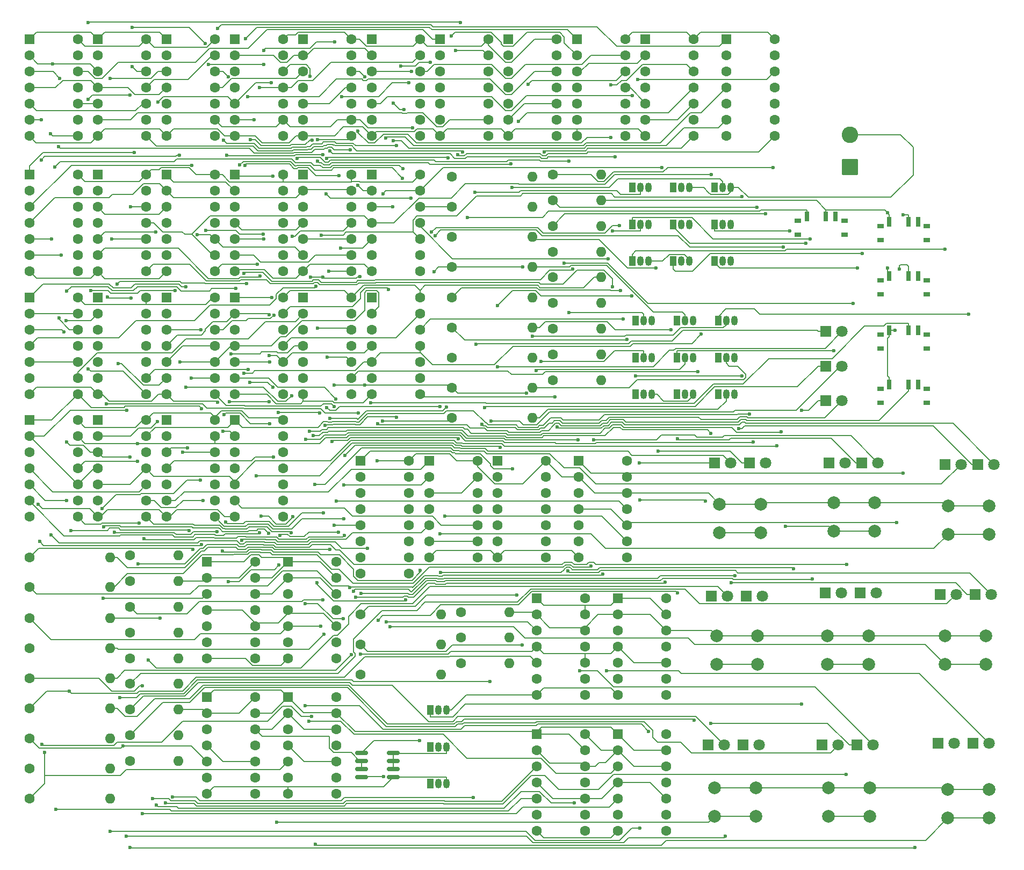
<source format=gbr>
%TF.GenerationSoftware,KiCad,Pcbnew,9.0.0*%
%TF.CreationDate,2025-04-01T09:44:25+05:30*%
%TF.ProjectId,DSD_Project,4453445f-5072-46f6-9a65-63742e6b6963,rev?*%
%TF.SameCoordinates,Original*%
%TF.FileFunction,Copper,L1,Top*%
%TF.FilePolarity,Positive*%
%FSLAX46Y46*%
G04 Gerber Fmt 4.6, Leading zero omitted, Abs format (unit mm)*
G04 Created by KiCad (PCBNEW 9.0.0) date 2025-04-01 09:44:25*
%MOMM*%
%LPD*%
G01*
G04 APERTURE LIST*
G04 Aperture macros list*
%AMRoundRect*
0 Rectangle with rounded corners*
0 $1 Rounding radius*
0 $2 $3 $4 $5 $6 $7 $8 $9 X,Y pos of 4 corners*
0 Add a 4 corners polygon primitive as box body*
4,1,4,$2,$3,$4,$5,$6,$7,$8,$9,$2,$3,0*
0 Add four circle primitives for the rounded corners*
1,1,$1+$1,$2,$3*
1,1,$1+$1,$4,$5*
1,1,$1+$1,$6,$7*
1,1,$1+$1,$8,$9*
0 Add four rect primitives between the rounded corners*
20,1,$1+$1,$2,$3,$4,$5,0*
20,1,$1+$1,$4,$5,$6,$7,0*
20,1,$1+$1,$6,$7,$8,$9,0*
20,1,$1+$1,$8,$9,$2,$3,0*%
G04 Aperture macros list end*
%TA.AperFunction,ComponentPad*%
%ADD10C,2.600000*%
%TD*%
%TA.AperFunction,ComponentPad*%
%ADD11RoundRect,0.250000X1.050000X-1.050000X1.050000X1.050000X-1.050000X1.050000X-1.050000X-1.050000X0*%
%TD*%
%TA.AperFunction,ComponentPad*%
%ADD12RoundRect,0.250000X-0.550000X-0.550000X0.550000X-0.550000X0.550000X0.550000X-0.550000X0.550000X0*%
%TD*%
%TA.AperFunction,ComponentPad*%
%ADD13C,1.600000*%
%TD*%
%TA.AperFunction,ComponentPad*%
%ADD14C,2.000000*%
%TD*%
%TA.AperFunction,ComponentPad*%
%ADD15O,1.600000X1.600000*%
%TD*%
%TA.AperFunction,ComponentPad*%
%ADD16R,1.800000X1.800000*%
%TD*%
%TA.AperFunction,ComponentPad*%
%ADD17C,1.800000*%
%TD*%
%TA.AperFunction,ComponentPad*%
%ADD18R,1.050000X1.500000*%
%TD*%
%TA.AperFunction,ComponentPad*%
%ADD19O,1.050000X1.500000*%
%TD*%
%TA.AperFunction,SMDPad,CuDef*%
%ADD20RoundRect,0.150000X-0.825000X-0.150000X0.825000X-0.150000X0.825000X0.150000X-0.825000X0.150000X0*%
%TD*%
%TA.AperFunction,SMDPad,CuDef*%
%ADD21R,1.000000X0.800000*%
%TD*%
%TA.AperFunction,SMDPad,CuDef*%
%ADD22R,0.700000X1.500000*%
%TD*%
%TA.AperFunction,ViaPad*%
%ADD23C,0.600000*%
%TD*%
%TA.AperFunction,Conductor*%
%ADD24C,0.200000*%
%TD*%
G04 APERTURE END LIST*
D10*
%TO.P,BT1,2,-*%
%TO.N,GND*%
X151000000Y-35500000D03*
D11*
%TO.P,BT1,1,+*%
%TO.N,Net-(BT1-+)*%
X151000000Y-40580000D03*
%TD*%
D12*
%TO.P,U18,1,~{R}*%
%TO.N,D_clr*%
X108280000Y-86920000D03*
D13*
%TO.P,U18,2,D*%
%TO.N,+5V*%
X108280000Y-89460000D03*
%TO.P,U18,3,C*%
%TO.N,x4_validAnd*%
X108280000Y-92000000D03*
%TO.P,U18,4,~{S}*%
%TO.N,D_pre*%
X108280000Y-94540000D03*
%TO.P,U18,5,Q*%
%TO.N,x4*%
X108280000Y-97080000D03*
%TO.P,U18,6,~{Q}*%
%TO.N,unconnected-(U18A-~{Q}-Pad6)*%
X108280000Y-99620000D03*
%TO.P,U18,7,GND*%
%TO.N,GND*%
X108280000Y-102160000D03*
%TO.P,U18,8,~{Q}*%
%TO.N,unconnected-(U18B-~{Q}-Pad8)*%
X115900000Y-102160000D03*
%TO.P,U18,9,Q*%
%TO.N,o4*%
X115900000Y-99620000D03*
%TO.P,U18,10,~{S}*%
%TO.N,D_pre*%
X115900000Y-97080000D03*
%TO.P,U18,11,C*%
%TO.N,o4_validAnd*%
X115900000Y-94540000D03*
%TO.P,U18,12,D*%
%TO.N,+5V*%
X115900000Y-92000000D03*
%TO.P,U18,13,~{R}*%
%TO.N,D_clr*%
X115900000Y-89460000D03*
%TO.P,U18,14,VCC*%
%TO.N,+5V*%
X115900000Y-86920000D03*
%TD*%
D12*
%TO.P,U20,1,~{R}*%
%TO.N,D_clr*%
X101680000Y-108640000D03*
D13*
%TO.P,U20,2,D*%
%TO.N,+5V*%
X101680000Y-111180000D03*
%TO.P,U20,3,C*%
%TO.N,x6_validAnd*%
X101680000Y-113720000D03*
%TO.P,U20,4,~{S}*%
%TO.N,D_pre*%
X101680000Y-116260000D03*
%TO.P,U20,5,Q*%
%TO.N,x6*%
X101680000Y-118800000D03*
%TO.P,U20,6,~{Q}*%
%TO.N,unconnected-(U20A-~{Q}-Pad6)*%
X101680000Y-121340000D03*
%TO.P,U20,7,GND*%
%TO.N,GND*%
X101680000Y-123880000D03*
%TO.P,U20,8,~{Q}*%
%TO.N,unconnected-(U20B-~{Q}-Pad8)*%
X109300000Y-123880000D03*
%TO.P,U20,9,Q*%
%TO.N,o6*%
X109300000Y-121340000D03*
%TO.P,U20,10,~{S}*%
%TO.N,D_pre*%
X109300000Y-118800000D03*
%TO.P,U20,11,C*%
%TO.N,o6_validAnd*%
X109300000Y-116260000D03*
%TO.P,U20,12,D*%
%TO.N,+5V*%
X109300000Y-113720000D03*
%TO.P,U20,13,~{R}*%
%TO.N,D_clr*%
X109300000Y-111180000D03*
%TO.P,U20,14,VCC*%
%TO.N,+5V*%
X109300000Y-108640000D03*
%TD*%
D12*
%TO.P,U3,1*%
%TO.N,debounce1*%
X43310000Y-41830000D03*
D13*
%TO.P,U3,2*%
%TO.N,gameNotWon*%
X43310000Y-44370000D03*
%TO.P,U3,3*%
%TO.N,input1*%
X43310000Y-46910000D03*
%TO.P,U3,4*%
%TO.N,avail1*%
X43310000Y-49450000D03*
%TO.P,U3,5*%
%TO.N,input1*%
X43310000Y-51990000D03*
%TO.P,U3,6*%
%TO.N,clk1*%
X43310000Y-54530000D03*
%TO.P,U3,7,GND*%
%TO.N,GND*%
X43310000Y-57070000D03*
%TO.P,U3,8*%
%TO.N,clk2*%
X50930000Y-57070000D03*
%TO.P,U3,9*%
%TO.N,avail2*%
X50930000Y-54530000D03*
%TO.P,U3,10*%
%TO.N,input2*%
X50930000Y-51990000D03*
%TO.P,U3,11*%
%TO.N,clk3*%
X50930000Y-49450000D03*
%TO.P,U3,12*%
%TO.N,avail3*%
X50930000Y-46910000D03*
%TO.P,U3,13*%
%TO.N,input3*%
X50930000Y-44370000D03*
%TO.P,U3,14,VCC*%
%TO.N,+5V*%
X50930000Y-41830000D03*
%TD*%
D14*
%TO.P,button7,1,1*%
%TO.N,+5V*%
X129690000Y-138500000D03*
X136190000Y-138500000D03*
%TO.P,button7,2,2*%
%TO.N,button7*%
X129690000Y-143000000D03*
X136190000Y-143000000D03*
%TD*%
D12*
%TO.P,U28,1*%
%TO.N,o2*%
X64870000Y-20480000D03*
D13*
%TO.P,U28,2*%
%TO.N,o5*%
X64870000Y-23020000D03*
%TO.P,U28,3*%
%TO.N,o3*%
X64870000Y-25560000D03*
%TO.P,U28,4*%
%TO.N,o6*%
X64870000Y-28100000D03*
%TO.P,U28,5*%
%TO.N,o9*%
X64870000Y-30640000D03*
%TO.P,U28,6*%
%TO.N,oColAnd3*%
X64870000Y-33180000D03*
%TO.P,U28,7,GND*%
%TO.N,GND*%
X64870000Y-35720000D03*
%TO.P,U28,8*%
%TO.N,oDiaAnd1*%
X72490000Y-35720000D03*
%TO.P,U28,9*%
%TO.N,o1*%
X72490000Y-33180000D03*
%TO.P,U28,10*%
%TO.N,o5*%
X72490000Y-30640000D03*
%TO.P,U28,11*%
%TO.N,o9*%
X72490000Y-28100000D03*
%TO.P,U28,12*%
%TO.N,oColAnd2*%
X72490000Y-25560000D03*
%TO.P,U28,13*%
%TO.N,o8*%
X72490000Y-23020000D03*
%TO.P,U28,14,VCC*%
%TO.N,+5V*%
X72490000Y-20480000D03*
%TD*%
D12*
%TO.P,U23,1,~{R}*%
%TO.N,D_clr*%
X62500000Y-124190000D03*
D13*
%TO.P,U23,2,D*%
%TO.N,+5V*%
X62500000Y-126730000D03*
%TO.P,U23,3,C*%
%TO.N,x9_validAnd*%
X62500000Y-129270000D03*
%TO.P,U23,4,~{S}*%
%TO.N,D_pre*%
X62500000Y-131810000D03*
%TO.P,U23,5,Q*%
%TO.N,x9*%
X62500000Y-134350000D03*
%TO.P,U23,6,~{Q}*%
%TO.N,unconnected-(U23A-~{Q}-Pad6)*%
X62500000Y-136890000D03*
%TO.P,U23,7,GND*%
%TO.N,GND*%
X62500000Y-139430000D03*
%TO.P,U23,8,~{Q}*%
%TO.N,unconnected-(U23B-~{Q}-Pad8)*%
X70120000Y-139430000D03*
%TO.P,U23,9,Q*%
%TO.N,o9*%
X70120000Y-136890000D03*
%TO.P,U23,10,~{S}*%
%TO.N,D_pre*%
X70120000Y-134350000D03*
%TO.P,U23,11,C*%
%TO.N,o9_validAnd*%
X70120000Y-131810000D03*
%TO.P,U23,12,D*%
%TO.N,+5V*%
X70120000Y-129270000D03*
%TO.P,U23,13,~{R}*%
%TO.N,D_clr*%
X70120000Y-126730000D03*
%TO.P,U23,14,VCC*%
%TO.N,+5V*%
X70120000Y-124190000D03*
%TD*%
D12*
%TO.P,U14,1*%
%TO.N,input8*%
X32530000Y-80530000D03*
D13*
%TO.P,U14,2*%
%TO.N,oTurn*%
X32530000Y-83070000D03*
%TO.P,U14,3*%
%TO.N,input9*%
X32530000Y-85610000D03*
%TO.P,U14,4*%
%TO.N,xTurn*%
X32530000Y-88150000D03*
%TO.P,U14,5*%
%TO.N,avail9*%
X32530000Y-90690000D03*
%TO.P,U14,6*%
%TO.N,x9_validAnd*%
X32530000Y-93230000D03*
%TO.P,U14,7,GND*%
%TO.N,GND*%
X32530000Y-95770000D03*
%TO.P,U14,8*%
%TO.N,o9_validAnd*%
X40150000Y-95770000D03*
%TO.P,U14,9*%
%TO.N,input9*%
X40150000Y-93230000D03*
%TO.P,U14,10*%
%TO.N,oTurn*%
X40150000Y-90690000D03*
%TO.P,U14,11*%
%TO.N,avail9*%
X40150000Y-88150000D03*
%TO.P,U14,12*%
%TO.N,o8_validAnd*%
X40150000Y-85610000D03*
%TO.P,U14,13*%
%TO.N,avail8*%
X40150000Y-83070000D03*
%TO.P,U14,14,VCC*%
%TO.N,+5V*%
X40150000Y-80530000D03*
%TD*%
D14*
%TO.P,button3,1,1*%
%TO.N,+5V*%
X166500000Y-94000000D03*
X173000000Y-94000000D03*
%TO.P,button3,2,2*%
%TO.N,button3*%
X166500000Y-98500000D03*
X173000000Y-98500000D03*
%TD*%
D13*
%TO.P,R41,1*%
%TO.N,Net-(o6-A)*%
X104190000Y-70150000D03*
D15*
%TO.P,R41,2*%
%TO.N,+5V*%
X111810000Y-70150000D03*
%TD*%
D12*
%TO.P,U13,1*%
%TO.N,input7*%
X21750000Y-80530000D03*
D13*
%TO.P,U13,2*%
%TO.N,xTurn*%
X21750000Y-83070000D03*
%TO.P,U13,3*%
%TO.N,input7*%
X21750000Y-85610000D03*
%TO.P,U13,4*%
%TO.N,oTurn*%
X21750000Y-88150000D03*
%TO.P,U13,5*%
%TO.N,avail7*%
X21750000Y-90690000D03*
%TO.P,U13,6*%
%TO.N,o7_validAnd*%
X21750000Y-93230000D03*
%TO.P,U13,7,GND*%
%TO.N,GND*%
X21750000Y-95770000D03*
%TO.P,U13,8*%
%TO.N,x8_validAnd*%
X29370000Y-95770000D03*
%TO.P,U13,9*%
%TO.N,input8*%
X29370000Y-93230000D03*
%TO.P,U13,10*%
%TO.N,xTurn*%
X29370000Y-90690000D03*
%TO.P,U13,11*%
%TO.N,avail8*%
X29370000Y-88150000D03*
%TO.P,U13,12*%
%TO.N,x7_validAnd*%
X29370000Y-85610000D03*
%TO.P,U13,13*%
%TO.N,avail7*%
X29370000Y-83070000D03*
%TO.P,U13,14,VCC*%
%TO.N,+5V*%
X29370000Y-80530000D03*
%TD*%
%TO.P,R12,1*%
%TO.N,Net-(x3-A)*%
X37590000Y-109950000D03*
D15*
%TO.P,R12,2*%
%TO.N,+5V*%
X45210000Y-109950000D03*
%TD*%
D13*
%TO.P,R5,1*%
%TO.N,draw*%
X73930000Y-120610000D03*
D15*
%TO.P,R5,2*%
%TO.N,Net-(Q3-B)*%
X86630000Y-120610000D03*
%TD*%
D16*
%TO.P,x5,1,K*%
%TO.N,Net-(Q8-C)*%
X147170000Y-107750000D03*
D17*
%TO.P,x5,2,A*%
%TO.N,Net-(x5-A)*%
X149710000Y-107750000D03*
%TD*%
D13*
%TO.P,R37,1*%
%TO.N,o9*%
X88340000Y-70650000D03*
D15*
%TO.P,R37,2*%
%TO.N,Net-(Q19-B)*%
X101040000Y-70650000D03*
%TD*%
D16*
%TO.P,x1,1,K*%
%TO.N,Net-(Q4-C)*%
X129700000Y-87250000D03*
D17*
%TO.P,x1,2,A*%
%TO.N,Net-(x1-A)*%
X132240000Y-87250000D03*
%TD*%
D16*
%TO.P,O_WON1,1,K*%
%TO.N,Net-(O_WON1-K)*%
X147230000Y-72000000D03*
D17*
%TO.P,O_WON1,2,A*%
%TO.N,Net-(O_WON1-A)*%
X149770000Y-72000000D03*
%TD*%
D18*
%TO.P,Q17,1,C*%
%TO.N,Net-(Q17-C)*%
X123760000Y-70650000D03*
D19*
%TO.P,Q17,2,B*%
%TO.N,Net-(Q17-B)*%
X125030000Y-70650000D03*
%TO.P,Q17,3,E*%
%TO.N,GND*%
X126300000Y-70650000D03*
%TD*%
D12*
%TO.P,U4,1*%
%TO.N,button1*%
X54090000Y-41830000D03*
D13*
%TO.P,U4,2*%
%TO.N,debounce1*%
X54090000Y-44370000D03*
%TO.P,U4,3*%
%TO.N,button2*%
X54090000Y-46910000D03*
%TO.P,U4,4*%
%TO.N,debounce2*%
X54090000Y-49450000D03*
%TO.P,U4,5*%
%TO.N,button3*%
X54090000Y-51990000D03*
%TO.P,U4,6*%
%TO.N,debounce3*%
X54090000Y-54530000D03*
%TO.P,U4,7,GND*%
%TO.N,GND*%
X54090000Y-57070000D03*
%TO.P,U4,8*%
%TO.N,unconnected-(U4-Pad8)*%
X61710000Y-57070000D03*
%TO.P,U4,9*%
%TO.N,unconnected-(U4-Pad9)*%
X61710000Y-54530000D03*
%TO.P,U4,10*%
%TO.N,unconnected-(U4-Pad10)*%
X61710000Y-51990000D03*
%TO.P,U4,11*%
%TO.N,unconnected-(U4-Pad11)*%
X61710000Y-49450000D03*
%TO.P,U4,12*%
%TO.N,unconnected-(U4-Pad12)*%
X61710000Y-46910000D03*
%TO.P,U4,13*%
%TO.N,unconnected-(U4-Pad13)*%
X61710000Y-44370000D03*
%TO.P,U4,14,VCC*%
%TO.N,+5V*%
X61710000Y-41830000D03*
%TD*%
D12*
%TO.P,U10,1*%
%TO.N,input4*%
X54090000Y-61180000D03*
D13*
%TO.P,U10,2*%
%TO.N,xTurn*%
X54090000Y-63720000D03*
%TO.P,U10,3*%
%TO.N,input4*%
X54090000Y-66260000D03*
%TO.P,U10,4*%
%TO.N,oTurn*%
X54090000Y-68800000D03*
%TO.P,U10,5*%
%TO.N,avail4*%
X54090000Y-71340000D03*
%TO.P,U10,6*%
%TO.N,o4_validAnd*%
X54090000Y-73880000D03*
%TO.P,U10,7,GND*%
%TO.N,GND*%
X54090000Y-76420000D03*
%TO.P,U10,8*%
%TO.N,x5_validAnd*%
X61710000Y-76420000D03*
%TO.P,U10,9*%
%TO.N,input5*%
X61710000Y-73880000D03*
%TO.P,U10,10*%
%TO.N,xTurn*%
X61710000Y-71340000D03*
%TO.P,U10,11*%
%TO.N,avail5*%
X61710000Y-68800000D03*
%TO.P,U10,12*%
%TO.N,x4_validAnd*%
X61710000Y-66260000D03*
%TO.P,U10,13*%
%TO.N,avail4*%
X61710000Y-63720000D03*
%TO.P,U10,14,VCC*%
%TO.N,+5V*%
X61710000Y-61180000D03*
%TD*%
D12*
%TO.P,U24,1*%
%TO.N,x1*%
X21750000Y-20480000D03*
D13*
%TO.P,U24,2*%
%TO.N,x2*%
X21750000Y-23020000D03*
%TO.P,U24,3*%
%TO.N,x4*%
X21750000Y-25560000D03*
%TO.P,U24,4*%
%TO.N,x5*%
X21750000Y-28100000D03*
%TO.P,U24,5*%
%TO.N,x6*%
X21750000Y-30640000D03*
%TO.P,U24,6*%
%TO.N,xRowAnd2*%
X21750000Y-33180000D03*
%TO.P,U24,7,GND*%
%TO.N,GND*%
X21750000Y-35720000D03*
%TO.P,U24,8*%
%TO.N,xRowAnd3*%
X29370000Y-35720000D03*
%TO.P,U24,9*%
%TO.N,x7*%
X29370000Y-33180000D03*
%TO.P,U24,10*%
%TO.N,x8*%
X29370000Y-30640000D03*
%TO.P,U24,11*%
%TO.N,x9*%
X29370000Y-28100000D03*
%TO.P,U24,12*%
%TO.N,xRowAnd1*%
X29370000Y-25560000D03*
%TO.P,U24,13*%
%TO.N,x3*%
X29370000Y-23020000D03*
%TO.P,U24,14,VCC*%
%TO.N,+5V*%
X29370000Y-20480000D03*
%TD*%
D12*
%TO.P,U29,1*%
%TO.N,o3*%
X75650000Y-20480000D03*
D13*
%TO.P,U29,2*%
%TO.N,o5*%
X75650000Y-23020000D03*
%TO.P,U29,3*%
%TO.N,nor3*%
X75650000Y-25560000D03*
%TO.P,U29,4*%
%TO.N,nor2*%
X75650000Y-28100000D03*
%TO.P,U29,5*%
%TO.N,nor1*%
X75650000Y-30640000D03*
%TO.P,U29,6*%
%TO.N,drawAnd*%
X75650000Y-33180000D03*
%TO.P,U29,7,GND*%
%TO.N,GND*%
X75650000Y-35720000D03*
%TO.P,U29,8*%
%TO.N,unconnected-(U29-Pad8)*%
X83270000Y-35720000D03*
%TO.P,U29,9*%
%TO.N,unconnected-(U29-Pad9)*%
X83270000Y-33180000D03*
%TO.P,U29,10*%
%TO.N,unconnected-(U29-Pad10)*%
X83270000Y-30640000D03*
%TO.P,U29,11*%
%TO.N,unconnected-(U29-Pad11)*%
X83270000Y-28100000D03*
%TO.P,U29,12*%
%TO.N,oDiaAnd2*%
X83270000Y-25560000D03*
%TO.P,U29,13*%
%TO.N,o7*%
X83270000Y-23020000D03*
%TO.P,U29,14,VCC*%
%TO.N,+5V*%
X83270000Y-20480000D03*
%TD*%
D12*
%TO.P,U32,1*%
%TO.N,oRowAnd1*%
X107990000Y-20480000D03*
D13*
%TO.P,U32,2*%
%TO.N,oRowAnd2*%
X107990000Y-23020000D03*
%TO.P,U32,3*%
%TO.N,oOr4*%
X107990000Y-25560000D03*
%TO.P,U32,4*%
%TO.N,oRowAnd3*%
X107990000Y-28100000D03*
%TO.P,U32,5*%
%TO.N,oColAnd1*%
X107990000Y-30640000D03*
%TO.P,U32,6*%
%TO.N,oOr3*%
X107990000Y-33180000D03*
%TO.P,U32,7,GND*%
%TO.N,GND*%
X107990000Y-35720000D03*
%TO.P,U32,8*%
%TO.N,oOr2*%
X115610000Y-35720000D03*
%TO.P,U32,9*%
%TO.N,oColAnd2*%
X115610000Y-33180000D03*
%TO.P,U32,10*%
%TO.N,oColAnd3*%
X115610000Y-30640000D03*
%TO.P,U32,11*%
%TO.N,oOr1*%
X115610000Y-28100000D03*
%TO.P,U32,12*%
%TO.N,oDiaAnd1*%
X115610000Y-25560000D03*
%TO.P,U32,13*%
%TO.N,oDiaAnd2*%
X115610000Y-23020000D03*
%TO.P,U32,14,VCC*%
%TO.N,+5V*%
X115610000Y-20480000D03*
%TD*%
D16*
%TO.P,x9,1,K*%
%TO.N,Net-(Q12-C)*%
X164960000Y-131500000D03*
D17*
%TO.P,x9,2,A*%
%TO.N,Net-(x9-A)*%
X167500000Y-131500000D03*
%TD*%
D18*
%TO.P,Q19,1,C*%
%TO.N,Net-(Q19-C)*%
X130270000Y-64860000D03*
D19*
%TO.P,Q19,2,B*%
%TO.N,Net-(Q19-B)*%
X131540000Y-64860000D03*
%TO.P,Q19,3,E*%
%TO.N,GND*%
X132810000Y-64860000D03*
%TD*%
D16*
%TO.P,o5,1,K*%
%TO.N,Net-(Q17-C)*%
X152670000Y-107750000D03*
D17*
%TO.P,o5,2,A*%
%TO.N,Net-(o5-A)*%
X155210000Y-107750000D03*
%TD*%
D16*
%TO.P,x3,1,K*%
%TO.N,Net-(Q6-C)*%
X166000000Y-87500000D03*
D17*
%TO.P,x3,2,A*%
%TO.N,Net-(x3-A)*%
X168540000Y-87500000D03*
%TD*%
D13*
%TO.P,R32,1*%
%TO.N,o5*%
X88340000Y-61150000D03*
D15*
%TO.P,R32,2*%
%TO.N,Net-(Q17-B)*%
X101040000Y-61150000D03*
%TD*%
D18*
%TO.P,Q8,1,C*%
%TO.N,Net-(Q8-C)*%
X123220000Y-49650000D03*
D19*
%TO.P,Q8,2,B*%
%TO.N,Net-(Q8-B)*%
X124490000Y-49650000D03*
%TO.P,Q8,3,E*%
%TO.N,GND*%
X125760000Y-49650000D03*
%TD*%
D13*
%TO.P,R20,1*%
%TO.N,Net-(x7-A)*%
X37590000Y-126150000D03*
D15*
%TO.P,R20,2*%
%TO.N,+5V*%
X45210000Y-126150000D03*
%TD*%
D13*
%TO.P,R38,1*%
%TO.N,o6*%
X88340000Y-75400000D03*
D15*
%TO.P,R38,2*%
%TO.N,Net-(Q20-B)*%
X101040000Y-75400000D03*
%TD*%
D16*
%TO.P,o7,1,K*%
%TO.N,Net-(Q13-C)*%
X134210000Y-131750000D03*
D17*
%TO.P,o7,2,A*%
%TO.N,Net-(o7-A)*%
X136750000Y-131750000D03*
%TD*%
D20*
%TO.P,U40,1,VIN*%
%TO.N,Net-(BT1-+)*%
X74105000Y-132985000D03*
%TO.P,U40,2,OUT*%
%TO.N,+5V*%
X74105000Y-134255000D03*
%TO.P,U40,3,FB*%
X74105000Y-135525000D03*
%TO.P,U40,4,~{EN}*%
%TO.N,Net-(U40-~{EN})*%
X74105000Y-136795000D03*
%TO.P,U40,5,GND*%
%TO.N,GND*%
X79055000Y-136795000D03*
%TO.P,U40,6,GND*%
X79055000Y-135525000D03*
%TO.P,U40,7,GND*%
X79055000Y-134255000D03*
%TO.P,U40,8,GND*%
X79055000Y-132985000D03*
%TD*%
D18*
%TO.P,Q18,1,C*%
%TO.N,Net-(Q18-C)*%
X123760000Y-76440000D03*
D19*
%TO.P,Q18,2,B*%
%TO.N,Net-(Q18-B)*%
X125030000Y-76440000D03*
%TO.P,Q18,3,E*%
%TO.N,GND*%
X126300000Y-76440000D03*
%TD*%
D16*
%TO.P,x4,1,K*%
%TO.N,Net-(Q7-C)*%
X129210000Y-108250000D03*
D17*
%TO.P,x4,2,A*%
%TO.N,Net-(x4-A)*%
X131750000Y-108250000D03*
%TD*%
D12*
%TO.P,U1,1*%
%TO.N,avail1*%
X21750000Y-41830000D03*
D13*
%TO.P,U1,2*%
%TO.N,x1*%
X21750000Y-44370000D03*
%TO.P,U1,3*%
%TO.N,o1*%
X21750000Y-46910000D03*
%TO.P,U1,4*%
%TO.N,gameNotWon*%
X21750000Y-49450000D03*
%TO.P,U1,5*%
%TO.N,xWin*%
X21750000Y-51990000D03*
%TO.P,U1,6*%
%TO.N,oWin*%
X21750000Y-54530000D03*
%TO.P,U1,7,GND*%
%TO.N,GND*%
X21750000Y-57070000D03*
%TO.P,U1,8*%
%TO.N,unconnected-(U1-Pad8)*%
X29370000Y-57070000D03*
%TO.P,U1,9*%
%TO.N,unconnected-(U1-Pad9)*%
X29370000Y-54530000D03*
%TO.P,U1,10*%
%TO.N,unconnected-(U1-Pad10)*%
X29370000Y-51990000D03*
%TO.P,U1,11*%
%TO.N,unconnected-(U1-Pad11)*%
X29370000Y-49450000D03*
%TO.P,U1,12*%
%TO.N,unconnected-(U1-Pad12)*%
X29370000Y-46910000D03*
%TO.P,U1,13*%
%TO.N,unconnected-(U1-Pad13)*%
X29370000Y-44370000D03*
%TO.P,U1,14,VCC*%
%TO.N,+5V*%
X29370000Y-41830000D03*
%TD*%
D12*
%TO.P,U31,1*%
%TO.N,xOr1*%
X97210000Y-20480000D03*
D13*
%TO.P,U31,2*%
%TO.N,xOr2*%
X97210000Y-23020000D03*
%TO.P,U31,3*%
%TO.N,xOr5*%
X97210000Y-25560000D03*
%TO.P,U31,4*%
%TO.N,xOr3*%
X97210000Y-28100000D03*
%TO.P,U31,5*%
%TO.N,xOr4*%
X97210000Y-30640000D03*
%TO.P,U31,6*%
%TO.N,xOr6*%
X97210000Y-33180000D03*
%TO.P,U31,7,GND*%
%TO.N,GND*%
X97210000Y-35720000D03*
%TO.P,U31,8*%
%TO.N,xWin*%
X104830000Y-35720000D03*
%TO.P,U31,9*%
%TO.N,xOr5*%
X104830000Y-33180000D03*
%TO.P,U31,10*%
%TO.N,xOr6*%
X104830000Y-30640000D03*
%TO.P,U31,11*%
%TO.N,clkOr1*%
X104830000Y-28100000D03*
%TO.P,U31,12*%
%TO.N,clk1*%
X104830000Y-25560000D03*
%TO.P,U31,13*%
%TO.N,clk2*%
X104830000Y-23020000D03*
%TO.P,U31,14,VCC*%
%TO.N,+5V*%
X104830000Y-20480000D03*
%TD*%
D16*
%TO.P,x7,1,K*%
%TO.N,Net-(Q10-C)*%
X128710000Y-131750000D03*
D17*
%TO.P,x7,2,A*%
%TO.N,Net-(x7-A)*%
X131250000Y-131750000D03*
%TD*%
D16*
%TO.P,o2,1,K*%
%TO.N,Net-(Q18-C)*%
X152940000Y-87250000D03*
D17*
%TO.P,o2,2,A*%
%TO.N,Net-(o2-A)*%
X155480000Y-87250000D03*
%TD*%
D18*
%TO.P,Q15,1,C*%
%TO.N,Net-(Q15-C)*%
X117250000Y-76440000D03*
D19*
%TO.P,Q15,2,B*%
%TO.N,Net-(Q15-B)*%
X118520000Y-76440000D03*
%TO.P,Q15,3,E*%
%TO.N,GND*%
X119790000Y-76440000D03*
%TD*%
D12*
%TO.P,U26,1*%
%TO.N,x1*%
X43310000Y-20480000D03*
D13*
%TO.P,U26,2*%
%TO.N,x5*%
X43310000Y-23020000D03*
%TO.P,U26,3*%
%TO.N,x3*%
X43310000Y-25560000D03*
%TO.P,U26,4*%
%TO.N,x5*%
X43310000Y-28100000D03*
%TO.P,U26,5*%
%TO.N,x7*%
X43310000Y-30640000D03*
%TO.P,U26,6*%
%TO.N,xDiaAnd2*%
X43310000Y-33180000D03*
%TO.P,U26,7,GND*%
%TO.N,GND*%
X43310000Y-35720000D03*
%TO.P,U26,8*%
%TO.N,oRowAnd1*%
X50930000Y-35720000D03*
%TO.P,U26,9*%
%TO.N,o1*%
X50930000Y-33180000D03*
%TO.P,U26,10*%
%TO.N,o2*%
X50930000Y-30640000D03*
%TO.P,U26,11*%
%TO.N,o3*%
X50930000Y-28100000D03*
%TO.P,U26,12*%
%TO.N,xDiaAnd1*%
X50930000Y-25560000D03*
%TO.P,U26,13*%
%TO.N,x9*%
X50930000Y-23020000D03*
%TO.P,U26,14,VCC*%
%TO.N,+5V*%
X50930000Y-20480000D03*
%TD*%
D12*
%TO.P,U9,1*%
%TO.N,input2*%
X43310000Y-61180000D03*
D13*
%TO.P,U9,2*%
%TO.N,oTurn*%
X43310000Y-63720000D03*
%TO.P,U9,3*%
%TO.N,input3*%
X43310000Y-66260000D03*
%TO.P,U9,4*%
%TO.N,xTurn*%
X43310000Y-68800000D03*
%TO.P,U9,5*%
%TO.N,avail3*%
X43310000Y-71340000D03*
%TO.P,U9,6*%
%TO.N,x3_validAnd*%
X43310000Y-73880000D03*
%TO.P,U9,7,GND*%
%TO.N,GND*%
X43310000Y-76420000D03*
%TO.P,U9,8*%
%TO.N,o3_validAnd*%
X50930000Y-76420000D03*
%TO.P,U9,9*%
%TO.N,input3*%
X50930000Y-73880000D03*
%TO.P,U9,10*%
%TO.N,oTurn*%
X50930000Y-71340000D03*
%TO.P,U9,11*%
%TO.N,avail3*%
X50930000Y-68800000D03*
%TO.P,U9,12*%
%TO.N,o2_validAnd*%
X50930000Y-66260000D03*
%TO.P,U9,13*%
%TO.N,avail2*%
X50930000Y-63720000D03*
%TO.P,U9,14,VCC*%
%TO.N,+5V*%
X50930000Y-61180000D03*
%TD*%
D14*
%TO.P,button4,1,1*%
%TO.N,+5V*%
X130000000Y-114500000D03*
X136500000Y-114500000D03*
%TO.P,button4,2,2*%
%TO.N,button4*%
X130000000Y-119000000D03*
X136500000Y-119000000D03*
%TD*%
D21*
%TO.P,D_Preset1,*%
%TO.N,*%
X155850000Y-58440000D03*
X155850000Y-60650000D03*
X163150000Y-58440000D03*
X163150000Y-60650000D03*
D22*
%TO.P,D_Preset1,1,1*%
%TO.N,+5V*%
X157250000Y-57790000D03*
%TO.P,D_Preset1,2,2*%
%TO.N,D_pre*%
X160250000Y-57790000D03*
%TO.P,D_Preset1,3*%
%TO.N,N/C*%
X161750000Y-57790000D03*
%TD*%
D13*
%TO.P,R22,1*%
%TO.N,Net-(x8-A)*%
X37590000Y-130200000D03*
D15*
%TO.P,R22,2*%
%TO.N,+5V*%
X45210000Y-130200000D03*
%TD*%
D14*
%TO.P,button5,1,1*%
%TO.N,+5V*%
X147460000Y-114500000D03*
X153960000Y-114500000D03*
%TO.P,button5,2,2*%
%TO.N,button5*%
X147460000Y-119000000D03*
X153960000Y-119000000D03*
%TD*%
D13*
%TO.P,R13,1*%
%TO.N,x4*%
X21740000Y-116450000D03*
D15*
%TO.P,R13,2*%
%TO.N,Net-(Q7-B)*%
X34440000Y-116450000D03*
%TD*%
D13*
%TO.P,R42,1*%
%TO.N,Net-(o3-A)*%
X104190000Y-74200000D03*
D15*
%TO.P,R42,2*%
%TO.N,+5V*%
X111810000Y-74200000D03*
%TD*%
D13*
%TO.P,R19,1*%
%TO.N,x7*%
X21740000Y-130700000D03*
D15*
%TO.P,R19,2*%
%TO.N,Net-(Q10-B)*%
X34440000Y-130700000D03*
%TD*%
D13*
%TO.P,R7,1*%
%TO.N,x1*%
X21740000Y-102200000D03*
D15*
%TO.P,R7,2*%
%TO.N,Net-(Q4-B)*%
X34440000Y-102200000D03*
%TD*%
D16*
%TO.P,x2,1,K*%
%TO.N,Net-(Q5-C)*%
X147710000Y-87250000D03*
D17*
%TO.P,x2,2,A*%
%TO.N,Net-(x2-A)*%
X150250000Y-87250000D03*
%TD*%
D14*
%TO.P,button9,1,1*%
%TO.N,+5V*%
X166440000Y-138750000D03*
X172940000Y-138750000D03*
%TO.P,button9,2,2*%
%TO.N,button9*%
X166440000Y-143250000D03*
X172940000Y-143250000D03*
%TD*%
D13*
%TO.P,R11,1*%
%TO.N,x3*%
X21740000Y-111700000D03*
D15*
%TO.P,R11,2*%
%TO.N,Net-(Q6-B)*%
X34440000Y-111700000D03*
%TD*%
D21*
%TO.P,D_Clear1,*%
%TO.N,*%
X155850000Y-49890000D03*
X155850000Y-52100000D03*
X163150000Y-49890000D03*
X163150000Y-52100000D03*
D22*
%TO.P,D_Clear1,1,1*%
%TO.N,+5V*%
X157250000Y-49240000D03*
%TO.P,D_Clear1,2,2*%
%TO.N,D_clr*%
X160250000Y-49240000D03*
%TO.P,D_Clear1,3*%
%TO.N,N/C*%
X161750000Y-49240000D03*
%TD*%
D16*
%TO.P,o3,1,K*%
%TO.N,Net-(Q21-C)*%
X171230000Y-87500000D03*
D17*
%TO.P,o3,2,A*%
%TO.N,Net-(o3-A)*%
X173770000Y-87500000D03*
%TD*%
D12*
%TO.P,U7,1*%
%TO.N,debounce9*%
X21750000Y-61180000D03*
D13*
%TO.P,U7,2*%
%TO.N,gameNotWon*%
X21750000Y-63720000D03*
%TO.P,U7,3*%
%TO.N,input9*%
X21750000Y-66260000D03*
%TO.P,U7,4*%
%TO.N,debounce6*%
X21750000Y-68800000D03*
%TO.P,U7,5*%
%TO.N,gameNotWon*%
X21750000Y-71340000D03*
%TO.P,U7,6*%
%TO.N,input6*%
X21750000Y-73880000D03*
%TO.P,U7,7,GND*%
%TO.N,GND*%
X21750000Y-76420000D03*
%TO.P,U7,8*%
%TO.N,input7*%
X29370000Y-76420000D03*
%TO.P,U7,9*%
%TO.N,debounce7*%
X29370000Y-73880000D03*
%TO.P,U7,10*%
%TO.N,gameNotWon*%
X29370000Y-71340000D03*
%TO.P,U7,11*%
%TO.N,input8*%
X29370000Y-68800000D03*
%TO.P,U7,12*%
%TO.N,debounce8*%
X29370000Y-66260000D03*
%TO.P,U7,13*%
%TO.N,gameNotWon*%
X29370000Y-63720000D03*
%TO.P,U7,14,VCC*%
%TO.N,+5V*%
X29370000Y-61180000D03*
%TD*%
D16*
%TO.P,o9,1,K*%
%TO.N,Net-(Q19-C)*%
X170460000Y-131500000D03*
D17*
%TO.P,o9,2,A*%
%TO.N,Net-(o9-A)*%
X173000000Y-131500000D03*
%TD*%
D12*
%TO.P,U21,1,~{R}*%
%TO.N,D_clr*%
X49720000Y-124190000D03*
D13*
%TO.P,U21,2,D*%
%TO.N,+5V*%
X49720000Y-126730000D03*
%TO.P,U21,3,C*%
%TO.N,x7_validAnd*%
X49720000Y-129270000D03*
%TO.P,U21,4,~{S}*%
%TO.N,D_pre*%
X49720000Y-131810000D03*
%TO.P,U21,5,Q*%
%TO.N,x7*%
X49720000Y-134350000D03*
%TO.P,U21,6,~{Q}*%
%TO.N,unconnected-(U21A-~{Q}-Pad6)*%
X49720000Y-136890000D03*
%TO.P,U21,7,GND*%
%TO.N,GND*%
X49720000Y-139430000D03*
%TO.P,U21,8,~{Q}*%
%TO.N,unconnected-(U21B-~{Q}-Pad8)*%
X57340000Y-139430000D03*
%TO.P,U21,9,Q*%
%TO.N,o7*%
X57340000Y-136890000D03*
%TO.P,U21,10,~{S}*%
%TO.N,D_pre*%
X57340000Y-134350000D03*
%TO.P,U21,11,C*%
%TO.N,o7_validAnd*%
X57340000Y-131810000D03*
%TO.P,U21,12,D*%
%TO.N,+5V*%
X57340000Y-129270000D03*
%TO.P,U21,13,~{R}*%
%TO.N,D_clr*%
X57340000Y-126730000D03*
%TO.P,U21,14,VCC*%
%TO.N,+5V*%
X57340000Y-124190000D03*
%TD*%
%TO.P,R26,1*%
%TO.N,o4*%
X88340000Y-46900000D03*
D15*
%TO.P,R26,2*%
%TO.N,Net-(Q14-B)*%
X101040000Y-46900000D03*
%TD*%
D18*
%TO.P,Q4,1,C*%
%TO.N,Net-(Q4-C)*%
X116710000Y-43860000D03*
D19*
%TO.P,Q4,2,B*%
%TO.N,Net-(Q4-B)*%
X117980000Y-43860000D03*
%TO.P,Q4,3,E*%
%TO.N,GND*%
X119250000Y-43860000D03*
%TD*%
D14*
%TO.P,button8,1,1*%
%TO.N,+5V*%
X147650000Y-138500000D03*
X154150000Y-138500000D03*
%TO.P,button8,2,2*%
%TO.N,button8*%
X147650000Y-143000000D03*
X154150000Y-143000000D03*
%TD*%
D13*
%TO.P,R36,1*%
%TO.N,Net-(o2-A)*%
X104190000Y-62050000D03*
D15*
%TO.P,R36,2*%
%TO.N,+5V*%
X111810000Y-62050000D03*
%TD*%
D18*
%TO.P,Q11,1,C*%
%TO.N,Net-(Q11-C)*%
X129730000Y-49650000D03*
D19*
%TO.P,Q11,2,B*%
%TO.N,Net-(Q11-B)*%
X131000000Y-49650000D03*
%TO.P,Q11,3,E*%
%TO.N,GND*%
X132270000Y-49650000D03*
%TD*%
D13*
%TO.P,R29,1*%
%TO.N,Net-(o4-A)*%
X104190000Y-45850000D03*
D15*
%TO.P,R29,2*%
%TO.N,+5V*%
X111810000Y-45850000D03*
%TD*%
D18*
%TO.P,Q6,1,C*%
%TO.N,Net-(Q6-C)*%
X116710000Y-55440000D03*
D19*
%TO.P,Q6,2,B*%
%TO.N,Net-(Q6-B)*%
X117980000Y-55440000D03*
%TO.P,Q6,3,E*%
%TO.N,GND*%
X119250000Y-55440000D03*
%TD*%
D12*
%TO.P,U16,1,~{R}*%
%TO.N,D_clr*%
X114460000Y-108640000D03*
D13*
%TO.P,U16,2,D*%
%TO.N,+5V*%
X114460000Y-111180000D03*
%TO.P,U16,3,C*%
%TO.N,x2_validAnd*%
X114460000Y-113720000D03*
%TO.P,U16,4,~{S}*%
%TO.N,D_pre*%
X114460000Y-116260000D03*
%TO.P,U16,5,Q*%
%TO.N,x2*%
X114460000Y-118800000D03*
%TO.P,U16,6,~{Q}*%
%TO.N,unconnected-(U16A-~{Q}-Pad6)*%
X114460000Y-121340000D03*
%TO.P,U16,7,GND*%
%TO.N,GND*%
X114460000Y-123880000D03*
%TO.P,U16,8,~{Q}*%
%TO.N,unconnected-(U16B-~{Q}-Pad8)*%
X122080000Y-123880000D03*
%TO.P,U16,9,Q*%
%TO.N,o2*%
X122080000Y-121340000D03*
%TO.P,U16,10,~{S}*%
%TO.N,D_pre*%
X122080000Y-118800000D03*
%TO.P,U16,11,C*%
%TO.N,o2_validAnd*%
X122080000Y-116260000D03*
%TO.P,U16,12,D*%
%TO.N,+5V*%
X122080000Y-113720000D03*
%TO.P,U16,13,~{R}*%
%TO.N,D_clr*%
X122080000Y-111180000D03*
%TO.P,U16,14,VCC*%
%TO.N,+5V*%
X122080000Y-108640000D03*
%TD*%
D14*
%TO.P,button2,1,1*%
%TO.N,+5V*%
X148460000Y-93500000D03*
X154960000Y-93500000D03*
%TO.P,button2,2,2*%
%TO.N,button2*%
X148460000Y-98000000D03*
X154960000Y-98000000D03*
%TD*%
D12*
%TO.P,U38,1*%
%TO.N,clkOr5*%
X95500000Y-86920000D03*
D13*
%TO.P,U38,2*%
%TO.N,clkOr6*%
X95500000Y-89460000D03*
%TO.P,U38,3*%
%TO.N,clkOr7*%
X95500000Y-92000000D03*
%TO.P,U38,4*%
%TO.N,clkOr1*%
X95500000Y-94540000D03*
%TO.P,U38,5*%
%TO.N,clkOr7*%
X95500000Y-97080000D03*
%TO.P,U38,6*%
%TO.N,tclk*%
X95500000Y-99620000D03*
%TO.P,U38,7,GND*%
%TO.N,GND*%
X95500000Y-102160000D03*
%TO.P,U38,8*%
%TO.N,unconnected-(U38-Pad8)*%
X103120000Y-102160000D03*
%TO.P,U38,9*%
%TO.N,unconnected-(U38-Pad9)*%
X103120000Y-99620000D03*
%TO.P,U38,10*%
%TO.N,unconnected-(U38-Pad10)*%
X103120000Y-97080000D03*
%TO.P,U38,11*%
%TO.N,unconnected-(U38-Pad11)*%
X103120000Y-94540000D03*
%TO.P,U38,12*%
%TO.N,unconnected-(U38-Pad12)*%
X103120000Y-92000000D03*
%TO.P,U38,13*%
%TO.N,unconnected-(U38-Pad13)*%
X103120000Y-89460000D03*
%TO.P,U38,14,VCC*%
%TO.N,+5V*%
X103120000Y-86920000D03*
%TD*%
D16*
%TO.P,o1,1,K*%
%TO.N,Net-(Q15-C)*%
X135210000Y-87250000D03*
D17*
%TO.P,o1,2,A*%
%TO.N,Net-(o1-A)*%
X137750000Y-87250000D03*
%TD*%
D12*
%TO.P,U27,1*%
%TO.N,o4*%
X54090000Y-20480000D03*
D13*
%TO.P,U27,2*%
%TO.N,o5*%
X54090000Y-23020000D03*
%TO.P,U27,3*%
%TO.N,o7*%
X54090000Y-25560000D03*
%TO.P,U27,4*%
%TO.N,o8*%
X54090000Y-28100000D03*
%TO.P,U27,5*%
%TO.N,o9*%
X54090000Y-30640000D03*
%TO.P,U27,6*%
%TO.N,oRowAnd3*%
X54090000Y-33180000D03*
%TO.P,U27,7,GND*%
%TO.N,GND*%
X54090000Y-35720000D03*
%TO.P,U27,8*%
%TO.N,oColAnd1*%
X61710000Y-35720000D03*
%TO.P,U27,9*%
%TO.N,o1*%
X61710000Y-33180000D03*
%TO.P,U27,10*%
%TO.N,o4*%
X61710000Y-30640000D03*
%TO.P,U27,11*%
%TO.N,o7*%
X61710000Y-28100000D03*
%TO.P,U27,12*%
%TO.N,oRowAnd2*%
X61710000Y-25560000D03*
%TO.P,U27,13*%
%TO.N,o6*%
X61710000Y-23020000D03*
%TO.P,U27,14,VCC*%
%TO.N,+5V*%
X61710000Y-20480000D03*
%TD*%
%TO.P,R35,1*%
%TO.N,Net-(o5-A)*%
X104190000Y-58000000D03*
D15*
%TO.P,R35,2*%
%TO.N,+5V*%
X111810000Y-58000000D03*
%TD*%
D13*
%TO.P,R31,1*%
%TO.N,o8*%
X88340000Y-56400000D03*
D15*
%TO.P,R31,2*%
%TO.N,Net-(Q16-B)*%
X101040000Y-56400000D03*
%TD*%
D12*
%TO.P,U35,1*%
%TO.N,input4*%
X43310000Y-80530000D03*
D13*
%TO.P,U35,2*%
%TO.N,avail4*%
X43310000Y-83070000D03*
%TO.P,U35,3*%
%TO.N,clk4*%
X43310000Y-85610000D03*
%TO.P,U35,4*%
%TO.N,input5*%
X43310000Y-88150000D03*
%TO.P,U35,5*%
%TO.N,avail5*%
X43310000Y-90690000D03*
%TO.P,U35,6*%
%TO.N,clk5*%
X43310000Y-93230000D03*
%TO.P,U35,7,GND*%
%TO.N,GND*%
X43310000Y-95770000D03*
%TO.P,U35,8*%
%TO.N,clk6*%
X50930000Y-95770000D03*
%TO.P,U35,9*%
%TO.N,input6*%
X50930000Y-93230000D03*
%TO.P,U35,10*%
%TO.N,avail6*%
X50930000Y-90690000D03*
%TO.P,U35,11*%
%TO.N,clk7*%
X50930000Y-88150000D03*
%TO.P,U35,12*%
%TO.N,input7*%
X50930000Y-85610000D03*
%TO.P,U35,13*%
%TO.N,avail7*%
X50930000Y-83070000D03*
%TO.P,U35,14,VCC*%
%TO.N,+5V*%
X50930000Y-80530000D03*
%TD*%
D16*
%TO.P,DRAW1,1,K*%
%TO.N,Net-(DRAW1-K)*%
X147230000Y-66530000D03*
D17*
%TO.P,DRAW1,2,A*%
%TO.N,Net-(DRAW1-A)*%
X149770000Y-66530000D03*
%TD*%
D12*
%TO.P,U12,1*%
%TO.N,input5*%
X75650000Y-61180000D03*
D13*
%TO.P,U12,2*%
%TO.N,oTurn*%
X75650000Y-63720000D03*
%TO.P,U12,3*%
%TO.N,input6*%
X75650000Y-66260000D03*
%TO.P,U12,4*%
%TO.N,xTurn*%
X75650000Y-68800000D03*
%TO.P,U12,5*%
%TO.N,avail6*%
X75650000Y-71340000D03*
%TO.P,U12,6*%
%TO.N,x6_validAnd*%
X75650000Y-73880000D03*
%TO.P,U12,7,GND*%
%TO.N,GND*%
X75650000Y-76420000D03*
%TO.P,U12,8*%
%TO.N,o6_validAnd*%
X83270000Y-76420000D03*
%TO.P,U12,9*%
%TO.N,input6*%
X83270000Y-73880000D03*
%TO.P,U12,10*%
%TO.N,oTurn*%
X83270000Y-71340000D03*
%TO.P,U12,11*%
%TO.N,avail6*%
X83270000Y-68800000D03*
%TO.P,U12,12*%
%TO.N,o5_validAnd*%
X83270000Y-66260000D03*
%TO.P,U12,13*%
%TO.N,avail5*%
X83270000Y-63720000D03*
%TO.P,U12,14,VCC*%
%TO.N,+5V*%
X83270000Y-61180000D03*
%TD*%
D18*
%TO.P,Q20,1,C*%
%TO.N,Net-(Q20-C)*%
X130270000Y-70650000D03*
D19*
%TO.P,Q20,2,B*%
%TO.N,Net-(Q20-B)*%
X131540000Y-70650000D03*
%TO.P,Q20,3,E*%
%TO.N,GND*%
X132810000Y-70650000D03*
%TD*%
D12*
%TO.P,U36,1*%
%TO.N,avail8*%
X54090000Y-80530000D03*
D13*
%TO.P,U36,2*%
%TO.N,input8*%
X54090000Y-83070000D03*
%TO.P,U36,3*%
%TO.N,clk8*%
X54090000Y-85610000D03*
%TO.P,U36,4*%
%TO.N,input9*%
X54090000Y-88150000D03*
%TO.P,U36,5*%
%TO.N,avail9*%
X54090000Y-90690000D03*
%TO.P,U36,6*%
%TO.N,clk9*%
X54090000Y-93230000D03*
%TO.P,U36,7,GND*%
%TO.N,GND*%
X54090000Y-95770000D03*
%TO.P,U36,8*%
%TO.N,draw*%
X61710000Y-95770000D03*
%TO.P,U36,9*%
%TO.N,drawAnd*%
X61710000Y-93230000D03*
%TO.P,U36,10*%
%TO.N,gameNotWon*%
X61710000Y-90690000D03*
%TO.P,U36,11*%
%TO.N,unconnected-(U36-Pad11)*%
X61710000Y-88150000D03*
%TO.P,U36,12*%
%TO.N,unconnected-(U36-Pad12)*%
X61710000Y-85610000D03*
%TO.P,U36,13*%
%TO.N,unconnected-(U36-Pad13)*%
X61710000Y-83070000D03*
%TO.P,U36,14,VCC*%
%TO.N,+5V*%
X61710000Y-80530000D03*
%TD*%
D12*
%TO.P,U15,1,~{R}*%
%TO.N,D_clr*%
X49720000Y-102840000D03*
D13*
%TO.P,U15,2,D*%
%TO.N,+5V*%
X49720000Y-105380000D03*
%TO.P,U15,3,C*%
%TO.N,x1_validAnd*%
X49720000Y-107920000D03*
%TO.P,U15,4,~{S}*%
%TO.N,D_pre*%
X49720000Y-110460000D03*
%TO.P,U15,5,Q*%
%TO.N,x1*%
X49720000Y-113000000D03*
%TO.P,U15,6,~{Q}*%
%TO.N,unconnected-(U15A-~{Q}-Pad6)*%
X49720000Y-115540000D03*
%TO.P,U15,7,GND*%
%TO.N,GND*%
X49720000Y-118080000D03*
%TO.P,U15,8,~{Q}*%
%TO.N,unconnected-(U15B-~{Q}-Pad8)*%
X57340000Y-118080000D03*
%TO.P,U15,9,Q*%
%TO.N,o1*%
X57340000Y-115540000D03*
%TO.P,U15,10,~{S}*%
%TO.N,D_pre*%
X57340000Y-113000000D03*
%TO.P,U15,11,C*%
%TO.N,o1_validAnd*%
X57340000Y-110460000D03*
%TO.P,U15,12,D*%
%TO.N,+5V*%
X57340000Y-107920000D03*
%TO.P,U15,13,~{R}*%
%TO.N,D_clr*%
X57340000Y-105380000D03*
%TO.P,U15,14,VCC*%
%TO.N,+5V*%
X57340000Y-102840000D03*
%TD*%
D18*
%TO.P,Q14,1,C*%
%TO.N,Net-(Q14-C)*%
X117250000Y-70650000D03*
D19*
%TO.P,Q14,2,B*%
%TO.N,Net-(Q14-B)*%
X118520000Y-70650000D03*
%TO.P,Q14,3,E*%
%TO.N,GND*%
X119790000Y-70650000D03*
%TD*%
D12*
%TO.P,U11,1*%
%TO.N,button7*%
X64870000Y-61180000D03*
D13*
%TO.P,U11,2*%
%TO.N,debounce7*%
X64870000Y-63720000D03*
%TO.P,U11,3*%
%TO.N,button8*%
X64870000Y-66260000D03*
%TO.P,U11,4*%
%TO.N,debounce8*%
X64870000Y-68800000D03*
%TO.P,U11,5*%
%TO.N,button9*%
X64870000Y-71340000D03*
%TO.P,U11,6*%
%TO.N,debounce9*%
X64870000Y-73880000D03*
%TO.P,U11,7,GND*%
%TO.N,GND*%
X64870000Y-76420000D03*
%TO.P,U11,8*%
%TO.N,debounce4*%
X72490000Y-76420000D03*
%TO.P,U11,9*%
%TO.N,button4*%
X72490000Y-73880000D03*
%TO.P,U11,10*%
%TO.N,debounce5*%
X72490000Y-71340000D03*
%TO.P,U11,11*%
%TO.N,button5*%
X72490000Y-68800000D03*
%TO.P,U11,12*%
%TO.N,debounce6*%
X72490000Y-66260000D03*
%TO.P,U11,13*%
%TO.N,button6*%
X72490000Y-63720000D03*
%TO.P,U11,14,VCC*%
%TO.N,+5V*%
X72490000Y-61180000D03*
%TD*%
%TO.P,R15,1*%
%TO.N,x5*%
X21740000Y-121200000D03*
D15*
%TO.P,R15,2*%
%TO.N,Net-(Q8-B)*%
X34440000Y-121200000D03*
%TD*%
D18*
%TO.P,Q13,1,C*%
%TO.N,Net-(Q13-C)*%
X117250000Y-64860000D03*
D19*
%TO.P,Q13,2,B*%
%TO.N,Net-(Q13-B)*%
X118520000Y-64860000D03*
%TO.P,Q13,3,E*%
%TO.N,GND*%
X119790000Y-64860000D03*
%TD*%
D14*
%TO.P,button6,1,1*%
%TO.N,+5V*%
X166000000Y-114500000D03*
X172500000Y-114500000D03*
%TO.P,button6,2,2*%
%TO.N,button6*%
X166000000Y-119000000D03*
X172500000Y-119000000D03*
%TD*%
D18*
%TO.P,Q10,1,C*%
%TO.N,Net-(Q10-C)*%
X129730000Y-43860000D03*
D19*
%TO.P,Q10,2,B*%
%TO.N,Net-(Q10-B)*%
X131000000Y-43860000D03*
%TO.P,Q10,3,E*%
%TO.N,GND*%
X132270000Y-43860000D03*
%TD*%
D12*
%TO.P,U34,1,C*%
%TO.N,tclk*%
X73940000Y-86910000D03*
D13*
%TO.P,U34,2,~{S}*%
%TO.N,T_pre*%
X73940000Y-89450000D03*
%TO.P,U34,3,~{R}*%
%TO.N,T_clr*%
X73940000Y-91990000D03*
%TO.P,U34,4,J*%
%TO.N,+5V*%
X73940000Y-94530000D03*
%TO.P,U34,5,VCC*%
X73940000Y-97070000D03*
%TO.P,U34,6,C*%
%TO.N,unconnected-(U34B-C-Pad6)*%
X73940000Y-99610000D03*
%TO.P,U34,7,~{S}*%
%TO.N,unconnected-(U34B-~{S}-Pad7)*%
X73940000Y-102150000D03*
%TO.P,U34,8,~{R}*%
%TO.N,unconnected-(U34B-~{R}-Pad8)*%
X73940000Y-104690000D03*
%TO.P,U34,9,J*%
%TO.N,unconnected-(U34B-J-Pad9)*%
X81560000Y-104690000D03*
%TO.P,U34,10,~{Q}*%
%TO.N,unconnected-(U34B-~{Q}-Pad10)*%
X81560000Y-102150000D03*
%TO.P,U34,11,Q*%
%TO.N,unconnected-(U34B-Q-Pad11)*%
X81560000Y-99610000D03*
%TO.P,U34,12,K*%
%TO.N,unconnected-(U34B-K-Pad12)*%
X81560000Y-97070000D03*
%TO.P,U34,13,GND*%
%TO.N,GND*%
X81560000Y-94530000D03*
%TO.P,U34,14,~{Q}*%
%TO.N,oTurn*%
X81560000Y-91990000D03*
%TO.P,U34,15,Q*%
%TO.N,xTurn*%
X81560000Y-89450000D03*
%TO.P,U34,16,K*%
%TO.N,+5V*%
X81560000Y-86910000D03*
%TD*%
%TO.P,R1,1*%
%TO.N,xWin*%
X73930000Y-111110000D03*
D15*
%TO.P,R1,2*%
%TO.N,Net-(Q1-B)*%
X86630000Y-111110000D03*
%TD*%
D16*
%TO.P,o4,1,K*%
%TO.N,Net-(Q14-C)*%
X134710000Y-108250000D03*
D17*
%TO.P,o4,2,A*%
%TO.N,Net-(o4-A)*%
X137250000Y-108250000D03*
%TD*%
D12*
%TO.P,U19,1,~{R}*%
%TO.N,D_clr*%
X114460000Y-129990000D03*
D13*
%TO.P,U19,2,D*%
%TO.N,+5V*%
X114460000Y-132530000D03*
%TO.P,U19,3,C*%
%TO.N,x5_validAnd*%
X114460000Y-135070000D03*
%TO.P,U19,4,~{S}*%
%TO.N,D_pre*%
X114460000Y-137610000D03*
%TO.P,U19,5,Q*%
%TO.N,x5*%
X114460000Y-140150000D03*
%TO.P,U19,6,~{Q}*%
%TO.N,unconnected-(U19A-~{Q}-Pad6)*%
X114460000Y-142690000D03*
%TO.P,U19,7,GND*%
%TO.N,GND*%
X114460000Y-145230000D03*
%TO.P,U19,8,~{Q}*%
%TO.N,unconnected-(U19B-~{Q}-Pad8)*%
X122080000Y-145230000D03*
%TO.P,U19,9,Q*%
%TO.N,o5*%
X122080000Y-142690000D03*
%TO.P,U19,10,~{S}*%
%TO.N,D_pre*%
X122080000Y-140150000D03*
%TO.P,U19,11,C*%
%TO.N,o5_validAnd*%
X122080000Y-137610000D03*
%TO.P,U19,12,D*%
%TO.N,+5V*%
X122080000Y-135070000D03*
%TO.P,U19,13,~{R}*%
%TO.N,D_clr*%
X122080000Y-132530000D03*
%TO.P,U19,14,VCC*%
%TO.N,+5V*%
X122080000Y-129990000D03*
%TD*%
D12*
%TO.P,U8,1*%
%TO.N,avail9*%
X32530000Y-61180000D03*
D13*
%TO.P,U8,2*%
%TO.N,x9*%
X32530000Y-63720000D03*
%TO.P,U8,3*%
%TO.N,o9*%
X32530000Y-66260000D03*
%TO.P,U8,4*%
%TO.N,avail6*%
X32530000Y-68800000D03*
%TO.P,U8,5*%
%TO.N,x6*%
X32530000Y-71340000D03*
%TO.P,U8,6*%
%TO.N,o6*%
X32530000Y-73880000D03*
%TO.P,U8,7,GND*%
%TO.N,GND*%
X32530000Y-76420000D03*
%TO.P,U8,8*%
%TO.N,x7*%
X40150000Y-76420000D03*
%TO.P,U8,9*%
%TO.N,o7*%
X40150000Y-73880000D03*
%TO.P,U8,10*%
%TO.N,avail7*%
X40150000Y-71340000D03*
%TO.P,U8,11*%
%TO.N,x8*%
X40150000Y-68800000D03*
%TO.P,U8,12*%
%TO.N,o8*%
X40150000Y-66260000D03*
%TO.P,U8,13*%
%TO.N,avail8*%
X40150000Y-63720000D03*
%TO.P,U8,14,VCC*%
%TO.N,+5V*%
X40150000Y-61180000D03*
%TD*%
D12*
%TO.P,U22,1,~{R}*%
%TO.N,D_clr*%
X101680000Y-129990000D03*
D13*
%TO.P,U22,2,D*%
%TO.N,+5V*%
X101680000Y-132530000D03*
%TO.P,U22,3,C*%
%TO.N,x8_validAnd*%
X101680000Y-135070000D03*
%TO.P,U22,4,~{S}*%
%TO.N,D_pre*%
X101680000Y-137610000D03*
%TO.P,U22,5,Q*%
%TO.N,x8*%
X101680000Y-140150000D03*
%TO.P,U22,6,~{Q}*%
%TO.N,unconnected-(U22A-~{Q}-Pad6)*%
X101680000Y-142690000D03*
%TO.P,U22,7,GND*%
%TO.N,GND*%
X101680000Y-145230000D03*
%TO.P,U22,8,~{Q}*%
%TO.N,unconnected-(U22B-~{Q}-Pad8)*%
X109300000Y-145230000D03*
%TO.P,U22,9,Q*%
%TO.N,o8*%
X109300000Y-142690000D03*
%TO.P,U22,10,~{S}*%
%TO.N,D_pre*%
X109300000Y-140150000D03*
%TO.P,U22,11,C*%
%TO.N,o8_validAnd*%
X109300000Y-137610000D03*
%TO.P,U22,12,D*%
%TO.N,+5V*%
X109300000Y-135070000D03*
%TO.P,U22,13,~{R}*%
%TO.N,D_clr*%
X109300000Y-132530000D03*
%TO.P,U22,14,VCC*%
%TO.N,+5V*%
X109300000Y-129990000D03*
%TD*%
D12*
%TO.P,U30,1*%
%TO.N,xRowAnd1*%
X86430000Y-20480000D03*
D13*
%TO.P,U30,2*%
%TO.N,xRowAnd2*%
X86430000Y-23020000D03*
%TO.P,U30,3*%
%TO.N,xOr1*%
X86430000Y-25560000D03*
%TO.P,U30,4*%
%TO.N,xRowAnd3*%
X86430000Y-28100000D03*
%TO.P,U30,5*%
%TO.N,xColAnd1*%
X86430000Y-30640000D03*
%TO.P,U30,6*%
%TO.N,xOr2*%
X86430000Y-33180000D03*
%TO.P,U30,7,GND*%
%TO.N,GND*%
X86430000Y-35720000D03*
%TO.P,U30,8*%
%TO.N,xOr3*%
X94050000Y-35720000D03*
%TO.P,U30,9*%
%TO.N,xColAnd2*%
X94050000Y-33180000D03*
%TO.P,U30,10*%
%TO.N,xColAnd3*%
X94050000Y-30640000D03*
%TO.P,U30,11*%
%TO.N,xOr4*%
X94050000Y-28100000D03*
%TO.P,U30,12*%
%TO.N,xDiaAnd1*%
X94050000Y-25560000D03*
%TO.P,U30,13*%
%TO.N,xDiaAnd2*%
X94050000Y-23020000D03*
%TO.P,U30,14,VCC*%
%TO.N,+5V*%
X94050000Y-20480000D03*
%TD*%
%TO.P,R18,1*%
%TO.N,Net-(x6-A)*%
X37590000Y-122100000D03*
D15*
%TO.P,R18,2*%
%TO.N,+5V*%
X45210000Y-122100000D03*
%TD*%
D21*
%TO.P,T_Preset1,*%
%TO.N,*%
X155850000Y-75540000D03*
X155850000Y-77750000D03*
X163150000Y-75540000D03*
X163150000Y-77750000D03*
D22*
%TO.P,T_Preset1,1,1*%
%TO.N,+5V*%
X157250000Y-74890000D03*
%TO.P,T_Preset1,2,2*%
%TO.N,T_pre*%
X160250000Y-74890000D03*
%TO.P,T_Preset1,3*%
%TO.N,N/C*%
X161750000Y-74890000D03*
%TD*%
D12*
%TO.P,U33,1*%
%TO.N,oOr3*%
X118770000Y-20480000D03*
D13*
%TO.P,U33,2*%
%TO.N,oOr4*%
X118770000Y-23020000D03*
%TO.P,U33,3*%
%TO.N,oOr6*%
X118770000Y-25560000D03*
%TO.P,U33,4*%
%TO.N,oOr2*%
X118770000Y-28100000D03*
%TO.P,U33,5*%
%TO.N,oOr1*%
X118770000Y-30640000D03*
%TO.P,U33,6*%
%TO.N,oOr5*%
X118770000Y-33180000D03*
%TO.P,U33,7,GND*%
%TO.N,GND*%
X118770000Y-35720000D03*
%TO.P,U33,8*%
%TO.N,oWin*%
X126390000Y-35720000D03*
%TO.P,U33,9*%
%TO.N,oOr6*%
X126390000Y-33180000D03*
%TO.P,U33,10*%
%TO.N,oOr5*%
X126390000Y-30640000D03*
%TO.P,U33,11*%
%TO.N,clkOr2*%
X126390000Y-28100000D03*
%TO.P,U33,12*%
%TO.N,clk3*%
X126390000Y-25560000D03*
%TO.P,U33,13*%
%TO.N,clk4*%
X126390000Y-23020000D03*
%TO.P,U33,14,VCC*%
%TO.N,+5V*%
X126390000Y-20480000D03*
%TD*%
D18*
%TO.P,Q5,1,C*%
%TO.N,Net-(Q5-C)*%
X116710000Y-49650000D03*
D19*
%TO.P,Q5,2,B*%
%TO.N,Net-(Q5-B)*%
X117980000Y-49650000D03*
%TO.P,Q5,3,E*%
%TO.N,GND*%
X119250000Y-49650000D03*
%TD*%
D13*
%TO.P,R14,1*%
%TO.N,Net-(x4-A)*%
X37590000Y-114000000D03*
D15*
%TO.P,R14,2*%
%TO.N,+5V*%
X45210000Y-114000000D03*
%TD*%
D13*
%TO.P,R21,1*%
%TO.N,x8*%
X21740000Y-135450000D03*
D15*
%TO.P,R21,2*%
%TO.N,Net-(Q11-B)*%
X34440000Y-135450000D03*
%TD*%
D14*
%TO.P,button1,1,1*%
%TO.N,+5V*%
X130500000Y-93750000D03*
X137000000Y-93750000D03*
%TO.P,button1,2,2*%
%TO.N,button1*%
X130500000Y-98250000D03*
X137000000Y-98250000D03*
%TD*%
D13*
%TO.P,R4,1*%
%TO.N,Net-(O_WON1-A)*%
X89780000Y-114810000D03*
D15*
%TO.P,R4,2*%
%TO.N,+5V*%
X97400000Y-114810000D03*
%TD*%
D13*
%TO.P,R3,1*%
%TO.N,oWin*%
X73930000Y-115860000D03*
D15*
%TO.P,R3,2*%
%TO.N,Net-(Q2-B)*%
X86630000Y-115860000D03*
%TD*%
D18*
%TO.P,Q7,1,C*%
%TO.N,Net-(Q7-C)*%
X123220000Y-43860000D03*
D19*
%TO.P,Q7,2,B*%
%TO.N,Net-(Q7-B)*%
X124490000Y-43860000D03*
%TO.P,Q7,3,E*%
%TO.N,GND*%
X125760000Y-43860000D03*
%TD*%
D18*
%TO.P,Q3,1,C*%
%TO.N,Net-(DRAW1-K)*%
X84890000Y-137820000D03*
D19*
%TO.P,Q3,2,B*%
%TO.N,Net-(Q3-B)*%
X86160000Y-137820000D03*
%TO.P,Q3,3,E*%
%TO.N,GND*%
X87430000Y-137820000D03*
%TD*%
D16*
%TO.P,o6,1,K*%
%TO.N,Net-(Q20-C)*%
X170730000Y-108000000D03*
D17*
%TO.P,o6,2,A*%
%TO.N,Net-(o6-A)*%
X173270000Y-108000000D03*
%TD*%
D18*
%TO.P,Q21,1,C*%
%TO.N,Net-(Q21-C)*%
X130270000Y-76440000D03*
D19*
%TO.P,Q21,2,B*%
%TO.N,Net-(Q21-B)*%
X131540000Y-76440000D03*
%TO.P,Q21,3,E*%
%TO.N,GND*%
X132810000Y-76440000D03*
%TD*%
D21*
%TO.P,T_Clear1,*%
%TO.N,*%
X155850000Y-66990000D03*
X155850000Y-69200000D03*
X163150000Y-66990000D03*
X163150000Y-69200000D03*
D22*
%TO.P,T_Clear1,1,1*%
%TO.N,+5V*%
X157250000Y-66340000D03*
%TO.P,T_Clear1,2,2*%
%TO.N,T_clr*%
X160250000Y-66340000D03*
%TO.P,T_Clear1,3*%
%TO.N,N/C*%
X161750000Y-66340000D03*
%TD*%
D21*
%TO.P,buckEn1,*%
%TO.N,*%
X142850000Y-49050000D03*
X142850000Y-51260000D03*
X150150000Y-49050000D03*
X150150000Y-51260000D03*
D22*
%TO.P,buckEn1,1,1*%
%TO.N,Net-(U40-~{EN})*%
X144250000Y-48400000D03*
%TO.P,buckEn1,2,2*%
%TO.N,+5V*%
X147250000Y-48400000D03*
%TO.P,buckEn1,3*%
%TO.N,N/C*%
X148750000Y-48400000D03*
%TD*%
D13*
%TO.P,R8,1*%
%TO.N,Net-(x1-A)*%
X37590000Y-101850000D03*
D15*
%TO.P,R8,2*%
%TO.N,+5V*%
X45210000Y-101850000D03*
%TD*%
D18*
%TO.P,Q9,1,C*%
%TO.N,Net-(Q9-C)*%
X123220000Y-55440000D03*
D19*
%TO.P,Q9,2,B*%
%TO.N,Net-(Q9-B)*%
X124490000Y-55440000D03*
%TO.P,Q9,3,E*%
%TO.N,GND*%
X125760000Y-55440000D03*
%TD*%
D12*
%TO.P,U17,1,~{R}*%
%TO.N,D_clr*%
X62500000Y-102840000D03*
D13*
%TO.P,U17,2,D*%
%TO.N,+5V*%
X62500000Y-105380000D03*
%TO.P,U17,3,C*%
%TO.N,x3_validAnd*%
X62500000Y-107920000D03*
%TO.P,U17,4,~{S}*%
%TO.N,D_pre*%
X62500000Y-110460000D03*
%TO.P,U17,5,Q*%
%TO.N,x3*%
X62500000Y-113000000D03*
%TO.P,U17,6,~{Q}*%
%TO.N,unconnected-(U17A-~{Q}-Pad6)*%
X62500000Y-115540000D03*
%TO.P,U17,7,GND*%
%TO.N,GND*%
X62500000Y-118080000D03*
%TO.P,U17,8,~{Q}*%
%TO.N,unconnected-(U17B-~{Q}-Pad8)*%
X70120000Y-118080000D03*
%TO.P,U17,9,Q*%
%TO.N,o3*%
X70120000Y-115540000D03*
%TO.P,U17,10,~{S}*%
%TO.N,D_pre*%
X70120000Y-113000000D03*
%TO.P,U17,11,C*%
%TO.N,o3_validAnd*%
X70120000Y-110460000D03*
%TO.P,U17,12,D*%
%TO.N,+5V*%
X70120000Y-107920000D03*
%TO.P,U17,13,~{R}*%
%TO.N,D_clr*%
X70120000Y-105380000D03*
%TO.P,U17,14,VCC*%
%TO.N,+5V*%
X70120000Y-102840000D03*
%TD*%
D18*
%TO.P,Q2,1,C*%
%TO.N,Net-(O_WON1-K)*%
X84890000Y-132030000D03*
D19*
%TO.P,Q2,2,B*%
%TO.N,Net-(Q2-B)*%
X86160000Y-132030000D03*
%TO.P,Q2,3,E*%
%TO.N,GND*%
X87430000Y-132030000D03*
%TD*%
D13*
%TO.P,R39,1*%
%TO.N,o3*%
X88340000Y-80150000D03*
D15*
%TO.P,R39,2*%
%TO.N,Net-(Q21-B)*%
X101040000Y-80150000D03*
%TD*%
D13*
%TO.P,R27,1*%
%TO.N,o1*%
X88340000Y-51650000D03*
D15*
%TO.P,R27,2*%
%TO.N,Net-(Q15-B)*%
X101040000Y-51650000D03*
%TD*%
D16*
%TO.P,x8,1,K*%
%TO.N,Net-(Q11-C)*%
X146670000Y-131750000D03*
D17*
%TO.P,x8,2,A*%
%TO.N,Net-(x8-A)*%
X149210000Y-131750000D03*
%TD*%
D13*
%TO.P,R6,1*%
%TO.N,Net-(DRAW1-A)*%
X89780000Y-118860000D03*
D15*
%TO.P,R6,2*%
%TO.N,+5V*%
X97400000Y-118860000D03*
%TD*%
D12*
%TO.P,U2,1*%
%TO.N,input1*%
X32530000Y-41830000D03*
D13*
%TO.P,U2,2*%
%TO.N,xTurn*%
X32530000Y-44370000D03*
%TO.P,U2,3*%
%TO.N,input1*%
X32530000Y-46910000D03*
%TO.P,U2,4*%
%TO.N,oTurn*%
X32530000Y-49450000D03*
%TO.P,U2,5*%
%TO.N,avail1*%
X32530000Y-51990000D03*
%TO.P,U2,6*%
%TO.N,o1_validAnd*%
X32530000Y-54530000D03*
%TO.P,U2,7,GND*%
%TO.N,GND*%
X32530000Y-57070000D03*
%TO.P,U2,8*%
%TO.N,x2_validAnd*%
X40150000Y-57070000D03*
%TO.P,U2,9*%
%TO.N,input2*%
X40150000Y-54530000D03*
%TO.P,U2,10*%
%TO.N,xTurn*%
X40150000Y-51990000D03*
%TO.P,U2,11*%
%TO.N,avail2*%
X40150000Y-49450000D03*
%TO.P,U2,12*%
%TO.N,x1_validAnd*%
X40150000Y-46910000D03*
%TO.P,U2,13*%
%TO.N,avail1*%
X40150000Y-44370000D03*
%TO.P,U2,14,VCC*%
%TO.N,+5V*%
X40150000Y-41830000D03*
%TD*%
%TO.P,R40,1*%
%TO.N,Net-(o9-A)*%
X104190000Y-66100000D03*
D15*
%TO.P,R40,2*%
%TO.N,+5V*%
X111810000Y-66100000D03*
%TD*%
D16*
%TO.P,X_WON1,1,K*%
%TO.N,Net-(Q1-C)*%
X147230000Y-77470000D03*
D17*
%TO.P,X_WON1,2,A*%
%TO.N,Net-(X_WON1-A)*%
X149770000Y-77470000D03*
%TD*%
D16*
%TO.P,x6,1,K*%
%TO.N,Net-(Q9-C)*%
X165230000Y-108000000D03*
D17*
%TO.P,x6,2,A*%
%TO.N,Net-(x6-A)*%
X167770000Y-108000000D03*
%TD*%
D13*
%TO.P,R33,1*%
%TO.N,o2*%
X88340000Y-65900000D03*
D15*
%TO.P,R33,2*%
%TO.N,Net-(Q18-B)*%
X101040000Y-65900000D03*
%TD*%
D13*
%TO.P,R16,1*%
%TO.N,Net-(x5-A)*%
X37590000Y-118050000D03*
D15*
%TO.P,R16,2*%
%TO.N,+5V*%
X45210000Y-118050000D03*
%TD*%
D13*
%TO.P,R9,1*%
%TO.N,x2*%
X21740000Y-106833700D03*
D15*
%TO.P,R9,2*%
%TO.N,Net-(Q5-B)*%
X34440000Y-106833700D03*
%TD*%
D13*
%TO.P,R17,1*%
%TO.N,x6*%
X21740000Y-125950000D03*
D15*
%TO.P,R17,2*%
%TO.N,Net-(Q9-B)*%
X34440000Y-125950000D03*
%TD*%
D18*
%TO.P,Q12,1,C*%
%TO.N,Net-(Q12-C)*%
X129730000Y-55440000D03*
D19*
%TO.P,Q12,2,B*%
%TO.N,Net-(Q12-B)*%
X131000000Y-55440000D03*
%TO.P,Q12,3,E*%
%TO.N,GND*%
X132270000Y-55440000D03*
%TD*%
D13*
%TO.P,R24,1*%
%TO.N,Net-(x9-A)*%
X37590000Y-134250000D03*
D15*
%TO.P,R24,2*%
%TO.N,+5V*%
X45210000Y-134250000D03*
%TD*%
D16*
%TO.P,o8,1,K*%
%TO.N,Net-(Q16-C)*%
X152170000Y-131750000D03*
D17*
%TO.P,o8,2,A*%
%TO.N,Net-(o8-A)*%
X154710000Y-131750000D03*
%TD*%
D18*
%TO.P,Q1,1,C*%
%TO.N,Net-(Q1-C)*%
X84890000Y-126240000D03*
D19*
%TO.P,Q1,2,B*%
%TO.N,Net-(Q1-B)*%
X86160000Y-126240000D03*
%TO.P,Q1,3,E*%
%TO.N,GND*%
X87430000Y-126240000D03*
%TD*%
D13*
%TO.P,R2,1*%
%TO.N,Net-(X_WON1-A)*%
X89780000Y-110760000D03*
D15*
%TO.P,R2,2*%
%TO.N,+5V*%
X97400000Y-110760000D03*
%TD*%
D13*
%TO.P,R23,1*%
%TO.N,x9*%
X21740000Y-140200000D03*
D15*
%TO.P,R23,2*%
%TO.N,Net-(Q12-B)*%
X34440000Y-140200000D03*
%TD*%
D18*
%TO.P,Q16,1,C*%
%TO.N,Net-(Q16-C)*%
X123760000Y-64860000D03*
D19*
%TO.P,Q16,2,B*%
%TO.N,Net-(Q16-B)*%
X125030000Y-64860000D03*
%TO.P,Q16,3,E*%
%TO.N,GND*%
X126300000Y-64860000D03*
%TD*%
D13*
%TO.P,R10,1*%
%TO.N,Net-(x2-A)*%
X37590000Y-105900000D03*
D15*
%TO.P,R10,2*%
%TO.N,+5V*%
X45210000Y-105900000D03*
%TD*%
D13*
%TO.P,R34,1*%
%TO.N,Net-(o8-A)*%
X104190000Y-53950000D03*
D15*
%TO.P,R34,2*%
%TO.N,+5V*%
X111810000Y-53950000D03*
%TD*%
D12*
%TO.P,U5,1*%
%TO.N,debounce5*%
X64870000Y-41830000D03*
D13*
%TO.P,U5,2*%
%TO.N,gameNotWon*%
X64870000Y-44370000D03*
%TO.P,U5,3*%
%TO.N,input5*%
X64870000Y-46910000D03*
%TO.P,U5,4*%
%TO.N,debounce2*%
X64870000Y-49450000D03*
%TO.P,U5,5*%
%TO.N,gameNotWon*%
X64870000Y-51990000D03*
%TO.P,U5,6*%
%TO.N,input2*%
X64870000Y-54530000D03*
%TO.P,U5,7,GND*%
%TO.N,GND*%
X64870000Y-57070000D03*
%TO.P,U5,8*%
%TO.N,input3*%
X72490000Y-57070000D03*
%TO.P,U5,9*%
%TO.N,debounce3*%
X72490000Y-54530000D03*
%TO.P,U5,10*%
%TO.N,gameNotWon*%
X72490000Y-51990000D03*
%TO.P,U5,11*%
%TO.N,input4*%
X72490000Y-49450000D03*
%TO.P,U5,12*%
%TO.N,debounce4*%
X72490000Y-46910000D03*
%TO.P,U5,13*%
%TO.N,gameNotWon*%
X72490000Y-44370000D03*
%TO.P,U5,14,VCC*%
%TO.N,+5V*%
X72490000Y-41830000D03*
%TD*%
D12*
%TO.P,U37,1*%
%TO.N,clk5*%
X84720000Y-86920000D03*
D13*
%TO.P,U37,2*%
%TO.N,clk6*%
X84720000Y-89460000D03*
%TO.P,U37,3*%
%TO.N,clkOr3*%
X84720000Y-92000000D03*
%TO.P,U37,4*%
%TO.N,clk7*%
X84720000Y-94540000D03*
%TO.P,U37,5*%
%TO.N,clk8*%
X84720000Y-97080000D03*
%TO.P,U37,6*%
%TO.N,clkOr4*%
X84720000Y-99620000D03*
%TO.P,U37,7,GND*%
%TO.N,GND*%
X84720000Y-102160000D03*
%TO.P,U37,8*%
%TO.N,clkOr6*%
X92340000Y-102160000D03*
%TO.P,U37,9*%
%TO.N,clkOr4*%
X92340000Y-99620000D03*
%TO.P,U37,10*%
%TO.N,clk9*%
X92340000Y-97080000D03*
%TO.P,U37,11*%
%TO.N,clkOr5*%
X92340000Y-94540000D03*
%TO.P,U37,12*%
%TO.N,clkOr2*%
X92340000Y-92000000D03*
%TO.P,U37,13*%
%TO.N,clkOr3*%
X92340000Y-89460000D03*
%TO.P,U37,14,VCC*%
%TO.N,+5V*%
X92340000Y-86920000D03*
%TD*%
%TO.P,R30,1*%
%TO.N,Net-(o1-A)*%
X104190000Y-49900000D03*
D15*
%TO.P,R30,2*%
%TO.N,+5V*%
X111810000Y-49900000D03*
%TD*%
D13*
%TO.P,R28,1*%
%TO.N,Net-(o7-A)*%
X104190000Y-41800000D03*
D15*
%TO.P,R28,2*%
%TO.N,+5V*%
X111810000Y-41800000D03*
%TD*%
D12*
%TO.P,U25,1*%
%TO.N,x1*%
X32530000Y-20480000D03*
D13*
%TO.P,U25,2*%
%TO.N,x4*%
X32530000Y-23020000D03*
%TO.P,U25,3*%
%TO.N,x2*%
X32530000Y-25560000D03*
%TO.P,U25,4*%
%TO.N,x5*%
X32530000Y-28100000D03*
%TO.P,U25,5*%
%TO.N,x8*%
X32530000Y-30640000D03*
%TO.P,U25,6*%
%TO.N,xColAnd2*%
X32530000Y-33180000D03*
%TO.P,U25,7,GND*%
%TO.N,GND*%
X32530000Y-35720000D03*
%TO.P,U25,8*%
%TO.N,xColAnd3*%
X40150000Y-35720000D03*
%TO.P,U25,9*%
%TO.N,x3*%
X40150000Y-33180000D03*
%TO.P,U25,10*%
%TO.N,x6*%
X40150000Y-30640000D03*
%TO.P,U25,11*%
%TO.N,x9*%
X40150000Y-28100000D03*
%TO.P,U25,12*%
%TO.N,xColAnd1*%
X40150000Y-25560000D03*
%TO.P,U25,13*%
%TO.N,x7*%
X40150000Y-23020000D03*
%TO.P,U25,14,VCC*%
%TO.N,+5V*%
X40150000Y-20480000D03*
%TD*%
D12*
%TO.P,U39,1*%
%TO.N,avail1*%
X131550000Y-20480000D03*
D13*
%TO.P,U39,2*%
%TO.N,avail2*%
X131550000Y-23020000D03*
%TO.P,U39,3*%
%TO.N,avail4*%
X131550000Y-25560000D03*
%TO.P,U39,4*%
%TO.N,avail5*%
X131550000Y-28100000D03*
%TO.P,U39,5*%
%TO.N,avail6*%
X131550000Y-30640000D03*
%TO.P,U39,6*%
%TO.N,nor2*%
X131550000Y-33180000D03*
%TO.P,U39,7,GND*%
%TO.N,GND*%
X131550000Y-35720000D03*
%TO.P,U39,8*%
%TO.N,nor3*%
X139170000Y-35720000D03*
%TO.P,U39,9*%
%TO.N,avail7*%
X139170000Y-33180000D03*
%TO.P,U39,10*%
%TO.N,avail8*%
X139170000Y-30640000D03*
%TO.P,U39,11*%
%TO.N,avail9*%
X139170000Y-28100000D03*
%TO.P,U39,12*%
%TO.N,nor1*%
X139170000Y-25560000D03*
%TO.P,U39,13*%
%TO.N,avail3*%
X139170000Y-23020000D03*
%TO.P,U39,14,VCC*%
%TO.N,+5V*%
X139170000Y-20480000D03*
%TD*%
D12*
%TO.P,U6,1*%
%TO.N,avail5*%
X75650000Y-41830000D03*
D13*
%TO.P,U6,2*%
%TO.N,x5*%
X75650000Y-44370000D03*
%TO.P,U6,3*%
%TO.N,o5*%
X75650000Y-46910000D03*
%TO.P,U6,4*%
%TO.N,avail2*%
X75650000Y-49450000D03*
%TO.P,U6,5*%
%TO.N,x2*%
X75650000Y-51990000D03*
%TO.P,U6,6*%
%TO.N,o2*%
X75650000Y-54530000D03*
%TO.P,U6,7,GND*%
%TO.N,GND*%
X75650000Y-57070000D03*
%TO.P,U6,8*%
%TO.N,x3*%
X83270000Y-57070000D03*
%TO.P,U6,9*%
%TO.N,o3*%
X83270000Y-54530000D03*
%TO.P,U6,10*%
%TO.N,avail3*%
X83270000Y-51990000D03*
%TO.P,U6,11*%
%TO.N,x4*%
X83270000Y-49450000D03*
%TO.P,U6,12*%
%TO.N,o4*%
X83270000Y-46910000D03*
%TO.P,U6,13*%
%TO.N,avail4*%
X83270000Y-44370000D03*
%TO.P,U6,14,VCC*%
%TO.N,+5V*%
X83270000Y-41830000D03*
%TD*%
%TO.P,R25,1*%
%TO.N,o7*%
X88340000Y-42150000D03*
D15*
%TO.P,R25,2*%
%TO.N,Net-(Q13-B)*%
X101040000Y-42150000D03*
%TD*%
D23*
%TO.N,clk8*%
X55223800Y-99483700D03*
%TO.N,clk7*%
X52118400Y-101123500D03*
X83328600Y-104212300D03*
%TO.N,clk6*%
X71274300Y-96057700D03*
X71274300Y-90721600D03*
%TO.N,tclk*%
X97881900Y-88217800D03*
%TO.N,clkOr2*%
X98763300Y-33439000D03*
%TO.N,clk4*%
X132923400Y-105025900D03*
X72790700Y-107460900D03*
X70394600Y-98180700D03*
X61245400Y-98688800D03*
X59566600Y-81083300D03*
X52425200Y-79630000D03*
X46643700Y-84861500D03*
%TO.N,nor3*%
X89228800Y-38634700D03*
X81950200Y-25560000D03*
%TO.N,nor2*%
X79076000Y-36491800D03*
%TO.N,nor1*%
X116789100Y-29374600D03*
X117565300Y-26830000D03*
%TO.N,oColAnd2*%
X74621000Y-26404200D03*
X79064700Y-30577000D03*
X80742700Y-31565900D03*
X85082400Y-50866300D03*
X114679900Y-49870600D03*
%TO.N,oDiaAnd1*%
X67148300Y-36333900D03*
X67148300Y-39722300D03*
X97607900Y-40081900D03*
X100301400Y-27579800D03*
%TO.N,oColAnd3*%
X69085100Y-38078000D03*
X114078200Y-39037300D03*
%TO.N,oRowAnd3*%
X57121000Y-33184000D03*
X55552300Y-57379200D03*
X107353800Y-56730200D03*
%TO.N,oRowAnd2*%
X65985400Y-26287400D03*
X70969200Y-29538300D03*
X81556000Y-27358400D03*
X88232300Y-19924000D03*
%TO.N,oColAnd1*%
X106794700Y-39645100D03*
X63882200Y-39300200D03*
%TO.N,oRowAnd1*%
X55781000Y-20379200D03*
%TO.N,xDiaAnd2*%
X88922100Y-22202900D03*
%TO.N,xDiaAnd1*%
X53043600Y-26364300D03*
X56519300Y-36278800D03*
X66259200Y-36359200D03*
X68548100Y-39289200D03*
X87732600Y-39146800D03*
%TO.N,xColAnd1*%
X37899000Y-24741500D03*
X37899000Y-18569200D03*
X49440700Y-21100700D03*
X49976800Y-24431500D03*
X58631400Y-24431500D03*
X58631400Y-22210200D03*
X69804600Y-20916500D03*
X80218100Y-24734100D03*
X84919200Y-24124100D03*
%TO.N,xColAnd3*%
X90030600Y-38233000D03*
%TO.N,xRowAnd3*%
X25015900Y-35362300D03*
X30962800Y-17818100D03*
X89680400Y-17815500D03*
%TO.N,xRowAnd2*%
X23582900Y-33180000D03*
X23582900Y-39484200D03*
X45406400Y-38708900D03*
%TO.N,o8_validAnd*%
X41730000Y-141209600D03*
X107609100Y-140845800D03*
%TO.N,x9_validAnd*%
X33438900Y-97330000D03*
X59397900Y-98386000D03*
%TO.N,o9_validAnd*%
X63027000Y-98287100D03*
%TO.N,o7_validAnd*%
X58007900Y-98312400D03*
%TO.N,x8_validAnd*%
X39045700Y-96724200D03*
X41107800Y-140162000D03*
%TO.N,x7_validAnd*%
X46888200Y-97931800D03*
X28265600Y-97931800D03*
%TO.N,o5_validAnd*%
X115335300Y-64584900D03*
%TO.N,x6_validAnd*%
X77959300Y-112300700D03*
%TO.N,o6_validAnd*%
X104538500Y-76891300D03*
%TO.N,o4_validAnd*%
X70053500Y-77163700D03*
X70066400Y-93310000D03*
%TO.N,x4_validAnd*%
X108211800Y-83591700D03*
X65278300Y-83579600D03*
%TO.N,x5_validAnd*%
X65791600Y-128000000D03*
%TO.N,x3_validAnd*%
X35709600Y-71577000D03*
X35166400Y-98145500D03*
X51339100Y-98127500D03*
X53119400Y-106001400D03*
X61067900Y-103391300D03*
%TO.N,o2_validAnd*%
X119310000Y-129581100D03*
X65183200Y-125539200D03*
X60277200Y-63975400D03*
%TO.N,o3_validAnd*%
X69801100Y-78367200D03*
%TO.N,avail7*%
X38749900Y-84181200D03*
X27590200Y-93149500D03*
X135815000Y-83947700D03*
%TO.N,avail6*%
X55511600Y-73110500D03*
X127623200Y-66948000D03*
X35566800Y-59094300D03*
X55996400Y-59020900D03*
%TO.N,avail9*%
X139564100Y-84550900D03*
%TO.N,avail8*%
X38788300Y-87004700D03*
X135202800Y-79593000D03*
%TO.N,debounce9*%
X63032100Y-76658100D03*
X46416900Y-75289700D03*
X46416900Y-59528900D03*
%TO.N,input6*%
X23371000Y-99664800D03*
X48848600Y-100137200D03*
X79585100Y-80050600D03*
X68349100Y-81341200D03*
X68041800Y-95173300D03*
X52679400Y-96615500D03*
%TO.N,debounce8*%
X26395900Y-64383800D03*
X27635400Y-60210500D03*
X54299100Y-59789000D03*
X53506100Y-70070000D03*
%TO.N,input9*%
X37590200Y-86370800D03*
X49078000Y-93151400D03*
X27182600Y-66641700D03*
X27599700Y-83973800D03*
%TO.N,input7*%
X48873900Y-78705200D03*
X45908600Y-85610000D03*
%TO.N,debounce6*%
X66906000Y-59408400D03*
X67149600Y-66003400D03*
%TO.N,input8*%
X33193800Y-94438600D03*
X48707400Y-89946700D03*
X52262500Y-82273100D03*
%TO.N,avail5*%
X77865100Y-36043400D03*
X59477500Y-77611900D03*
X53256400Y-77611900D03*
%TO.N,avail4*%
X59636400Y-71340000D03*
X121379100Y-40697800D03*
X77431500Y-44810500D03*
X78341400Y-59889200D03*
%TO.N,input5*%
X66001700Y-57973900D03*
X73859700Y-57868700D03*
X68010200Y-57973900D03*
X67508200Y-79425300D03*
X60984100Y-79347300D03*
X60168300Y-86335900D03*
%TO.N,input4*%
X59934200Y-61180000D03*
X63166500Y-51552900D03*
%TO.N,debounce5*%
X68617700Y-70544600D03*
%TO.N,clk3*%
X55700300Y-40334600D03*
X70506600Y-41957800D03*
X73522700Y-34906800D03*
X113321300Y-35916200D03*
X113321300Y-27691300D03*
%TO.N,clk1*%
X56117600Y-29504000D03*
%TO.N,clk2*%
X95941700Y-84797800D03*
X57465400Y-89261000D03*
X57665500Y-55960000D03*
%TO.N,avail3*%
X134000600Y-45245400D03*
X49492700Y-50587600D03*
X58590600Y-51164500D03*
X67708500Y-51355000D03*
%TO.N,input3*%
X48796200Y-66260000D03*
X47231800Y-73880000D03*
X52794300Y-38710300D03*
X67994800Y-38698300D03*
X68906300Y-57067000D03*
%TO.N,o1_validAnd*%
X58068000Y-57811800D03*
%TO.N,avail2*%
X129204400Y-41798200D03*
%TO.N,xTurn*%
X34726700Y-51990000D03*
X59475500Y-70371700D03*
X59475500Y-63925800D03*
X37087800Y-78929000D03*
%TO.N,input2*%
X48164300Y-51249100D03*
%TO.N,oTurn*%
X41939000Y-80714000D03*
X45441500Y-71340000D03*
X44708300Y-60075500D03*
X31423200Y-60065500D03*
%TO.N,x1_validAnd*%
X37706800Y-46910000D03*
X33338300Y-108596200D03*
%TO.N,x2_validAnd*%
X113603100Y-59494100D03*
%TO.N,avail1*%
X41635000Y-50874800D03*
X38290600Y-38321700D03*
X51366500Y-18766500D03*
%TO.N,T_pre*%
X76623700Y-81080600D03*
%TO.N,T_clr*%
X75554900Y-77775400D03*
%TO.N,o3*%
X77364100Y-80678900D03*
%TO.N,o6*%
X100057400Y-76289600D03*
X69771000Y-74986200D03*
X74608500Y-74986200D03*
X73568900Y-79410500D03*
X33843800Y-77925500D03*
%TO.N,o9*%
X59881500Y-27348900D03*
X86456600Y-78377500D03*
X68597600Y-78529500D03*
X41998300Y-30385800D03*
%TO.N,o2*%
X115916500Y-67827900D03*
%TO.N,o5*%
X78956200Y-46910000D03*
X114910400Y-60114000D03*
%TO.N,o8*%
X99476400Y-56400000D03*
X85531700Y-57089600D03*
X79538300Y-37233000D03*
X52321600Y-36346000D03*
%TO.N,o1*%
X82156600Y-34424200D03*
X47321400Y-40320800D03*
%TO.N,o4*%
X87228100Y-95668700D03*
X81898900Y-45488400D03*
X68491100Y-44810400D03*
%TO.N,o7*%
X57989500Y-28100000D03*
X56241900Y-72508800D03*
%TO.N,Net-(x9-A)*%
X37590000Y-147874900D03*
X161265400Y-147874900D03*
%TO.N,x9*%
X24142000Y-132895400D03*
X27479300Y-64833000D03*
%TO.N,x8*%
X25863900Y-141877100D03*
X37724800Y-61302800D03*
X33990200Y-61069000D03*
%TO.N,x7*%
X36487800Y-131903500D03*
X31019300Y-72409500D03*
X37563100Y-29267800D03*
X30977100Y-29977900D03*
%TO.N,x6*%
X27992000Y-123221200D03*
%TO.N,Net-(x5-A)*%
X43180700Y-140873700D03*
X150418900Y-136340000D03*
%TO.N,x5*%
X73515000Y-43512000D03*
X72330800Y-37869200D03*
X26300800Y-37406600D03*
X39540700Y-122385200D03*
X39540700Y-142546300D03*
%TO.N,Net-(x4-A)*%
X40504500Y-118341100D03*
%TO.N,x4*%
X26492700Y-26609900D03*
X112912100Y-55059200D03*
X25697200Y-40625500D03*
X80612500Y-40891100D03*
%TO.N,Net-(x3-A)*%
X68022200Y-108890400D03*
X66687500Y-90617500D03*
%TO.N,x3*%
X34428000Y-26675900D03*
X67625200Y-113000000D03*
X69063000Y-80252700D03*
X87460700Y-78443000D03*
%TO.N,Net-(x2-A)*%
X38842000Y-103186900D03*
X150565100Y-103274300D03*
%TO.N,x2*%
X25359000Y-24321700D03*
X112063300Y-104824400D03*
X72220700Y-106884100D03*
X70770300Y-53403800D03*
%TO.N,Net-(x1-A)*%
X39807500Y-99241600D03*
X71329600Y-98704500D03*
X71420600Y-86115000D03*
%TO.N,x1*%
X47509500Y-100868800D03*
%TO.N,oWin*%
X99407600Y-115965300D03*
X102829500Y-38233000D03*
X71172200Y-111853000D03*
X65202300Y-109462800D03*
X26770500Y-54530000D03*
X23673900Y-131616300D03*
X66199100Y-127223900D03*
%TO.N,Net-(X_WON1-A)*%
X93013800Y-81184800D03*
%TO.N,xWin*%
X98511200Y-108105400D03*
X25207900Y-51990000D03*
X25177800Y-98606600D03*
X75045900Y-100722500D03*
%TO.N,Net-(Q19-B)*%
X101040000Y-67298500D03*
%TO.N,Net-(Q18-B)*%
X122864100Y-66241700D03*
%TO.N,Net-(Q17-B)*%
X101552100Y-72720200D03*
%TO.N,Net-(Q15-B)*%
X120452400Y-56562400D03*
%TO.N,Net-(Q14-B)*%
X102342800Y-71251700D03*
%TO.N,Net-(Q13-B)*%
X106752100Y-63558000D03*
%TO.N,Net-(Q12-C)*%
X152252700Y-56491700D03*
%TO.N,Net-(Q12-B)*%
X34440000Y-145322200D03*
X117904900Y-144827600D03*
X117904900Y-93096300D03*
X128297500Y-93312000D03*
%TO.N,Net-(Q11-B)*%
X36985900Y-146130000D03*
X131431100Y-146148700D03*
%TO.N,Net-(Q11-C)*%
X141517000Y-50701700D03*
%TO.N,Net-(Q10-B)*%
X97778200Y-43840900D03*
X94329200Y-121720000D03*
X35966800Y-124224700D03*
%TO.N,Net-(Q9-C)*%
X153011900Y-54251000D03*
%TO.N,Net-(Q9-B)*%
X126519400Y-127846800D03*
%TO.N,Net-(Q8-B)*%
X72438300Y-117528300D03*
X76661700Y-112034700D03*
X123849400Y-107738200D03*
%TO.N,Net-(Q8-C)*%
X144093700Y-52645900D03*
%TO.N,Net-(Q7-B)*%
X121898000Y-106039700D03*
X73151700Y-108417100D03*
X68151500Y-114249700D03*
%TO.N,Net-(Q6-B)*%
X42333800Y-111700000D03*
X44310100Y-139947000D03*
X91689800Y-139996400D03*
X95510100Y-62427100D03*
X116655600Y-60938300D03*
%TO.N,Net-(Q6-C)*%
X166000000Y-53584900D03*
%TO.N,Net-(Q5-B)*%
X113644300Y-50701700D03*
X110219400Y-103516700D03*
%TO.N,Net-(Q5-C)*%
X144800300Y-51961700D03*
%TO.N,Net-(Q4-B)*%
X69107500Y-100922700D03*
X69414100Y-83891000D03*
X89317800Y-83489200D03*
X91910600Y-44600700D03*
%TO.N,Net-(Q4-C)*%
X117818600Y-87250000D03*
%TO.N,Net-(Q1-C)*%
X143407300Y-125275300D03*
X143407300Y-78995900D03*
%TO.N,Net-(O_WON1-K)*%
X93494000Y-78522000D03*
%TO.N,Net-(O_WON1-A)*%
X94453900Y-80650000D03*
%TO.N,Net-(Q19-C)*%
X169749400Y-63808300D03*
%TO.N,Net-(o9-A)*%
X112723700Y-120070600D03*
%TO.N,Net-(Q16-C)*%
X129097100Y-128300600D03*
%TO.N,Net-(o8-A)*%
X108460100Y-120070000D03*
%TO.N,Net-(o7-A)*%
X138962200Y-40690200D03*
%TO.N,Net-(o6-A)*%
X106627900Y-104320100D03*
%TO.N,Net-(Q20-C)*%
X132291300Y-106158200D03*
%TO.N,Net-(o5-A)*%
X105957800Y-55726800D03*
X151521700Y-62103700D03*
%TO.N,Net-(Q17-C)*%
X148485500Y-69598300D03*
%TO.N,Net-(Q14-C)*%
X133993300Y-73549400D03*
X117250000Y-73549400D03*
%TO.N,Net-(o4-A)*%
X136416800Y-46957100D03*
%TO.N,Net-(o3-A)*%
X104928400Y-81589900D03*
%TO.N,Net-(Q21-C)*%
X133509100Y-81827200D03*
%TO.N,Net-(o2-A)*%
X110618700Y-83598400D03*
%TO.N,Net-(Q18-C)*%
X123873100Y-83456500D03*
%TO.N,Net-(Q15-C)*%
X120854200Y-85429600D03*
%TO.N,Net-(o1-A)*%
X137750000Y-47997800D03*
%TO.N,D_pre*%
X73909700Y-117411900D03*
X158408600Y-96680400D03*
X158817000Y-56738300D03*
%TO.N,D_clr*%
X159421900Y-88864000D03*
X159421900Y-48188300D03*
%TO.N,Net-(DRAW1-K)*%
X92094000Y-68527600D03*
%TO.N,Net-(DRAW1-A)*%
X95517700Y-72101900D03*
%TO.N,button9*%
X66800800Y-147349300D03*
%TO.N,button8*%
X140175800Y-82313700D03*
X65880000Y-82243600D03*
%TO.N,button7*%
X60670800Y-143880800D03*
X56450700Y-74584800D03*
X60066500Y-75360800D03*
%TO.N,button6*%
X78566000Y-113063800D03*
%TO.N,button5*%
X145127200Y-105552000D03*
X73994200Y-107801900D03*
%TO.N,button4*%
X127092800Y-72913400D03*
%TO.N,button3*%
X58673600Y-51990000D03*
X58252600Y-95651100D03*
X63206200Y-95772300D03*
X86445400Y-98441900D03*
X81025800Y-108862200D03*
X67009200Y-106103900D03*
%TO.N,button2*%
X54891300Y-40291600D03*
X80518200Y-42359100D03*
X85678300Y-51423100D03*
X140540600Y-53247600D03*
X140846400Y-97282100D03*
%TO.N,button1*%
X129117900Y-82584400D03*
X66456700Y-82976400D03*
X60071700Y-42078500D03*
%TO.N,+5V*%
X69792900Y-97070000D03*
X156993100Y-56517300D03*
X158131500Y-66390900D03*
X156993100Y-47788300D03*
X76558300Y-86910000D03*
%TO.N,Net-(U40-~{EN})*%
X90779600Y-48533900D03*
X77544800Y-136719500D03*
%TO.N,GND*%
X23085200Y-93802300D03*
X51382000Y-77729300D03*
%TO.N,Net-(BT1-+)*%
X142120800Y-103909900D03*
X86531300Y-104568700D03*
X83256700Y-131065200D03*
%TD*%
D24*
%TO.N,clk7*%
X82024400Y-105792400D02*
X83328600Y-104488200D01*
X73482400Y-105792400D02*
X82024400Y-105792400D01*
X72838300Y-105148300D02*
X73482400Y-105792400D01*
X83328600Y-104488200D02*
X83328600Y-104212300D01*
X72838300Y-103991600D02*
X72838300Y-105148300D01*
X70577900Y-101731200D02*
X72838300Y-103991600D01*
X58317300Y-100996200D02*
X59862000Y-100996200D01*
X52287000Y-101292100D02*
X55972000Y-101292100D01*
X59862000Y-100996200D02*
X60190200Y-101324400D01*
X67223200Y-101324400D02*
X67630000Y-101731200D01*
X60190200Y-101324400D02*
X67223200Y-101324400D01*
X52118400Y-101123500D02*
X52287000Y-101292100D01*
X67630000Y-101731200D02*
X70577900Y-101731200D01*
%TO.N,Net-(Q4-B)*%
X60356500Y-100922700D02*
X69107500Y-100922700D01*
X60028300Y-100594500D02*
X60356500Y-100922700D01*
X58483600Y-100594500D02*
X60028300Y-100594500D01*
X55805700Y-100890400D02*
X56175100Y-100521000D01*
X54642200Y-100890400D02*
X55805700Y-100890400D01*
X49900100Y-100521000D02*
X54272800Y-100521000D01*
X54272800Y-100521000D02*
X54642200Y-100890400D01*
X49277300Y-101143800D02*
X49900100Y-100521000D01*
X48874200Y-101143800D02*
X49277300Y-101143800D01*
X46227800Y-103790200D02*
X48874200Y-101143800D01*
X37131900Y-103790200D02*
X46227800Y-103790200D01*
X35541700Y-102200000D02*
X37131900Y-103790200D01*
X34440000Y-102200000D02*
X35541700Y-102200000D01*
%TO.N,xWin*%
X69899200Y-99717600D02*
X70904100Y-100722500D01*
X66115700Y-99717600D02*
X69899200Y-99717600D01*
X70904100Y-100722500D02*
X75045900Y-100722500D01*
X62200300Y-100118600D02*
X62199600Y-100119300D01*
X60691057Y-100118600D02*
X62200300Y-100118600D01*
X60572457Y-100000000D02*
X60691057Y-100118600D01*
X60568900Y-100000000D02*
X60572457Y-100000000D01*
X58816200Y-99791100D02*
X60360000Y-99791100D01*
X58742700Y-99717600D02*
X58816200Y-99791100D01*
X60360000Y-99791100D02*
X60568900Y-100000000D01*
X55842400Y-99717600D02*
X58742700Y-99717600D01*
X65714000Y-100119300D02*
X66115700Y-99717600D01*
X55473000Y-100087000D02*
X55842400Y-99717600D01*
X54622100Y-99734300D02*
X54974800Y-100087000D01*
X62199600Y-100119300D02*
X65714000Y-100119300D01*
X54440500Y-99532600D02*
X54622100Y-99714200D01*
X48602400Y-99532600D02*
X54440500Y-99532600D01*
X26427600Y-99856400D02*
X48278600Y-99856400D01*
X54622100Y-99714200D02*
X54622100Y-99734300D01*
X25177800Y-98606600D02*
X26427600Y-99856400D01*
X48278600Y-99856400D02*
X48602400Y-99532600D01*
X54974800Y-100087000D02*
X55473000Y-100087000D01*
%TO.N,clk8*%
X83492500Y-98307500D02*
X84720000Y-97080000D01*
X71638100Y-99315900D02*
X72646500Y-98307500D01*
X72646500Y-98307500D02*
X83492500Y-98307500D01*
X65949400Y-99315900D02*
X71638100Y-99315900D01*
X62365900Y-99717600D02*
X65547700Y-99717600D01*
X60528957Y-99389400D02*
X60856457Y-99716900D01*
X65547700Y-99717600D02*
X65949400Y-99315900D01*
X62365200Y-99716900D02*
X62365900Y-99717600D01*
X58909000Y-99315900D02*
X58982500Y-99389400D01*
X58982500Y-99389400D02*
X60528957Y-99389400D01*
X55391600Y-99315900D02*
X58909000Y-99315900D01*
X60856457Y-99716900D02*
X62365200Y-99716900D01*
X55223800Y-99483700D02*
X55391600Y-99315900D01*
%TO.N,Net-(x1-A)*%
X71119900Y-98914200D02*
X71329600Y-98704500D01*
X65783000Y-98914200D02*
X71119900Y-98914200D01*
X65381300Y-99315900D02*
X65783000Y-98914200D01*
X61022557Y-99315900D02*
X65381300Y-99315900D01*
X60695057Y-98988400D02*
X61022557Y-99315900D01*
X50923700Y-99130900D02*
X54332100Y-99130900D01*
X50795200Y-99002400D02*
X50923700Y-99130900D01*
X47966500Y-99002400D02*
X50795200Y-99002400D01*
X47621000Y-99347900D02*
X47966500Y-99002400D01*
X39913800Y-99347900D02*
X47621000Y-99347900D01*
X39807500Y-99241600D02*
X39913800Y-99347900D01*
%TO.N,x9_validAnd*%
X47557200Y-97525800D02*
X48500000Y-97525800D01*
X47360700Y-97329300D02*
X47557200Y-97525800D01*
X36152100Y-97329300D02*
X47360700Y-97329300D01*
X35964900Y-97142100D02*
X36152100Y-97329300D01*
X48500000Y-97525800D02*
X51588300Y-97525800D01*
%TO.N,x7_validAnd*%
X35799300Y-97544500D02*
X34387300Y-97544500D01*
X36091200Y-97836400D02*
X35799300Y-97544500D01*
X34387300Y-97544500D02*
X34000000Y-97931800D01*
X46792800Y-97836400D02*
X36091200Y-97836400D01*
X34000000Y-97931800D02*
X28265600Y-97931800D01*
X46888200Y-97931800D02*
X46792800Y-97836400D01*
%TO.N,Net-(Q21-C)*%
X134454700Y-81399800D02*
X134027300Y-81827200D01*
X164153400Y-81399800D02*
X134454700Y-81399800D01*
X170253600Y-87500000D02*
X164153400Y-81399800D01*
X134027300Y-81827200D02*
X133509100Y-81827200D01*
X171230000Y-87500000D02*
X170253600Y-87500000D01*
%TO.N,D_pre*%
X160250000Y-56250000D02*
X160250000Y-57790000D01*
X160000000Y-56000000D02*
X160250000Y-56250000D01*
X159000000Y-56000000D02*
X160000000Y-56000000D01*
X158817000Y-56183000D02*
X159000000Y-56000000D01*
X158817000Y-56738300D02*
X158817000Y-56183000D01*
%TO.N,Net-(Q18-C)*%
X132023500Y-83604200D02*
X124020800Y-83604200D01*
X132281700Y-83346000D02*
X132023500Y-83604200D01*
X148059600Y-83346000D02*
X132281700Y-83346000D01*
X151963600Y-87250000D02*
X148059600Y-83346000D01*
X124020800Y-83604200D02*
X123873100Y-83456500D01*
X152940000Y-87250000D02*
X151963600Y-87250000D01*
%TO.N,Net-(Q20-B)*%
X133304000Y-72000000D02*
X134599600Y-73295600D01*
X132000000Y-72000000D02*
X133304000Y-72000000D01*
X131540000Y-71540000D02*
X132000000Y-72000000D01*
X131540000Y-70650000D02*
X131540000Y-71540000D01*
%TO.N,Net-(Q19-B)*%
X123186600Y-67098500D02*
X115726300Y-67098500D01*
X124339800Y-65945300D02*
X123186600Y-67098500D01*
X115726300Y-67098500D02*
X115526300Y-67298500D01*
X131061700Y-65945300D02*
X124339800Y-65945300D01*
X131540000Y-65467000D02*
X131061700Y-65945300D01*
X131540000Y-64860000D02*
X131540000Y-65467000D01*
X115526300Y-67298500D02*
X101040000Y-67298500D01*
%TO.N,Net-(Q19-C)*%
X130270000Y-64230000D02*
X130270000Y-64860000D01*
X131500000Y-63000000D02*
X130270000Y-64230000D01*
X136000000Y-63000000D02*
X131500000Y-63000000D01*
X136808300Y-63808300D02*
X136000000Y-63000000D01*
X169749400Y-63808300D02*
X136808300Y-63808300D01*
%TO.N,Net-(Q12-C)*%
X152244400Y-56500000D02*
X152252700Y-56491700D01*
X130565000Y-56500000D02*
X152244400Y-56500000D01*
X129730000Y-55665000D02*
X130565000Y-56500000D01*
X129730000Y-55440000D02*
X129730000Y-55665000D01*
%TO.N,GND*%
X133465143Y-43860000D02*
X135000000Y-45394857D01*
X132270000Y-43860000D02*
X133465143Y-43860000D01*
X128028400Y-43860000D02*
X128806500Y-44638100D01*
X125760000Y-43860000D02*
X128028400Y-43860000D01*
%TO.N,Net-(Q8-C)*%
X123220000Y-50051100D02*
X123220000Y-49650000D01*
X125814800Y-52645900D02*
X123220000Y-50051100D01*
X144093700Y-52645900D02*
X125814800Y-52645900D01*
%TO.N,GND*%
X121518400Y-55440000D02*
X119250000Y-55440000D01*
X122570000Y-54388300D02*
X121518400Y-55439900D01*
X122570700Y-54389000D02*
X122570000Y-54388300D01*
X124934000Y-54389000D02*
X122570700Y-54389000D01*
X125760000Y-55215000D02*
X124934000Y-54389000D01*
X125760000Y-55440000D02*
X125760000Y-55215000D01*
X121518400Y-55439900D02*
X121518400Y-55440000D01*
%TO.N,Net-(Q9-C)*%
X123220000Y-56720000D02*
X123500000Y-57000000D01*
X123500000Y-57000000D02*
X126251000Y-57000000D01*
X123220000Y-55440000D02*
X123220000Y-56720000D01*
X126251000Y-57000000D02*
X129000000Y-54251000D01*
%TO.N,Net-(Q16-B)*%
X120041900Y-63500000D02*
X119770950Y-63229050D01*
X124620000Y-63500000D02*
X120041900Y-63500000D01*
X125030000Y-64860000D02*
X125030000Y-63910000D01*
X119770950Y-63229050D02*
X117257300Y-60715400D01*
X125030000Y-63910000D02*
X124620000Y-63500000D01*
%TO.N,GND*%
X126300000Y-76665000D02*
X126300000Y-76440000D01*
X125463700Y-77501300D02*
X126300000Y-76665000D01*
X122501300Y-77501300D02*
X125463700Y-77501300D01*
X121991700Y-77491700D02*
X122000000Y-77500000D01*
X122000000Y-77500000D02*
X122500000Y-77500000D01*
X121668400Y-77491700D02*
X121991700Y-77491700D01*
X120616700Y-76440000D02*
X121668400Y-77491700D01*
X119790000Y-76440000D02*
X120616700Y-76440000D01*
X122500000Y-77500000D02*
X122501300Y-77501300D01*
%TO.N,+5V*%
X111500000Y-134500000D02*
X110930000Y-135070000D01*
X110930000Y-135070000D02*
X109300000Y-135070000D01*
X112490000Y-134500000D02*
X111500000Y-134500000D01*
X114460000Y-132530000D02*
X112490000Y-134500000D01*
%TO.N,Net-(x8-A)*%
X126068100Y-132951700D02*
X148008300Y-132951700D01*
X124376400Y-131260000D02*
X126068100Y-132951700D01*
X120760000Y-131260000D02*
X124376400Y-131260000D01*
X120000000Y-129420200D02*
X120000000Y-130500000D01*
X120000000Y-130500000D02*
X120760000Y-131260000D01*
X101662900Y-128033500D02*
X118613300Y-128033500D01*
X101462900Y-128233500D02*
X101662900Y-128033500D01*
X118613300Y-128033500D02*
X120000000Y-129420200D01*
X90188200Y-128233500D02*
X101462900Y-128233500D01*
X88791200Y-128835200D02*
X89191200Y-128435200D01*
X89986500Y-128435200D02*
X90188200Y-128233500D01*
X77995900Y-128835200D02*
X88791200Y-128835200D01*
X49332600Y-122682500D02*
X71843200Y-122682500D01*
X89191200Y-128435200D02*
X89986500Y-128435200D01*
X71843200Y-122682500D02*
X77995900Y-128835200D01*
X42741700Y-125048300D02*
X46966800Y-125048300D01*
X37590000Y-130200000D02*
X42741700Y-125048300D01*
X46966800Y-125048300D02*
X49332600Y-122682500D01*
X148008300Y-132951700D02*
X149210000Y-131750000D01*
%TO.N,avail9*%
X139512000Y-84603000D02*
X139564100Y-84550900D01*
X96190900Y-84196100D02*
X96597800Y-84603000D01*
X95691900Y-84196800D02*
X95692600Y-84196100D01*
X89937700Y-84091000D02*
X90043500Y-84196800D01*
X90043500Y-84196800D02*
X95691900Y-84196800D01*
X89057400Y-84091000D02*
X89937700Y-84091000D01*
X96597800Y-84603000D02*
X139512000Y-84603000D01*
X88657300Y-83690900D02*
X89057400Y-84091000D01*
X95692600Y-84196100D02*
X96190900Y-84196100D01*
X72425700Y-83690900D02*
X88657300Y-83690900D01*
X69179100Y-86937600D02*
X69179100Y-86937500D01*
X57350300Y-86937600D02*
X69179100Y-86937600D01*
X69179100Y-86937500D02*
X72425700Y-83690900D01*
X54090000Y-90197900D02*
X57350300Y-86937600D01*
%TO.N,Net-(o3-A)*%
X167268100Y-80998100D02*
X173770000Y-87500000D01*
X134621000Y-80998100D02*
X167268100Y-80998100D01*
X134448200Y-80825300D02*
X134621000Y-80998100D01*
X134000800Y-80825300D02*
X134448200Y-80825300D01*
X131541800Y-81248200D02*
X131564500Y-81225500D01*
X115553100Y-81248200D02*
X131541800Y-81248200D01*
X115142800Y-80837900D02*
X115553100Y-81248200D01*
X113478200Y-80837900D02*
X115142800Y-80837900D01*
X112273700Y-81389900D02*
X112926200Y-81389900D01*
X111872000Y-81791600D02*
X112273700Y-81389900D01*
X107523600Y-81786600D02*
X107528600Y-81791600D01*
X131564500Y-81225500D02*
X133600600Y-81225500D01*
X105125100Y-81786600D02*
X107523600Y-81786600D01*
X112926200Y-81389900D02*
X113478200Y-80837900D01*
X104928400Y-81589900D02*
X105125100Y-81786600D01*
X133600600Y-81225500D02*
X134000800Y-80825300D01*
X107528600Y-81791600D02*
X111872000Y-81791600D01*
%TO.N,T_pre*%
X160250000Y-75941700D02*
X160250000Y-74890000D01*
X155595300Y-80596400D02*
X160250000Y-75941700D01*
X134614500Y-80423600D02*
X134787300Y-80596400D01*
X133834500Y-80423600D02*
X134614500Y-80423600D01*
X133434300Y-80823800D02*
X133834500Y-80423600D01*
X134787300Y-80596400D02*
X155595300Y-80596400D01*
X129207500Y-80823800D02*
X133434300Y-80823800D01*
X115719400Y-80846500D02*
X129184800Y-80846500D01*
X115309100Y-80436200D02*
X115719400Y-80846500D01*
X113311900Y-80436200D02*
X115309100Y-80436200D01*
X112759900Y-80988200D02*
X113311900Y-80436200D01*
X129184800Y-80846500D02*
X129207500Y-80823800D01*
X112107400Y-80988200D02*
X112759900Y-80988200D01*
X111705700Y-81389900D02*
X112107400Y-80988200D01*
X107694900Y-81389900D02*
X111705700Y-81389900D01*
X107689900Y-81384900D02*
X107694900Y-81389900D01*
X105574200Y-81384900D02*
X107689900Y-81384900D01*
X105530100Y-81340800D02*
X105574200Y-81384900D01*
X105530100Y-81340700D02*
X105530100Y-81340800D01*
X105177600Y-80988200D02*
X105530100Y-81340700D01*
X104326700Y-81340800D02*
X104679300Y-80988200D01*
X104326700Y-81365300D02*
X104326700Y-81340800D01*
X103512100Y-82179900D02*
X104326700Y-81365300D01*
X104679300Y-80988200D02*
X105177600Y-80988200D01*
X102182500Y-82456800D02*
X102459400Y-82179900D01*
X97291600Y-82456800D02*
X102182500Y-82456800D01*
X102459400Y-82179900D02*
X103512100Y-82179900D01*
X97022400Y-82187600D02*
X97291600Y-82456800D01*
X97021700Y-82188300D02*
X97022400Y-82187600D01*
X93856400Y-82188300D02*
X97021700Y-82188300D01*
X90640600Y-81280700D02*
X91146500Y-81786600D01*
X91146500Y-81786600D02*
X93454700Y-81786600D01*
X76823800Y-81280700D02*
X90640600Y-81280700D01*
X76623700Y-81080600D02*
X76823800Y-81280700D01*
X93454700Y-81786600D02*
X93856400Y-82188300D01*
%TO.N,avail8*%
X105805200Y-80479800D02*
X111479800Y-80479800D01*
X105510200Y-80184800D02*
X105805200Y-80479800D01*
X103886500Y-80184800D02*
X105510200Y-80184800D01*
X102694800Y-81376500D02*
X103886500Y-80184800D01*
X102126800Y-81376500D02*
X102694800Y-81376500D01*
X101849900Y-81653400D02*
X102126800Y-81376500D01*
X94055800Y-81251700D02*
X98435900Y-81251700D01*
X98837600Y-81653400D02*
X101849900Y-81653400D01*
X93615500Y-80935700D02*
X93739800Y-80935700D01*
X91727000Y-79047100D02*
X93615500Y-80935600D01*
X93615500Y-80935600D02*
X93615500Y-80935700D01*
X87023100Y-79448800D02*
X87424800Y-79047100D01*
X75009100Y-79448800D02*
X87023100Y-79448800D01*
X73627600Y-80830300D02*
X75009100Y-79448800D01*
X98435900Y-81251700D02*
X98837600Y-81653400D01*
X73294900Y-80830300D02*
X73627600Y-80830300D01*
X87424800Y-79047100D02*
X91727000Y-79047100D01*
X73177300Y-80712700D02*
X73294900Y-80830300D01*
X73177200Y-80712700D02*
X73177300Y-80712700D01*
X73153500Y-80736400D02*
X73177200Y-80712700D01*
X69312200Y-80854400D02*
X69430200Y-80736400D01*
X68813900Y-80854400D02*
X69312200Y-80854400D01*
X68695900Y-80736400D02*
X68813900Y-80854400D01*
X67202800Y-81636700D02*
X68103100Y-80736400D01*
X59864100Y-81636700D02*
X67202800Y-81636700D01*
X69430200Y-80736400D02*
X73153500Y-80736400D01*
X55245000Y-81685000D02*
X59815800Y-81685000D01*
X93739800Y-80935700D02*
X94055800Y-81251700D01*
X59815800Y-81685000D02*
X59864100Y-81636700D01*
X54090000Y-80530000D02*
X55245000Y-81685000D01*
X111479800Y-80479800D02*
X112326800Y-79632800D01*
X68103100Y-80736400D02*
X68695900Y-80736400D01*
%TO.N,Net-(X_WON1-A)*%
X107856200Y-80983200D02*
X107861200Y-80988200D01*
X105740600Y-80983200D02*
X107856200Y-80983200D01*
%TO.N,avail7*%
X123623900Y-84058500D02*
X135704200Y-84058500D01*
X123589800Y-84024400D02*
X123623900Y-84058500D01*
X110868000Y-84200200D02*
X111043800Y-84024400D01*
X104690300Y-84200200D02*
X110868000Y-84200200D01*
X96357200Y-83794400D02*
X96626400Y-84063600D01*
X111043800Y-84024400D02*
X123589800Y-84024400D01*
X95525600Y-83795100D02*
X95526300Y-83794400D01*
X90448400Y-83795100D02*
X95525600Y-83795100D01*
X89919500Y-83266200D02*
X90448400Y-83795100D01*
X89919500Y-83240000D02*
X89919500Y-83266200D01*
X89567000Y-82887500D02*
X89919500Y-83240000D01*
X104553700Y-84063600D02*
X104690300Y-84200200D01*
X71691400Y-83289200D02*
X72093100Y-82887500D01*
X96626400Y-84063600D02*
X104553700Y-84063600D01*
X68391800Y-83289200D02*
X71691400Y-83289200D01*
X72093100Y-82887500D02*
X89567000Y-82887500D01*
X50930100Y-84181300D02*
X67499700Y-84181300D01*
X50930000Y-84181200D02*
X50930100Y-84181300D01*
X95526300Y-83794400D02*
X96357200Y-83794400D01*
X67499700Y-84181300D02*
X68391800Y-83289200D01*
X135704200Y-84058500D02*
X135815000Y-83947700D01*
%TO.N,button1*%
X115220500Y-82051600D02*
X128585100Y-82051600D01*
X114810200Y-81641300D02*
X115220500Y-82051600D01*
X113810800Y-81641300D02*
X114810200Y-81641300D01*
X102792000Y-82983300D02*
X112468800Y-82983300D01*
X102515100Y-83260200D02*
X102792000Y-82983300D01*
X96959000Y-83260200D02*
X102515100Y-83260200D01*
X96689800Y-82991000D02*
X96959000Y-83260200D01*
X95193700Y-82991000D02*
X96689800Y-82991000D01*
X90807200Y-82991700D02*
X95193000Y-82991700D01*
X89899600Y-82084100D02*
X90807200Y-82991700D01*
X68864000Y-82246800D02*
X71597800Y-82246800D01*
X95193000Y-82991700D02*
X95193700Y-82991000D01*
X68704100Y-82406700D02*
X68864000Y-82246800D01*
X128585100Y-82051600D02*
X129117900Y-82584400D01*
X71760500Y-82084100D02*
X89899600Y-82084100D01*
X67976200Y-82406700D02*
X68704100Y-82406700D01*
X67406500Y-82976400D02*
X67976200Y-82406700D01*
X112468800Y-82983300D02*
X113810800Y-81641300D01*
X71597800Y-82246800D02*
X71760500Y-82084100D01*
X66456700Y-82976400D02*
X67406500Y-82976400D01*
%TO.N,button8*%
X67571200Y-82243600D02*
X65880000Y-82243600D01*
X68539300Y-82003500D02*
X67811300Y-82003500D01*
X90065900Y-81682400D02*
X68860400Y-81682400D01*
X91381900Y-82590000D02*
X90726600Y-81934700D01*
X94565900Y-82589300D02*
X94565200Y-82590000D01*
X90726600Y-81934700D02*
X90318200Y-81934700D01*
X97125300Y-82858500D02*
X96856100Y-82589300D01*
X102348800Y-82858500D02*
X97125300Y-82858500D01*
X102625700Y-82581600D02*
X102348800Y-82858500D01*
X96856100Y-82589300D02*
X94565900Y-82589300D01*
X111650000Y-82581600D02*
X102625700Y-82581600D01*
X68860400Y-81682400D02*
X68539300Y-82003500D01*
X113092500Y-81791600D02*
X112440000Y-81791600D01*
X112440000Y-81791600D02*
X111650000Y-82581600D01*
X113644500Y-81239600D02*
X113092500Y-81791600D01*
X94565200Y-82590000D02*
X91381900Y-82590000D01*
X115386800Y-81649900D02*
X114976500Y-81239600D01*
X90318200Y-81934700D02*
X90065900Y-81682400D01*
X132398400Y-81649900D02*
X115386800Y-81649900D01*
X133177500Y-82429000D02*
X132398400Y-81649900D01*
X67811300Y-82003500D02*
X67571200Y-82243600D01*
X114976500Y-81239600D02*
X113644500Y-81239600D01*
X140060500Y-82429000D02*
X133177500Y-82429000D01*
X140175800Y-82313700D02*
X140060500Y-82429000D01*
%TO.N,x2*%
X111912400Y-104975300D02*
X112063300Y-104824400D01*
X86975700Y-104975300D02*
X111912400Y-104975300D01*
X86781300Y-105169700D02*
X86975700Y-104975300D01*
X86135800Y-105024100D02*
X86281400Y-105169700D01*
X83953400Y-105024100D02*
X86135800Y-105024100D01*
X86281400Y-105169700D02*
X86781300Y-105169700D01*
X82103200Y-106873100D02*
X82104400Y-106873100D01*
X82012800Y-106782700D02*
X82103200Y-106873100D01*
X72322100Y-106782700D02*
X82012800Y-106782700D01*
X72220700Y-106884100D02*
X72322100Y-106782700D01*
X82104400Y-106873100D02*
X83953400Y-105024100D01*
%TO.N,D_clr*%
X73028600Y-129638600D02*
X101680000Y-129638600D01*
%TO.N,o8_validAnd*%
X103933900Y-140845800D02*
X107609100Y-140845800D01*
X102132700Y-139044600D02*
X103933900Y-140845800D01*
X96496900Y-141742900D02*
X99195200Y-139044600D01*
X99195200Y-139044600D02*
X102132700Y-139044600D01*
X46242200Y-141743600D02*
X46242900Y-141742900D01*
X45243600Y-141743600D02*
X46242200Y-141743600D01*
X41996500Y-141476100D02*
X44976100Y-141476100D01*
X46242900Y-141742900D02*
X96496900Y-141742900D01*
X41730000Y-141209600D02*
X41996500Y-141476100D01*
X44976100Y-141476100D02*
X45243600Y-141743600D01*
%TO.N,x8*%
X97231100Y-142144600D02*
X99225700Y-140150000D01*
X44077400Y-142144600D02*
X97231100Y-142144600D01*
X25863900Y-141877100D02*
X43809900Y-141877100D01*
X43809900Y-141877100D02*
X44077400Y-142144600D01*
X99225700Y-140150000D02*
X101680000Y-140150000D01*
%TO.N,GND*%
X44413800Y-77523800D02*
X43310000Y-76420000D01*
X45500000Y-77523800D02*
X44413800Y-77523800D01*
X45500000Y-77523800D02*
X51176500Y-77523800D01*
X42103800Y-76420000D02*
X43310000Y-76420000D01*
X41000000Y-77523800D02*
X42103800Y-76420000D01*
%TO.N,Net-(Q5-B)*%
X110054700Y-103681400D02*
X110219400Y-103516700D01*
X106212500Y-103316700D02*
X107043400Y-103316700D01*
X105847800Y-103681400D02*
X106212500Y-103316700D01*
X82213500Y-106195900D02*
X84728000Y-103681400D01*
X70546300Y-103990300D02*
X72751900Y-106195900D01*
X69303100Y-103990300D02*
X70546300Y-103990300D01*
X60023900Y-101726100D02*
X67038900Y-101726100D01*
X59695700Y-101397900D02*
X60023900Y-101726100D01*
X67038900Y-101726100D02*
X69303100Y-103990300D01*
X58151000Y-101397900D02*
X59695700Y-101397900D01*
X107043400Y-103316700D02*
X107408100Y-103681400D01*
X48953300Y-101725200D02*
X53866000Y-101725200D01*
X107408100Y-103681400D02*
X110054700Y-103681400D01*
X45931100Y-104747400D02*
X48953300Y-101725200D01*
X53866000Y-101725200D02*
X53897400Y-101693800D01*
X56138300Y-101693800D02*
X56507700Y-101324400D01*
X37180400Y-104747400D02*
X45931100Y-104747400D01*
X72751900Y-106195900D02*
X82213500Y-106195900D01*
X35094100Y-106833700D02*
X37180400Y-104747400D01*
X53897400Y-101693800D02*
X56138300Y-101693800D01*
X34440000Y-106833700D02*
X35094100Y-106833700D01*
X84728000Y-103681400D02*
X105847800Y-103681400D01*
%TO.N,+5V*%
X111810000Y-45850000D02*
X145751700Y-45850000D01*
%TO.N,Net-(Q16-B)*%
X101040000Y-56400000D02*
X106833200Y-56400000D01*
%TO.N,Net-(Q20-B)*%
X101040000Y-75400000D02*
X116275400Y-75400000D01*
%TO.N,avail2*%
X46224300Y-51237200D02*
X47300900Y-51237200D01*
%TO.N,clkOr4*%
X92340000Y-99620000D02*
X84720000Y-99620000D01*
%TO.N,clkOr3*%
X89800000Y-92000000D02*
X84720000Y-92000000D01*
X92340000Y-89460000D02*
X89800000Y-92000000D01*
%TO.N,clk9*%
X55216400Y-94356400D02*
X54090000Y-93230000D01*
X71339400Y-94356400D02*
X55216400Y-94356400D01*
X72651400Y-95668400D02*
X71339400Y-94356400D01*
X85219800Y-95668400D02*
X72651400Y-95668400D01*
X86631400Y-97080000D02*
X85219800Y-95668400D01*
X92340000Y-97080000D02*
X86631400Y-97080000D01*
%TO.N,clk5*%
X83396000Y-88244000D02*
X84720000Y-86920000D01*
X72443300Y-88244000D02*
X83396000Y-88244000D01*
X68855800Y-91831500D02*
X72443300Y-88244000D01*
X46133800Y-91831500D02*
X68855800Y-91831500D01*
X44735300Y-93230000D02*
X46133800Y-91831500D01*
X43310000Y-93230000D02*
X44735300Y-93230000D01*
%TO.N,clk6*%
X83458400Y-90721600D02*
X71274300Y-90721600D01*
X84720000Y-89460000D02*
X83458400Y-90721600D01*
X64684300Y-96057700D02*
X71274300Y-96057700D01*
X63056700Y-97685300D02*
X64684300Y-96057700D01*
X60116400Y-97685300D02*
X63056700Y-97685300D01*
X59318700Y-96887600D02*
X60116400Y-97685300D01*
X56181700Y-96887600D02*
X59318700Y-96887600D01*
X55794100Y-97275200D02*
X56181700Y-96887600D01*
X54309500Y-97275200D02*
X55794100Y-97275200D01*
X54308000Y-97276700D02*
X54309500Y-97275200D01*
X52732800Y-97276700D02*
X54308000Y-97276700D01*
X52673300Y-97217200D02*
X52732800Y-97276700D01*
X52430300Y-97217200D02*
X52673300Y-97217200D01*
X52088100Y-96875000D02*
X52430300Y-97217200D01*
X52073500Y-96875000D02*
X52088100Y-96875000D01*
X50968500Y-95770000D02*
X52073500Y-96875000D01*
X50930000Y-95770000D02*
X50968500Y-95770000D01*
%TO.N,tclk*%
X94916300Y-88217800D02*
X97881900Y-88217800D01*
X94397300Y-87698800D02*
X94916300Y-88217800D01*
X94397300Y-87406700D02*
X94397300Y-87698800D01*
X92797800Y-85807200D02*
X94397300Y-87406700D01*
X88920700Y-85807200D02*
X92797800Y-85807200D01*
X88811300Y-85697800D02*
X88920700Y-85807200D01*
X88392200Y-85697800D02*
X88811300Y-85697800D01*
X88102200Y-85407800D02*
X88392200Y-85697800D01*
X75442200Y-85407800D02*
X88102200Y-85407800D01*
X73940000Y-86910000D02*
X75442200Y-85407800D01*
%TO.N,clkOr2*%
X122411700Y-32078300D02*
X126390000Y-28100000D01*
X100124000Y-32078300D02*
X122411700Y-32078300D01*
X98763300Y-33439000D02*
X100124000Y-32078300D01*
%TO.N,clk4*%
X44058500Y-84861500D02*
X46643700Y-84861500D01*
X43310000Y-85610000D02*
X44058500Y-84861500D01*
X52628700Y-79426500D02*
X52425200Y-79630000D01*
X54929400Y-79426500D02*
X52628700Y-79426500D01*
X56586200Y-81083300D02*
X54929400Y-79426500D01*
X59566600Y-81083300D02*
X56586200Y-81083300D01*
X61409300Y-98524900D02*
X61245400Y-98688800D01*
X62414000Y-98524900D02*
X61409300Y-98524900D01*
X62777900Y-98888800D02*
X62414000Y-98524900D01*
X65040600Y-98888800D02*
X62777900Y-98888800D01*
X65748700Y-98180700D02*
X65040600Y-98888800D01*
X70394600Y-98180700D02*
X65748700Y-98180700D01*
X121167100Y-105025900D02*
X132923400Y-105025900D01*
X120766900Y-105426100D02*
X121167100Y-105025900D01*
X111814200Y-105426100D02*
X120766900Y-105426100D01*
X111813900Y-105425800D02*
X111814200Y-105426100D01*
X87093200Y-105425800D02*
X111813900Y-105425800D01*
X86946800Y-105572200D02*
X87093200Y-105425800D01*
X86115900Y-105572200D02*
X86946800Y-105572200D01*
X85969500Y-105425800D02*
X86115900Y-105572200D01*
X84119700Y-105425800D02*
X85969500Y-105425800D01*
X81944400Y-107601100D02*
X84119700Y-105425800D01*
X81861500Y-107601100D02*
X81944400Y-107601100D01*
X81447800Y-107187400D02*
X81861500Y-107601100D01*
X73064200Y-107187400D02*
X81447800Y-107187400D01*
X72790700Y-107460900D02*
X73064200Y-107187400D01*
%TO.N,oOr5*%
X123850000Y-33180000D02*
X118770000Y-33180000D01*
X126390000Y-30640000D02*
X123850000Y-33180000D01*
%TO.N,oOr4*%
X117545000Y-24245000D02*
X118770000Y-23020000D01*
X109872900Y-24245000D02*
X117545000Y-24245000D01*
X108557900Y-25560000D02*
X109872900Y-24245000D01*
X107990000Y-25560000D02*
X108557900Y-25560000D01*
%TO.N,oOr1*%
X116369200Y-28100000D02*
X115610000Y-28100000D01*
X118770000Y-30500800D02*
X116369200Y-28100000D01*
X118770000Y-30640000D02*
X118770000Y-30500800D01*
%TO.N,xOr6*%
X99750000Y-30640000D02*
X104830000Y-30640000D01*
X97210000Y-33180000D02*
X99750000Y-30640000D01*
%TO.N,oDiaAnd2*%
X110239200Y-23020000D02*
X115610000Y-23020000D01*
X108800900Y-24458300D02*
X110239200Y-23020000D01*
X99869800Y-24458300D02*
X108800900Y-24458300D01*
X97666400Y-26661700D02*
X99869800Y-24458300D01*
X96753700Y-26661700D02*
X97666400Y-26661700D01*
X94550300Y-24458300D02*
X96753700Y-26661700D01*
X85501800Y-24458300D02*
X94550300Y-24458300D01*
X84400100Y-25560000D02*
X85501800Y-24458300D01*
X83270000Y-25560000D02*
X84400100Y-25560000D01*
%TO.N,nor3*%
X75650000Y-25560000D02*
X81950200Y-25560000D01*
X89428800Y-38834700D02*
X89228800Y-38634700D01*
X90279800Y-38834700D02*
X89428800Y-38834700D01*
X90632300Y-38482200D02*
X90279800Y-38834700D01*
X90632300Y-38482100D02*
X90632300Y-38482200D01*
X102227800Y-38482100D02*
X90632300Y-38482100D01*
X102580400Y-38834700D02*
X102227800Y-38482100D01*
X103078700Y-38834700D02*
X102580400Y-38834700D01*
X103441100Y-38472300D02*
X103078700Y-38834700D01*
X103441100Y-38472200D02*
X103441100Y-38472300D01*
X109517800Y-38472200D02*
X103441100Y-38472200D01*
X109722100Y-38267900D02*
X109517800Y-38472200D01*
X136622100Y-38267900D02*
X109722100Y-38267900D01*
X139170000Y-35720000D02*
X136622100Y-38267900D01*
%TO.N,nor2*%
X80355900Y-36491800D02*
X79076000Y-36491800D01*
X81495300Y-37631200D02*
X80355900Y-36491800D01*
X109222800Y-37631200D02*
X81495300Y-37631200D01*
X109590100Y-37263900D02*
X109222800Y-37631200D01*
X122095900Y-37263900D02*
X109590100Y-37263900D01*
X124909800Y-34450000D02*
X122095900Y-37263900D01*
X130280000Y-34450000D02*
X124909800Y-34450000D01*
X131550000Y-33180000D02*
X130280000Y-34450000D01*
%TO.N,nor1*%
X137900000Y-26830000D02*
X117565300Y-26830000D01*
X139170000Y-25560000D02*
X137900000Y-26830000D01*
X100033500Y-29374600D02*
X116789100Y-29374600D01*
X97666400Y-31741700D02*
X100033500Y-29374600D01*
X96753700Y-31741700D02*
X97666400Y-31741700D01*
X94543800Y-29531800D02*
X96753700Y-31741700D01*
X78160700Y-29531800D02*
X94543800Y-29531800D01*
X77052500Y-30640000D02*
X78160700Y-29531800D01*
X75650000Y-30640000D02*
X77052500Y-30640000D01*
%TO.N,oColAnd2*%
X73776800Y-25560000D02*
X74621000Y-26404200D01*
X72490000Y-25560000D02*
X73776800Y-25560000D01*
X85805500Y-50143200D02*
X85082400Y-50866300D01*
X101851200Y-50143200D02*
X85805500Y-50143200D01*
X102720100Y-51012100D02*
X101851200Y-50143200D01*
X112466200Y-51012100D02*
X102720100Y-51012100D01*
X113607700Y-49870600D02*
X112466200Y-51012100D01*
X114679900Y-49870600D02*
X113607700Y-49870600D01*
X80053600Y-31565900D02*
X80742700Y-31565900D01*
X79064700Y-30577000D02*
X80053600Y-31565900D01*
%TO.N,oDiaAnd1*%
X67211000Y-36271200D02*
X67148300Y-36333900D01*
X71938800Y-36271200D02*
X67211000Y-36271200D01*
X72490000Y-35720000D02*
X71938800Y-36271200D01*
X67348400Y-39922400D02*
X67148300Y-39722300D01*
X67762500Y-39922400D02*
X67348400Y-39922400D01*
X68132700Y-40292600D02*
X67762500Y-39922400D01*
X68963600Y-40292600D02*
X68132700Y-40292600D01*
X69333800Y-39922400D02*
X68963600Y-40292600D01*
X84596200Y-39922400D02*
X69333800Y-39922400D01*
X84841000Y-40167200D02*
X84596200Y-39922400D01*
X97522600Y-40167200D02*
X84841000Y-40167200D01*
X97607900Y-40081900D02*
X97522600Y-40167200D01*
X100909700Y-26971500D02*
X100301400Y-27579800D01*
X114198500Y-26971500D02*
X100909700Y-26971500D01*
X115610000Y-25560000D02*
X114198500Y-26971500D01*
%TO.N,oColAnd3*%
X69543100Y-38536000D02*
X69085100Y-38078000D01*
X88013400Y-38536000D02*
X69543100Y-38536000D01*
X88713800Y-39236400D02*
X88013400Y-38536000D01*
X90446100Y-39236400D02*
X88713800Y-39236400D01*
X90645200Y-39037300D02*
X90446100Y-39236400D01*
X102215000Y-39037300D02*
X90645200Y-39037300D01*
X102414100Y-39236400D02*
X102215000Y-39037300D01*
X103245000Y-39236400D02*
X102414100Y-39236400D01*
X103444100Y-39037300D02*
X103245000Y-39236400D01*
X114078200Y-39037300D02*
X103444100Y-39037300D01*
%TO.N,oRowAnd3*%
X57117000Y-33180000D02*
X57121000Y-33184000D01*
X54090000Y-33180000D02*
X57117000Y-33180000D01*
X107185700Y-56898300D02*
X107353800Y-56730200D01*
X103733700Y-56898300D02*
X107185700Y-56898300D01*
X102258700Y-58373300D02*
X103733700Y-56898300D01*
X76174100Y-58373300D02*
X102258700Y-58373300D01*
X76076900Y-58470500D02*
X76174100Y-58373300D01*
X73495500Y-58470500D02*
X76076900Y-58470500D01*
X73190200Y-58775800D02*
X73495500Y-58470500D01*
X67692300Y-58775800D02*
X73190200Y-58775800D01*
X67321500Y-58405000D02*
X67692300Y-58775800D01*
X66490600Y-58405000D02*
X67321500Y-58405000D01*
X66269800Y-58625800D02*
X66490600Y-58405000D01*
X59923800Y-58625800D02*
X66269800Y-58625800D01*
X58503300Y-57205300D02*
X59923800Y-58625800D01*
X55726200Y-57205300D02*
X58503300Y-57205300D01*
X55552300Y-57379200D02*
X55726200Y-57205300D01*
%TO.N,oRowAnd2*%
X65985400Y-25109500D02*
X65985400Y-26287400D01*
X65334200Y-24458300D02*
X65985400Y-25109500D01*
X62811700Y-24458300D02*
X65334200Y-24458300D01*
X61710000Y-25560000D02*
X62811700Y-24458300D01*
X76751700Y-29538300D02*
X70969200Y-29538300D01*
X78931600Y-27358400D02*
X76751700Y-29538300D01*
X81556000Y-27358400D02*
X78931600Y-27358400D01*
X106008100Y-21038100D02*
X107990000Y-23020000D01*
X106008100Y-20093600D02*
X106008100Y-21038100D01*
X105292300Y-19377800D02*
X106008100Y-20093600D01*
X100193700Y-19377800D02*
X105292300Y-19377800D01*
X97988800Y-21582700D02*
X100193700Y-19377800D01*
X96431200Y-21582700D02*
X97988800Y-21582700D01*
X96107300Y-21258800D02*
X96431200Y-21582700D01*
X96107300Y-20966700D02*
X96107300Y-21258800D01*
X94518400Y-19377800D02*
X96107300Y-20966700D01*
X88778500Y-19377800D02*
X94518400Y-19377800D01*
X88232300Y-19924000D02*
X88778500Y-19377800D01*
%TO.N,oColAnd1*%
X102254800Y-39645100D02*
X106794700Y-39645100D01*
X102088100Y-39478400D02*
X102254800Y-39645100D01*
X97191400Y-39478400D02*
X102088100Y-39478400D01*
X96913100Y-39756700D02*
X97191400Y-39478400D01*
X85747800Y-39756700D02*
X96913100Y-39756700D01*
X85499700Y-39508600D02*
X85747800Y-39756700D01*
X69179500Y-39508600D02*
X85499700Y-39508600D01*
X69149800Y-39538300D02*
X69179500Y-39508600D01*
X69149800Y-39538400D02*
X69149800Y-39538300D01*
X68797300Y-39890900D02*
X69149800Y-39538400D01*
X68299000Y-39890900D02*
X68797300Y-39890900D01*
X67946400Y-39538300D02*
X68299000Y-39890900D01*
X67946400Y-39538200D02*
X67946400Y-39538300D01*
X67528800Y-39120600D02*
X67946400Y-39538200D01*
X64061800Y-39120600D02*
X67528800Y-39120600D01*
X63882200Y-39300200D02*
X64061800Y-39120600D01*
%TO.N,oRowAnd1*%
X106484700Y-18974700D02*
X107990000Y-20480000D01*
X85127900Y-18974700D02*
X106484700Y-18974700D01*
X84724700Y-18571500D02*
X85127900Y-18974700D01*
X57588700Y-18571500D02*
X84724700Y-18571500D01*
X55781000Y-20379200D02*
X57588700Y-18571500D01*
%TO.N,xDiaAnd2*%
X93232900Y-22202900D02*
X88922100Y-22202900D01*
X94050000Y-23020000D02*
X93232900Y-22202900D01*
%TO.N,xDiaAnd1*%
X52239300Y-25560000D02*
X53043600Y-26364300D01*
X50930000Y-25560000D02*
X52239300Y-25560000D01*
X87691100Y-39105300D02*
X87732600Y-39146800D01*
X68732000Y-39105300D02*
X87691100Y-39105300D01*
X68548100Y-39289200D02*
X68732000Y-39105300D01*
X57291100Y-36278800D02*
X56519300Y-36278800D01*
X58245300Y-37233000D02*
X57291100Y-36278800D01*
X62826200Y-37233000D02*
X58245300Y-37233000D01*
X62967700Y-37091500D02*
X62826200Y-37233000D01*
X65201500Y-37091500D02*
X62967700Y-37091500D01*
X65933800Y-36359200D02*
X65201500Y-37091500D01*
X66259200Y-36359200D02*
X65933800Y-36359200D01*
%TO.N,xColAnd2*%
X37680600Y-33180000D02*
X32530000Y-33180000D01*
X38783800Y-32076800D02*
X37680600Y-33180000D01*
X80402800Y-32076800D02*
X38783800Y-32076800D01*
X80493600Y-32167600D02*
X80402800Y-32076800D01*
X81187800Y-32167600D02*
X80493600Y-32167600D01*
X81282200Y-32073200D02*
X81187800Y-32167600D01*
X83751200Y-32073200D02*
X81282200Y-32073200D01*
X85970900Y-34292900D02*
X83751200Y-32073200D01*
X86881800Y-34292900D02*
X85970900Y-34292900D01*
X87994700Y-33180000D02*
X86881800Y-34292900D01*
X94050000Y-33180000D02*
X87994700Y-33180000D01*
%TO.N,xColAnd1*%
X38717500Y-25560000D02*
X37899000Y-24741500D01*
X40150000Y-25560000D02*
X38717500Y-25560000D01*
X83147900Y-24124100D02*
X84919200Y-24124100D01*
X82537900Y-24734100D02*
X83147900Y-24124100D01*
X80218100Y-24734100D02*
X82537900Y-24734100D01*
X66973300Y-20916500D02*
X69804600Y-20916500D01*
X65971500Y-21918300D02*
X66973300Y-20916500D01*
X58923300Y-21918300D02*
X65971500Y-21918300D01*
X58631400Y-22210200D02*
X58923300Y-21918300D01*
X46909200Y-18569200D02*
X37899000Y-18569200D01*
X49440700Y-21100700D02*
X46909200Y-18569200D01*
X49976800Y-24431500D02*
X58631400Y-24431500D01*
%TO.N,xColAnd3*%
X41713800Y-37283800D02*
X40150000Y-35720000D01*
X56949300Y-37283800D02*
X41713800Y-37283800D01*
X57701900Y-38036400D02*
X56949300Y-37283800D01*
X63158800Y-38036400D02*
X57701900Y-38036400D01*
X63300300Y-37894900D02*
X63158800Y-38036400D01*
X65534100Y-37894900D02*
X63300300Y-37894900D01*
X65627100Y-37801900D02*
X65534100Y-37894900D01*
X66102800Y-37801900D02*
X65627100Y-37801900D01*
X66504500Y-37400200D02*
X66102800Y-37801900D01*
X67945000Y-37400200D02*
X66504500Y-37400200D01*
X68077700Y-37267500D02*
X67945000Y-37400200D01*
X68476800Y-37267500D02*
X68077700Y-37267500D01*
X68669700Y-37074600D02*
X68476800Y-37267500D01*
X69527000Y-37074600D02*
X68669700Y-37074600D01*
X69602200Y-37149800D02*
X69527000Y-37074600D01*
X69784500Y-37149800D02*
X69602200Y-37149800D01*
X69902200Y-37267500D02*
X69784500Y-37149800D01*
X72580000Y-37267500D02*
X69902200Y-37267500D01*
X72932500Y-37620000D02*
X72580000Y-37267500D01*
X72932500Y-37628700D02*
X72932500Y-37620000D01*
X73336700Y-38032900D02*
X72932500Y-37628700D01*
X89830500Y-38032900D02*
X73336700Y-38032900D01*
X90030600Y-38233000D02*
X89830500Y-38032900D01*
%TO.N,xRowAnd3*%
X25373600Y-35720000D02*
X25015900Y-35362300D01*
X29370000Y-35720000D02*
X25373600Y-35720000D01*
X31017900Y-17763000D02*
X30962800Y-17818100D01*
X89627900Y-17763000D02*
X31017900Y-17763000D01*
X89680400Y-17815500D02*
X89627900Y-17763000D01*
%TO.N,xRowAnd1*%
X30972000Y-25560000D02*
X29370000Y-25560000D01*
X32076400Y-26664400D02*
X30972000Y-25560000D01*
X33214600Y-26664400D02*
X32076400Y-26664400D01*
X35739200Y-24139800D02*
X33214600Y-26664400D01*
X47890000Y-24139800D02*
X35739200Y-24139800D01*
X50111500Y-21918300D02*
X47890000Y-24139800D01*
X56226600Y-21918300D02*
X50111500Y-21918300D01*
X59171700Y-18973200D02*
X56226600Y-21918300D01*
X83728300Y-18973200D02*
X59171700Y-18973200D01*
X85235100Y-20480000D02*
X83728300Y-18973200D01*
X86430000Y-20480000D02*
X85235100Y-20480000D01*
%TO.N,xRowAnd2*%
X45004700Y-38708900D02*
X45406400Y-38708900D01*
X44788600Y-38925000D02*
X45004700Y-38708900D01*
X24142100Y-38925000D02*
X44788600Y-38925000D01*
X23582900Y-39484200D02*
X24142100Y-38925000D01*
X21750000Y-33180000D02*
X23582900Y-33180000D01*
%TO.N,x9_validAnd*%
X58722600Y-97710700D02*
X59397900Y-98386000D01*
X57758800Y-97710700D02*
X58722600Y-97710700D01*
X57572900Y-97896600D02*
X57758800Y-97710700D01*
X56308800Y-97896600D02*
X57572900Y-97896600D01*
X56126800Y-98078600D02*
X56308800Y-97896600D01*
X54642100Y-98078600D02*
X56126800Y-98078600D01*
X54640600Y-98080100D02*
X54642100Y-98078600D01*
X52157200Y-98080100D02*
X54640600Y-98080100D01*
X51787600Y-97710500D02*
X52157200Y-98080100D01*
X51773000Y-97710500D02*
X51787600Y-97710500D01*
X51588300Y-97525800D02*
X51773000Y-97710500D01*
X47531200Y-97525800D02*
X48500000Y-97525800D01*
X33626800Y-97142100D02*
X35964900Y-97142100D01*
X33438900Y-97330000D02*
X33626800Y-97142100D01*
%TO.N,o9_validAnd*%
X62826900Y-98087000D02*
X63027000Y-98287100D01*
X59950100Y-98087000D02*
X62826900Y-98087000D01*
X59161200Y-97298100D02*
X59950100Y-98087000D01*
X56339300Y-97298100D02*
X59161200Y-97298100D01*
X55960500Y-97676900D02*
X56339300Y-97298100D01*
X54475800Y-97676900D02*
X55960500Y-97676900D01*
X54474300Y-97678400D02*
X54475800Y-97676900D01*
X52566500Y-97678400D02*
X54474300Y-97678400D01*
X52507000Y-97618900D02*
X52566500Y-97678400D01*
X52264000Y-97618900D02*
X52507000Y-97618900D01*
X51923600Y-97278500D02*
X52264000Y-97618900D01*
X51909000Y-97278500D02*
X51923600Y-97278500D01*
X51754600Y-97124100D02*
X51909000Y-97278500D01*
X47722600Y-97124100D02*
X51754600Y-97124100D01*
X47526800Y-96928300D02*
X47722600Y-97124100D01*
X41308300Y-96928300D02*
X47526800Y-96928300D01*
X40150000Y-95770000D02*
X41308300Y-96928300D01*
%TO.N,o7_validAnd*%
X21750000Y-93318100D02*
X21750000Y-93230000D01*
X27183900Y-98752000D02*
X21750000Y-93318100D01*
X35979000Y-98752000D02*
X27183900Y-98752000D01*
X36091200Y-98639800D02*
X35979000Y-98752000D01*
X44270800Y-98639800D02*
X36091200Y-98639800D01*
X44577200Y-98946200D02*
X44270800Y-98639800D01*
X47454700Y-98946200D02*
X44577200Y-98946200D01*
X47854900Y-98546000D02*
X47454700Y-98946200D01*
X50906800Y-98546000D02*
X47854900Y-98546000D01*
X51090000Y-98729200D02*
X50906800Y-98546000D01*
X52320400Y-98729200D02*
X51090000Y-98729200D01*
X52567800Y-98481800D02*
X52320400Y-98729200D01*
X54806900Y-98481800D02*
X52567800Y-98481800D01*
X54808400Y-98480300D02*
X54806900Y-98481800D01*
X57840000Y-98480300D02*
X54808400Y-98480300D01*
X58007900Y-98312400D02*
X57840000Y-98480300D01*
%TO.N,x8_validAnd*%
X33133900Y-96724200D02*
X39045700Y-96724200D01*
X32978800Y-96879300D02*
X33133900Y-96724200D01*
X30479300Y-96879300D02*
X32978800Y-96879300D01*
X29370000Y-95770000D02*
X30479300Y-96879300D01*
X96151900Y-140598100D02*
X101680000Y-135070000D01*
X87158900Y-140598100D02*
X96151900Y-140598100D01*
X87098600Y-140537800D02*
X87158900Y-140598100D01*
X71588200Y-140537800D02*
X87098600Y-140537800D01*
X71186500Y-140939500D02*
X71588200Y-140537800D01*
X48231400Y-140939500D02*
X71186500Y-140939500D01*
X47840600Y-140548700D02*
X48231400Y-140939500D01*
X44061000Y-140548700D02*
X47840600Y-140548700D01*
X43674300Y-140162000D02*
X44061000Y-140548700D01*
X41107800Y-140162000D02*
X43674300Y-140162000D01*
%TO.N,o5_validAnd*%
X84945100Y-64584900D02*
X115335300Y-64584900D01*
X83270000Y-66260000D02*
X84945100Y-64584900D01*
%TO.N,x6_validAnd*%
X100260700Y-112300700D02*
X77959300Y-112300700D01*
X101680000Y-113720000D02*
X100260700Y-112300700D01*
%TO.N,o6_validAnd*%
X83741300Y-76891300D02*
X104538500Y-76891300D01*
X83270000Y-76420000D02*
X83741300Y-76891300D01*
%TO.N,o4_validAnd*%
X68208100Y-75318300D02*
X70053500Y-77163700D01*
X60874900Y-75318300D02*
X68208100Y-75318300D01*
X59436600Y-73880000D02*
X60874900Y-75318300D01*
X54090000Y-73880000D02*
X59436600Y-73880000D01*
X114670000Y-93310000D02*
X70066400Y-93310000D01*
X115900000Y-94540000D02*
X114670000Y-93310000D01*
%TO.N,x5_validAnd*%
X113355200Y-136174800D02*
X114460000Y-135070000D01*
X104750000Y-136174800D02*
X113355200Y-136174800D01*
X102375200Y-133800000D02*
X104750000Y-136174800D01*
X90694900Y-133800000D02*
X102375200Y-133800000D01*
X86935200Y-130040300D02*
X90694900Y-133800000D01*
X72855500Y-130040300D02*
X86935200Y-130040300D01*
X70815200Y-128000000D02*
X72855500Y-130040300D01*
X65791600Y-128000000D02*
X70815200Y-128000000D01*
%TO.N,x3_validAnd*%
X35259000Y-98238100D02*
X35166400Y-98145500D01*
X44537000Y-98238100D02*
X35259000Y-98238100D01*
X44843400Y-98544500D02*
X44537000Y-98238100D01*
X47188200Y-98544500D02*
X44843400Y-98544500D01*
X47605200Y-98127500D02*
X47188200Y-98544500D01*
X51339100Y-98127500D02*
X47605200Y-98127500D01*
X60349200Y-104110000D02*
X61067900Y-103391300D01*
X56644900Y-104110000D02*
X60349200Y-104110000D01*
X54753500Y-106001400D02*
X56644900Y-104110000D01*
X53119400Y-106001400D02*
X54753500Y-106001400D01*
X36271000Y-71577000D02*
X35709600Y-71577000D01*
X39692100Y-74998100D02*
X36271000Y-71577000D01*
X42191900Y-74998100D02*
X39692100Y-74998100D01*
X43310000Y-73880000D02*
X42191900Y-74998100D01*
%TO.N,o2_validAnd*%
X59725100Y-64527500D02*
X60277200Y-63975400D01*
X56233700Y-64527500D02*
X59725100Y-64527500D01*
X55912800Y-64848400D02*
X56233700Y-64527500D01*
X53644100Y-64848400D02*
X55912800Y-64848400D01*
X52232500Y-66260000D02*
X53644100Y-64848400D01*
X50930000Y-66260000D02*
X52232500Y-66260000D01*
X73750200Y-125539200D02*
X65183200Y-125539200D01*
X77447900Y-129236900D02*
X73750200Y-125539200D01*
X89752800Y-129236900D02*
X77447900Y-129236900D01*
X90354500Y-128635200D02*
X89752800Y-129236900D01*
X101629200Y-128635200D02*
X90354500Y-128635200D01*
X101829200Y-128435200D02*
X101629200Y-128635200D01*
X118164100Y-128435200D02*
X101829200Y-128435200D01*
X119310000Y-129581100D02*
X118164100Y-128435200D01*
%TO.N,o3_validAnd*%
X52731400Y-78221400D02*
X50930000Y-76420000D01*
X55630700Y-78221400D02*
X52731400Y-78221400D01*
X55740200Y-78330900D02*
X55630700Y-78221400D01*
X67639000Y-78330900D02*
X55740200Y-78330900D01*
X68042100Y-77927800D02*
X67639000Y-78330900D01*
X69361700Y-77927800D02*
X68042100Y-77927800D01*
X69801100Y-78367200D02*
X69361700Y-77927800D01*
%TO.N,avail7*%
X30481200Y-84181200D02*
X29370000Y-83070000D01*
X38749900Y-84181200D02*
X30481200Y-84181200D01*
X50930000Y-83070000D02*
X50930000Y-84181200D01*
X38749900Y-84181200D02*
X50930000Y-84181200D01*
X24209500Y-93149500D02*
X27590200Y-93149500D01*
X21750000Y-90690000D02*
X24209500Y-93149500D01*
%TO.N,avail6*%
X83270000Y-68800000D02*
X83270000Y-69936800D01*
X77053200Y-69936800D02*
X83270000Y-69936800D01*
X75650000Y-71340000D02*
X77053200Y-69936800D01*
X83424900Y-69936800D02*
X83270000Y-69936800D01*
X85251000Y-71762900D02*
X83424900Y-69936800D01*
X95005900Y-71762900D02*
X85251000Y-71762900D01*
X97916400Y-68852400D02*
X95005900Y-71762900D01*
X116415800Y-68852400D02*
X97916400Y-68852400D01*
X116816000Y-68452200D02*
X116415800Y-68852400D01*
X126119000Y-68452200D02*
X116816000Y-68452200D01*
X127623200Y-66948000D02*
X126119000Y-68452200D01*
X74404300Y-71340000D02*
X75650000Y-71340000D01*
X73025600Y-72718700D02*
X74404300Y-71340000D01*
X57252900Y-72718700D02*
X73025600Y-72718700D01*
X56861100Y-73110500D02*
X57252900Y-72718700D01*
X55511600Y-73110500D02*
X56861100Y-73110500D01*
X49436600Y-59020900D02*
X55996400Y-59020900D01*
X49333900Y-58918200D02*
X49436600Y-59020900D01*
X46176800Y-58918200D02*
X49333900Y-58918200D01*
X46166200Y-58928800D02*
X46176800Y-58918200D01*
X45705900Y-58928800D02*
X46166200Y-58928800D01*
X45441100Y-58664000D02*
X45705900Y-58928800D01*
X35997100Y-58664000D02*
X45441100Y-58664000D01*
X35566800Y-59094300D02*
X35997100Y-58664000D01*
%TO.N,avail9*%
X37610000Y-90690000D02*
X32530000Y-90690000D01*
X40150000Y-88150000D02*
X37610000Y-90690000D01*
X54090000Y-90197900D02*
X54090000Y-90690000D01*
X41345000Y-89345000D02*
X40150000Y-88150000D01*
X53237100Y-89345000D02*
X41345000Y-89345000D01*
X54090000Y-90197900D02*
X53237100Y-89345000D01*
%TO.N,avail8*%
X30515300Y-87004700D02*
X29370000Y-88150000D01*
X38788300Y-87004700D02*
X30515300Y-87004700D01*
X41561100Y-81658900D02*
X40150000Y-83070000D01*
X52961100Y-81658900D02*
X41561100Y-81658900D01*
X54090000Y-80530000D02*
X52961100Y-81658900D01*
%TO.N,debounce9*%
X45738000Y-59528900D02*
X46416900Y-59528900D01*
X45274800Y-59065700D02*
X45738000Y-59528900D01*
X38386300Y-59065700D02*
X45274800Y-59065700D01*
X37755900Y-59696100D02*
X38386300Y-59065700D01*
X34932600Y-59696100D02*
X37755900Y-59696100D01*
X34293500Y-59057000D02*
X34932600Y-59696100D01*
X23873000Y-59057000D02*
X34293500Y-59057000D01*
X21750000Y-61180000D02*
X23873000Y-59057000D01*
X62168500Y-77521700D02*
X63032100Y-76658100D01*
X60843000Y-77521700D02*
X62168500Y-77521700D01*
X58611000Y-75289700D02*
X60843000Y-77521700D01*
X46416900Y-75289700D02*
X58611000Y-75289700D01*
%TO.N,input6*%
X79527600Y-79993100D02*
X79585100Y-80050600D01*
X75032800Y-79993100D02*
X79527600Y-79993100D01*
X73793900Y-81232000D02*
X75032800Y-79993100D01*
X73128600Y-81232000D02*
X73793900Y-81232000D01*
X73034700Y-81138100D02*
X73128600Y-81232000D01*
X69596500Y-81138100D02*
X73034700Y-81138100D01*
X69478500Y-81256100D02*
X69596500Y-81138100D01*
X68434200Y-81256100D02*
X69478500Y-81256100D01*
X68349100Y-81341200D02*
X68434200Y-81256100D01*
X23969900Y-100263700D02*
X23371000Y-99664800D01*
X48722100Y-100263700D02*
X23969900Y-100263700D01*
X48848600Y-100137200D02*
X48722100Y-100263700D01*
X64677500Y-95173300D02*
X68041800Y-95173300D01*
X62567200Y-97283600D02*
X64677500Y-95173300D01*
X60282800Y-97283600D02*
X62567200Y-97283600D01*
X59484400Y-96485200D02*
X60282800Y-97283600D01*
X55811200Y-96485200D02*
X59484400Y-96485200D01*
X55422900Y-96873500D02*
X55811200Y-96485200D01*
X52937400Y-96873500D02*
X55422900Y-96873500D01*
X52679400Y-96615500D02*
X52937400Y-96873500D01*
%TO.N,debounce8*%
X26395900Y-64602400D02*
X26395900Y-64383800D01*
X28053500Y-66260000D02*
X26395900Y-64602400D01*
X29370000Y-66260000D02*
X28053500Y-66260000D01*
X50444900Y-59789000D02*
X54299100Y-59789000D01*
X50103200Y-60130700D02*
X50444900Y-59789000D01*
X45640100Y-60130700D02*
X50103200Y-60130700D01*
X44976800Y-59467400D02*
X45640100Y-60130700D01*
X38760900Y-59467400D02*
X44976800Y-59467400D01*
X38128500Y-60099800D02*
X38760900Y-59467400D01*
X34768300Y-60099800D02*
X38128500Y-60099800D01*
X34127200Y-59458700D02*
X34768300Y-60099800D01*
X28387200Y-59458700D02*
X34127200Y-59458700D01*
X27635400Y-60210500D02*
X28387200Y-59458700D01*
X58064300Y-70070000D02*
X53506100Y-70070000D01*
X58364400Y-69769900D02*
X58064300Y-70070000D01*
X60705800Y-69769900D02*
X58364400Y-69769900D01*
X60841100Y-69905200D02*
X60705800Y-69769900D01*
X62402800Y-69905200D02*
X60841100Y-69905200D01*
X63508000Y-68800000D02*
X62402800Y-69905200D01*
X64870000Y-68800000D02*
X63508000Y-68800000D01*
%TO.N,debounce7*%
X63631700Y-64958300D02*
X64870000Y-63720000D01*
X58913800Y-64958300D02*
X63631700Y-64958300D01*
X56200600Y-67671500D02*
X58913800Y-64958300D01*
X46403700Y-67671500D02*
X56200600Y-67671500D01*
X44173500Y-69901700D02*
X46403700Y-67671500D01*
X32408400Y-69901700D02*
X44173500Y-69901700D01*
X29370000Y-72940100D02*
X32408400Y-69901700D01*
X29370000Y-73880000D02*
X29370000Y-72940100D01*
%TO.N,input9*%
X33290800Y-86370800D02*
X37590200Y-86370800D01*
X32530000Y-85610000D02*
X33290800Y-86370800D01*
X45928400Y-93151400D02*
X49078000Y-93151400D01*
X44747300Y-94332500D02*
X45928400Y-93151400D01*
X42481800Y-94332500D02*
X44747300Y-94332500D01*
X41379300Y-93230000D02*
X42481800Y-94332500D01*
X40150000Y-93230000D02*
X41379300Y-93230000D01*
X26800900Y-66260000D02*
X27182600Y-66641700D01*
X21750000Y-66260000D02*
X26800900Y-66260000D01*
X31287100Y-85610000D02*
X32530000Y-85610000D01*
X30185400Y-84508300D02*
X31287100Y-85610000D01*
X28134200Y-84508300D02*
X30185400Y-84508300D01*
X27599700Y-83973800D02*
X28134200Y-84508300D01*
%TO.N,input7*%
X25260000Y-80530000D02*
X21750000Y-80530000D01*
X29370000Y-76420000D02*
X25260000Y-80530000D01*
X48495900Y-78327200D02*
X48873900Y-78705200D01*
X36836400Y-78327200D02*
X48495900Y-78327200D01*
X36636400Y-78527200D02*
X36836400Y-78327200D01*
X31477200Y-78527200D02*
X36636400Y-78527200D01*
X29370000Y-76420000D02*
X31477200Y-78527200D01*
X50930000Y-85610000D02*
X45908600Y-85610000D01*
%TO.N,debounce6*%
X66685200Y-59629200D02*
X66906000Y-59408400D01*
X61689200Y-59629200D02*
X66685200Y-59629200D01*
X60606100Y-60712300D02*
X61689200Y-59629200D01*
X60606100Y-61377300D02*
X60606100Y-60712300D01*
X59590000Y-62393400D02*
X60606100Y-61377300D01*
X50174600Y-62393400D02*
X59590000Y-62393400D01*
X47746300Y-64821700D02*
X50174600Y-62393400D01*
X38493400Y-64821700D02*
X47746300Y-64821700D01*
X35785100Y-67530000D02*
X38493400Y-64821700D01*
X23020000Y-67530000D02*
X35785100Y-67530000D01*
X21750000Y-68800000D02*
X23020000Y-67530000D01*
X72233400Y-66003400D02*
X72490000Y-66260000D01*
X67149600Y-66003400D02*
X72233400Y-66003400D01*
%TO.N,input8*%
X53293100Y-82273100D02*
X54090000Y-83070000D01*
X52262500Y-82273100D02*
X53293100Y-82273100D01*
X35385300Y-92247100D02*
X33193800Y-94438600D01*
X39167700Y-92247100D02*
X35385300Y-92247100D01*
X39286500Y-92128300D02*
X39167700Y-92247100D01*
X44411700Y-92128300D02*
X39286500Y-92128300D01*
X46593300Y-89946700D02*
X44411700Y-92128300D01*
X48707400Y-89946700D02*
X46593300Y-89946700D01*
%TO.N,avail5*%
X62980000Y-67530000D02*
X61710000Y-68800000D01*
X79460000Y-67530000D02*
X62980000Y-67530000D01*
X83270000Y-63720000D02*
X79460000Y-67530000D01*
X78024900Y-35883600D02*
X77865100Y-36043400D01*
X80918000Y-35883600D02*
X78024900Y-35883600D01*
X82263900Y-37229500D02*
X80918000Y-35883600D01*
X109056500Y-37229500D02*
X82263900Y-37229500D01*
X109458200Y-36827800D02*
X109056500Y-37229500D01*
X121172000Y-36827800D02*
X109458200Y-36827800D01*
X125921500Y-32078300D02*
X121172000Y-36827800D01*
X127571700Y-32078300D02*
X125921500Y-32078300D01*
X131550000Y-28100000D02*
X127571700Y-32078300D01*
X53256400Y-77611900D02*
X59477500Y-77611900D01*
%TO.N,avail4*%
X54090000Y-71340000D02*
X59636400Y-71340000D01*
X86942200Y-40697800D02*
X83270000Y-44370000D01*
X121379100Y-40697800D02*
X86942200Y-40697800D01*
X77872000Y-44370000D02*
X77431500Y-44810500D01*
X83270000Y-44370000D02*
X77872000Y-44370000D01*
X62816800Y-62613200D02*
X61710000Y-63720000D01*
X72625300Y-62613200D02*
X62816800Y-62613200D01*
X73919100Y-61319400D02*
X72625300Y-62613200D01*
X73919100Y-60451900D02*
X73919100Y-61319400D01*
X74695400Y-59675600D02*
X73919100Y-60451900D01*
X78127800Y-59675600D02*
X74695400Y-59675600D01*
X78341400Y-59889200D02*
X78127800Y-59675600D01*
%TO.N,input5*%
X68010200Y-57973900D02*
X66001700Y-57973900D01*
X67430200Y-79347300D02*
X67508200Y-79425300D01*
X60984100Y-79347300D02*
X67430200Y-79347300D01*
X57321100Y-86335900D02*
X60168300Y-86335900D01*
X56728700Y-86928300D02*
X57321100Y-86335900D01*
X44531700Y-86928300D02*
X56728700Y-86928300D01*
X43310000Y-88150000D02*
X44531700Y-86928300D01*
X68210300Y-58174000D02*
X68010200Y-57973900D01*
X73224000Y-58174000D02*
X68210300Y-58174000D01*
X73529300Y-57868700D02*
X73224000Y-58174000D01*
X73859700Y-57868700D02*
X73529300Y-57868700D01*
%TO.N,input4*%
X63567600Y-51552900D02*
X63166500Y-51552900D01*
X64400500Y-50720000D02*
X63567600Y-51552900D01*
X71220000Y-50720000D02*
X64400500Y-50720000D01*
X72490000Y-49450000D02*
X71220000Y-50720000D01*
X54090000Y-61180000D02*
X59934200Y-61180000D01*
%TO.N,debounce5*%
X71694600Y-70544600D02*
X68617700Y-70544600D01*
X72490000Y-71340000D02*
X71694600Y-70544600D01*
%TO.N,debounce3*%
X57089200Y-54530000D02*
X54090000Y-54530000D01*
X58200600Y-55641400D02*
X57089200Y-54530000D01*
X65675700Y-55641400D02*
X58200600Y-55641400D01*
X66787100Y-54530000D02*
X65675700Y-55641400D01*
X72490000Y-54530000D02*
X66787100Y-54530000D01*
%TO.N,debounce2*%
X63759400Y-50560600D02*
X64870000Y-49450000D01*
X55200600Y-50560600D02*
X63759400Y-50560600D01*
X54090000Y-49450000D02*
X55200600Y-50560600D01*
%TO.N,clk3*%
X66879300Y-41957800D02*
X70506600Y-41957800D01*
X65648800Y-40727300D02*
X66879300Y-41957800D01*
X64019700Y-40727300D02*
X65648800Y-40727300D01*
X63920100Y-40826900D02*
X64019700Y-40727300D01*
X63421800Y-40826900D02*
X63920100Y-40826900D01*
X62730500Y-40135600D02*
X63421800Y-40826900D01*
X55899300Y-40135600D02*
X62730500Y-40135600D01*
X55700300Y-40334600D02*
X55899300Y-40135600D01*
X109601600Y-35916200D02*
X113321300Y-35916200D01*
X108690200Y-36827600D02*
X109601600Y-35916200D01*
X82712700Y-36827600D02*
X108690200Y-36827600D01*
X81323800Y-35438700D02*
X82712700Y-36827600D01*
X77533500Y-35438700D02*
X81323800Y-35438700D01*
X76145700Y-36826500D02*
X77533500Y-35438700D01*
X75186300Y-36826500D02*
X76145700Y-36826500D01*
X73522700Y-35162900D02*
X75186300Y-36826500D01*
X73522700Y-34906800D02*
X73522700Y-35162900D01*
X114298100Y-27691300D02*
X113321300Y-27691300D01*
X115017900Y-26971500D02*
X114298100Y-27691300D01*
X115800400Y-26971500D02*
X115017900Y-26971500D01*
X118323200Y-24448700D02*
X115800400Y-26971500D01*
X125278700Y-24448700D02*
X118323200Y-24448700D01*
X126390000Y-25560000D02*
X125278700Y-24448700D01*
%TO.N,clk1*%
X67390100Y-29504000D02*
X56117600Y-29504000D01*
X70137400Y-26756700D02*
X67390100Y-29504000D01*
X74122700Y-26756700D02*
X70137400Y-26756700D01*
X74371900Y-27005900D02*
X74122700Y-26756700D01*
X74870200Y-27005900D02*
X74371900Y-27005900D01*
X75119400Y-26756700D02*
X74870200Y-27005900D01*
X94308700Y-26756700D02*
X75119400Y-26756700D01*
X96753700Y-29201700D02*
X94308700Y-26756700D01*
X97666400Y-29201700D02*
X96753700Y-29201700D01*
X101308000Y-25560100D02*
X97666400Y-29201700D01*
X101308000Y-25560000D02*
X101308000Y-25560100D01*
X104830000Y-25560000D02*
X101308000Y-25560000D01*
%TO.N,clk2*%
X52040000Y-55960000D02*
X57665500Y-55960000D01*
X50930000Y-57070000D02*
X52040000Y-55960000D01*
%TO.N,avail3*%
X45850000Y-68800000D02*
X50930000Y-68800000D01*
X43310000Y-71340000D02*
X45850000Y-68800000D01*
X83270000Y-51990000D02*
X82163800Y-50883800D01*
X133931500Y-45314500D02*
X134000600Y-45245400D01*
X113987300Y-45314500D02*
X133931500Y-45314500D01*
X113414800Y-44742000D02*
X113987300Y-45314500D01*
X99504800Y-44742000D02*
X113414800Y-44742000D01*
X99103100Y-45143700D02*
X99504800Y-44742000D01*
X92230100Y-45143700D02*
X99103100Y-45143700D01*
X89042800Y-48331000D02*
X92230100Y-45143700D01*
X82821100Y-48331000D02*
X89042800Y-48331000D01*
X82163800Y-48988300D02*
X82821100Y-48331000D01*
X82163800Y-50883800D02*
X82163800Y-48988300D01*
X71159800Y-51355000D02*
X67708500Y-51355000D01*
X71631000Y-50883800D02*
X71159800Y-51355000D01*
X82163800Y-50883800D02*
X71631000Y-50883800D01*
X54822600Y-51164500D02*
X58590600Y-51164500D01*
X54245700Y-50587600D02*
X54822600Y-51164500D01*
X49492700Y-50587600D02*
X54245700Y-50587600D01*
%TO.N,input3*%
X72487000Y-57067000D02*
X72490000Y-57070000D01*
X68906300Y-57067000D02*
X72487000Y-57067000D01*
X50930000Y-73880000D02*
X47231800Y-73880000D01*
X52923800Y-38839800D02*
X52794300Y-38710300D01*
X63491400Y-38839800D02*
X52923800Y-38839800D01*
X63632900Y-38698300D02*
X63491400Y-38839800D01*
X67994800Y-38698300D02*
X63632900Y-38698300D01*
X48796200Y-66260000D02*
X43310000Y-66260000D01*
%TO.N,debounce1*%
X44441200Y-42961200D02*
X43310000Y-41830000D01*
X52681200Y-42961200D02*
X44441200Y-42961200D01*
X54090000Y-44370000D02*
X52681200Y-42961200D01*
%TO.N,o1_validAnd*%
X57898900Y-57980900D02*
X58068000Y-57811800D01*
X54927400Y-57980900D02*
X57898900Y-57980900D01*
X54726200Y-58182100D02*
X54927400Y-57980900D01*
X49933800Y-58182100D02*
X54726200Y-58182100D01*
X45170400Y-53418700D02*
X49933800Y-58182100D01*
X33641300Y-53418700D02*
X45170400Y-53418700D01*
X32530000Y-54530000D02*
X33641300Y-53418700D01*
%TO.N,avail2*%
X50593600Y-54530000D02*
X47300900Y-51237200D01*
X50930000Y-54530000D02*
X50593600Y-54530000D01*
X41341000Y-49450000D02*
X40150000Y-49450000D01*
X42726700Y-50835700D02*
X41341000Y-49450000D01*
X45822800Y-50835700D02*
X42726700Y-50835700D01*
X46224300Y-51237200D02*
X45822800Y-50835700D01*
X74542100Y-48342100D02*
X75650000Y-49450000D01*
X50196000Y-48342100D02*
X74542100Y-48342100D01*
X47300900Y-51237200D02*
X50196000Y-48342100D01*
X113937900Y-41798200D02*
X129204400Y-41798200D01*
X112432700Y-43303400D02*
X113937900Y-41798200D01*
X98921000Y-43303400D02*
X112432700Y-43303400D01*
X98856800Y-43239200D02*
X98921000Y-43303400D01*
X90447000Y-43239200D02*
X98856800Y-43239200D01*
X88187800Y-45498400D02*
X90447000Y-43239200D01*
X83119100Y-45498400D02*
X88187800Y-45498400D01*
X79167500Y-49450000D02*
X83119100Y-45498400D01*
X75650000Y-49450000D02*
X79167500Y-49450000D01*
%TO.N,xTurn*%
X21750000Y-83070000D02*
X29370000Y-90690000D01*
X31910000Y-88150000D02*
X32530000Y-88150000D01*
X29370000Y-90690000D02*
X31910000Y-88150000D01*
X63138900Y-69911100D02*
X61710000Y-71340000D01*
X74538900Y-69911100D02*
X63138900Y-69911100D01*
X75650000Y-68800000D02*
X74538900Y-69911100D01*
X40150000Y-51990000D02*
X34726700Y-51990000D01*
X28220800Y-78929000D02*
X37087800Y-78929000D01*
X24079800Y-83070000D02*
X28220800Y-78929000D01*
X21750000Y-83070000D02*
X24079800Y-83070000D01*
X59269700Y-63720000D02*
X59475500Y-63925800D01*
X54090000Y-63720000D02*
X59269700Y-63720000D01*
X52820000Y-64990000D02*
X54090000Y-63720000D01*
X50636900Y-64990000D02*
X52820000Y-64990000D01*
X49473500Y-66153400D02*
X50636900Y-64990000D01*
X49473500Y-66433900D02*
X49473500Y-66153400D01*
X48817600Y-67089800D02*
X49473500Y-66433900D01*
X45020200Y-67089800D02*
X48817600Y-67089800D01*
X43310000Y-68800000D02*
X45020200Y-67089800D01*
X60741700Y-70371700D02*
X59475500Y-70371700D01*
X61710000Y-71340000D02*
X60741700Y-70371700D01*
%TO.N,input2*%
X63600000Y-53260000D02*
X64870000Y-54530000D01*
X52200000Y-53260000D02*
X63600000Y-53260000D01*
X50930000Y-51990000D02*
X52200000Y-53260000D01*
X50189100Y-51249100D02*
X48164300Y-51249100D01*
X50930000Y-51990000D02*
X50189100Y-51249100D01*
%TO.N,oTurn*%
X37680700Y-83070000D02*
X32530000Y-83070000D01*
X38950800Y-81799900D02*
X37680700Y-83070000D01*
X40845300Y-81799900D02*
X38950800Y-81799900D01*
X41931200Y-80714000D02*
X40845300Y-81799900D01*
X41939000Y-80714000D02*
X41931200Y-80714000D01*
X25398200Y-91798200D02*
X21750000Y-88150000D01*
X39041800Y-91798200D02*
X25398200Y-91798200D01*
X40150000Y-90690000D02*
X39041800Y-91798200D01*
X50930000Y-71340000D02*
X45441500Y-71340000D01*
X53470000Y-68800000D02*
X50930000Y-71340000D01*
X54090000Y-68800000D02*
X53470000Y-68800000D01*
X39217800Y-60075500D02*
X44708300Y-60075500D01*
X38791700Y-60501600D02*
X39217800Y-60075500D01*
X34519500Y-60501600D02*
X38791700Y-60501600D01*
X34083400Y-60065500D02*
X34519500Y-60501600D01*
X31423200Y-60065500D02*
X34083400Y-60065500D01*
X76752700Y-62617300D02*
X75650000Y-63720000D01*
X76752700Y-60401200D02*
X76752700Y-62617300D01*
X76428800Y-60077300D02*
X76752700Y-60401200D01*
X74871200Y-60077300D02*
X76428800Y-60077300D01*
X74547300Y-60401200D02*
X74871200Y-60077300D01*
X74547300Y-63236900D02*
X74547300Y-60401200D01*
X72959900Y-64824300D02*
X74547300Y-63236900D01*
X64703800Y-64824300D02*
X72959900Y-64824300D01*
X62139700Y-67388400D02*
X64703800Y-64824300D01*
X61293100Y-67388400D02*
X62139700Y-67388400D01*
X59881500Y-68800000D02*
X61293100Y-67388400D01*
X54090000Y-68800000D02*
X59881500Y-68800000D01*
%TO.N,x1_validAnd*%
X49043800Y-108596200D02*
X33338300Y-108596200D01*
X49720000Y-107920000D02*
X49043800Y-108596200D01*
X40150000Y-46910000D02*
X37706800Y-46910000D01*
%TO.N,input1*%
X42191800Y-48028200D02*
X43310000Y-46910000D01*
X33648200Y-48028200D02*
X42191800Y-48028200D01*
X32530000Y-46910000D02*
X33648200Y-48028200D01*
%TO.N,x2_validAnd*%
X113603100Y-58232400D02*
X113603100Y-59494100D01*
X112266600Y-56895900D02*
X113603100Y-58232400D01*
X108039000Y-56895900D02*
X112266600Y-56895900D01*
X105829100Y-59105800D02*
X108039000Y-56895900D01*
X102257900Y-59105800D02*
X105829100Y-59105800D01*
X101990400Y-58838300D02*
X102257900Y-59105800D01*
X76279200Y-58838300D02*
X101990400Y-58838300D01*
X76245300Y-58872200D02*
X76279200Y-58838300D01*
X73661800Y-58872200D02*
X76245300Y-58872200D01*
X73346300Y-59187700D02*
X73661800Y-58872200D01*
X67536100Y-59187700D02*
X73346300Y-59187700D01*
X67507700Y-59159300D02*
X67536100Y-59187700D01*
X67507700Y-59159200D02*
X67507700Y-59159300D01*
X67155200Y-58806700D02*
X67507700Y-59159200D01*
X66656900Y-58806700D02*
X67155200Y-58806700D01*
X66436100Y-59027500D02*
X66656900Y-58806700D01*
X59708200Y-59027500D02*
X66436100Y-59027500D01*
X59099800Y-58419100D02*
X59708200Y-59027500D01*
X55057300Y-58419100D02*
X59099800Y-58419100D01*
X54892600Y-58583800D02*
X55057300Y-58419100D01*
X49567500Y-58583800D02*
X54892600Y-58583800D01*
X46949000Y-55965300D02*
X49567500Y-58583800D01*
X41254700Y-55965300D02*
X46949000Y-55965300D01*
X40150000Y-57070000D02*
X41254700Y-55965300D01*
%TO.N,gameNotWon*%
X29370000Y-63720000D02*
X21750000Y-63720000D01*
X29370000Y-71340000D02*
X21750000Y-71340000D01*
X64870000Y-51990000D02*
X72490000Y-51990000D01*
X65031300Y-44208700D02*
X64870000Y-44370000D01*
X72328700Y-44208700D02*
X65031300Y-44208700D01*
X72490000Y-44370000D02*
X72328700Y-44208700D01*
X25724500Y-45475500D02*
X21750000Y-49450000D01*
X34276800Y-45475500D02*
X25724500Y-45475500D01*
X34788200Y-44964100D02*
X34276800Y-45475500D01*
X37998000Y-44964100D02*
X34788200Y-44964100D01*
X37998000Y-44964000D02*
X37998000Y-44964100D01*
X39693700Y-43268300D02*
X37998000Y-44964000D01*
X42208300Y-43268300D02*
X39693700Y-43268300D01*
X43310000Y-44370000D02*
X42208300Y-43268300D01*
X44415500Y-45475500D02*
X43310000Y-44370000D01*
X63764500Y-45475500D02*
X44415500Y-45475500D01*
X64870000Y-44370000D02*
X63764500Y-45475500D01*
%TO.N,avail1*%
X33645200Y-50874800D02*
X41635000Y-50874800D01*
X32530000Y-51990000D02*
X33645200Y-50874800D01*
X21750000Y-40450100D02*
X21750000Y-41830000D01*
X23878400Y-38321700D02*
X21750000Y-40450100D01*
X38290600Y-38321700D02*
X23878400Y-38321700D01*
X51963200Y-18169800D02*
X51366500Y-18766500D01*
X85028100Y-18169800D02*
X51963200Y-18169800D01*
X85353600Y-18495300D02*
X85028100Y-18169800D01*
X111193000Y-18495300D02*
X85353600Y-18495300D01*
X114289200Y-21591500D02*
X111193000Y-18495300D01*
X130438500Y-21591500D02*
X114289200Y-21591500D01*
X131550000Y-20480000D02*
X130438500Y-21591500D01*
%TO.N,T_clr*%
X160250000Y-66340000D02*
X160250000Y-65288300D01*
X156775000Y-65288300D02*
X160250000Y-65288300D01*
X156373200Y-65690100D02*
X156775000Y-65288300D01*
X156373200Y-65690200D02*
X156373200Y-65690100D01*
X153366100Y-65690200D02*
X156373200Y-65690200D01*
X148258000Y-70798300D02*
X153366100Y-65690200D01*
X138228600Y-70798300D02*
X148258000Y-70798300D01*
X134174400Y-74852500D02*
X138228600Y-70798300D01*
X129566200Y-74852500D02*
X134174400Y-74852500D01*
X126516400Y-77902300D02*
X129566200Y-74852500D01*
X93725700Y-77902300D02*
X126516400Y-77902300D01*
X93598800Y-77775400D02*
X93725700Y-77902300D01*
X75554900Y-77775400D02*
X93598800Y-77775400D01*
%TO.N,o3*%
X87811100Y-80678900D02*
X77364100Y-80678900D01*
X88340000Y-80150000D02*
X87811100Y-80678900D01*
X63753100Y-26676900D02*
X64870000Y-25560000D01*
X53581900Y-26676900D02*
X63753100Y-26676900D01*
X52158800Y-28100000D02*
X53581900Y-26676900D01*
X50930000Y-28100000D02*
X52158800Y-28100000D01*
%TO.N,o6*%
X89229600Y-76289600D02*
X88340000Y-75400000D01*
X100057400Y-76289600D02*
X89229600Y-76289600D01*
X87926200Y-74986200D02*
X88340000Y-75400000D01*
X74608500Y-74986200D02*
X87926200Y-74986200D01*
X69771000Y-74986200D02*
X74608500Y-74986200D01*
X49005200Y-77925500D02*
X33843800Y-77925500D01*
X49702800Y-78623100D02*
X49005200Y-77925500D01*
X55464400Y-78623100D02*
X49702800Y-78623100D01*
X55586900Y-78745600D02*
X55464400Y-78623100D01*
X67679400Y-78745600D02*
X55586900Y-78745600D01*
X68344300Y-79410500D02*
X67679400Y-78745600D01*
X73568900Y-79410500D02*
X68344300Y-79410500D01*
%TO.N,o9*%
X52984800Y-29534800D02*
X54090000Y-30640000D01*
X42849300Y-29534800D02*
X52984800Y-29534800D01*
X41998300Y-30385800D02*
X42849300Y-29534800D01*
X68981600Y-30640000D02*
X64870000Y-30640000D01*
X71521600Y-28100000D02*
X68981600Y-30640000D01*
X72490000Y-28100000D02*
X71521600Y-28100000D01*
X69048600Y-78980500D02*
X68597600Y-78529500D01*
X70038700Y-78980500D02*
X69048600Y-78980500D01*
X70641700Y-78377500D02*
X70038700Y-78980500D01*
X86456600Y-78377500D02*
X70641700Y-78377500D01*
X57381100Y-27348900D02*
X59881500Y-27348900D01*
X54090000Y-30640000D02*
X57381100Y-27348900D01*
%TO.N,o2*%
X115839800Y-67904600D02*
X115916500Y-67827900D01*
X90344600Y-67904600D02*
X115839800Y-67904600D01*
X88340000Y-65900000D02*
X90344600Y-67904600D01*
%TO.N,o5*%
X113372200Y-60114000D02*
X114910400Y-60114000D01*
X113302000Y-60043800D02*
X113372200Y-60114000D01*
X102059900Y-60043800D02*
X113302000Y-60043800D01*
X101662700Y-59646600D02*
X102059900Y-60043800D01*
X89843400Y-59646600D02*
X101662700Y-59646600D01*
X88340000Y-61150000D02*
X89843400Y-59646600D01*
X75650000Y-46910000D02*
X78956200Y-46910000D01*
X60152000Y-23020000D02*
X54090000Y-23020000D01*
X61253700Y-24121700D02*
X60152000Y-23020000D01*
X62329000Y-24121700D02*
X61253700Y-24121700D01*
X63430700Y-23020000D02*
X62329000Y-24121700D01*
X64870000Y-23020000D02*
X63430700Y-23020000D01*
X74542600Y-21912600D02*
X75650000Y-23020000D01*
X66545400Y-21912600D02*
X74542600Y-21912600D01*
X65438000Y-23020000D02*
X66545400Y-21912600D01*
X64870000Y-23020000D02*
X65438000Y-23020000D01*
%TO.N,o8*%
X73113500Y-37233000D02*
X79538300Y-37233000D01*
X72746300Y-36865800D02*
X73113500Y-37233000D01*
X70068500Y-36865800D02*
X72746300Y-36865800D01*
X69875600Y-36672900D02*
X70068500Y-36865800D01*
X68104300Y-36672900D02*
X69875600Y-36672900D01*
X67778700Y-36998500D02*
X68104300Y-36672900D01*
X66338200Y-36998500D02*
X67778700Y-36998500D01*
X65936500Y-37400200D02*
X66338200Y-36998500D01*
X65460800Y-37400200D02*
X65936500Y-37400200D01*
X65367800Y-37493200D02*
X65460800Y-37400200D01*
X63134000Y-37493200D02*
X65367800Y-37493200D01*
X62992500Y-37634700D02*
X63134000Y-37493200D01*
X57885100Y-37634700D02*
X62992500Y-37634700D01*
X57132500Y-36882100D02*
X57885100Y-37634700D01*
X52857700Y-36882100D02*
X57132500Y-36882100D01*
X52321600Y-36346000D02*
X52857700Y-36882100D01*
X88340000Y-56400000D02*
X99476400Y-56400000D01*
X86221300Y-56400000D02*
X85531700Y-57089600D01*
X88340000Y-56400000D02*
X86221300Y-56400000D01*
%TO.N,o1*%
X70226000Y-33180000D02*
X72490000Y-33180000D01*
X69124300Y-34281700D02*
X70226000Y-33180000D01*
X62811700Y-34281700D02*
X69124300Y-34281700D01*
X61710000Y-33180000D02*
X62811700Y-34281700D01*
X75094200Y-34424200D02*
X82156600Y-34424200D01*
X73850000Y-33180000D02*
X75094200Y-34424200D01*
X72490000Y-33180000D02*
X73850000Y-33180000D01*
X52041200Y-34291200D02*
X50930000Y-33180000D01*
X60598800Y-34291200D02*
X52041200Y-34291200D01*
X61710000Y-33180000D02*
X60598800Y-34291200D01*
X28339200Y-40320800D02*
X47321400Y-40320800D01*
X21750000Y-46910000D02*
X28339200Y-40320800D01*
%TO.N,o4*%
X83280000Y-46900000D02*
X83270000Y-46910000D01*
X88340000Y-46900000D02*
X83280000Y-46900000D01*
X111948700Y-95668700D02*
X87228100Y-95668700D01*
X115900000Y-99620000D02*
X111948700Y-95668700D01*
X69169100Y-45488400D02*
X81898900Y-45488400D01*
X68491100Y-44810400D02*
X69169100Y-45488400D01*
%TO.N,o7*%
X41521200Y-72508800D02*
X56241900Y-72508800D01*
X40150000Y-73880000D02*
X41521200Y-72508800D01*
X61710000Y-28100000D02*
X57989500Y-28100000D01*
X62955100Y-28100000D02*
X61710000Y-28100000D01*
X64056800Y-26998300D02*
X62955100Y-28100000D01*
X66343500Y-26998300D02*
X64056800Y-26998300D01*
X69209400Y-24132400D02*
X66343500Y-26998300D01*
X82157600Y-24132400D02*
X69209400Y-24132400D01*
X83270000Y-23020000D02*
X82157600Y-24132400D01*
%TO.N,Net-(x9-A)*%
X37673200Y-147958100D02*
X37590000Y-147874900D01*
X161182200Y-147958100D02*
X37673200Y-147958100D01*
X161265400Y-147874900D02*
X161182200Y-147958100D01*
%TO.N,x9*%
X61230100Y-135619900D02*
X62500000Y-134350000D01*
X36959900Y-135619900D02*
X61230100Y-135619900D01*
X36026500Y-136553300D02*
X36959900Y-135619900D01*
X24142000Y-136553300D02*
X36026500Y-136553300D01*
X24142000Y-137798000D02*
X24142000Y-136553300D01*
X21740000Y-140200000D02*
X24142000Y-137798000D01*
X31417000Y-64833000D02*
X27479300Y-64833000D01*
X32530000Y-63720000D02*
X31417000Y-64833000D01*
X24142000Y-136553300D02*
X24142000Y-132895400D01*
X41420000Y-26830000D02*
X40150000Y-28100000D01*
X46727500Y-26830000D02*
X41420000Y-26830000D01*
X50537500Y-23020000D02*
X46727500Y-26830000D01*
X50930000Y-23020000D02*
X50537500Y-23020000D01*
%TO.N,x8*%
X29370000Y-30640000D02*
X32530000Y-30640000D01*
X34224000Y-61302800D02*
X37724800Y-61302800D01*
X33990200Y-61069000D02*
X34224000Y-61302800D01*
%TO.N,Net-(x7-A)*%
X39705600Y-124034400D02*
X37590000Y-126150000D01*
X46224100Y-124034400D02*
X39705600Y-124034400D01*
X48379400Y-121879100D02*
X46224100Y-124034400D01*
X72195500Y-121879100D02*
X48379400Y-121879100D01*
X72595700Y-122279300D02*
X72195500Y-121879100D01*
X84683500Y-128031800D02*
X78931000Y-122279300D01*
X88458600Y-128031800D02*
X84683500Y-128031800D01*
X89260300Y-127230100D02*
X88458600Y-128031800D01*
X126753600Y-127230100D02*
X89260300Y-127230100D01*
X131250000Y-131726500D02*
X126753600Y-127230100D01*
X131250000Y-131750000D02*
X131250000Y-131726500D01*
%TO.N,x7*%
X31388100Y-72778300D02*
X31019300Y-72409500D01*
X36508300Y-72778300D02*
X31388100Y-72778300D01*
X40150000Y-76420000D02*
X36508300Y-72778300D01*
X31687200Y-29267800D02*
X37563100Y-29267800D01*
X30977100Y-29977900D02*
X31687200Y-29267800D01*
X47273500Y-131903500D02*
X36487800Y-131903500D01*
X49720000Y-134350000D02*
X47273500Y-131903500D01*
X36173000Y-132218300D02*
X36487800Y-131903500D01*
X23258300Y-132218300D02*
X36173000Y-132218300D01*
X21740000Y-130700000D02*
X23258300Y-132218300D01*
%TO.N,Net-(x6-A)*%
X166307600Y-109462400D02*
X167770000Y-108000000D01*
X127358100Y-109462400D02*
X166307600Y-109462400D01*
X125026100Y-107130400D02*
X127358100Y-109462400D01*
X100725000Y-107130400D02*
X125026100Y-107130400D01*
X98637600Y-109217800D02*
X100725000Y-107130400D01*
X84052500Y-109217800D02*
X98637600Y-109217800D01*
X82757900Y-110512400D02*
X84052500Y-109217800D01*
X77333200Y-110512400D02*
X82757900Y-110512400D01*
X72792200Y-115053400D02*
X77333200Y-110512400D01*
X72792200Y-117031300D02*
X72792200Y-115053400D01*
X73040000Y-117279100D02*
X72792200Y-117031300D01*
X73040000Y-117777500D02*
X73040000Y-117279100D01*
X70386800Y-120430700D02*
X73040000Y-117777500D01*
X39259300Y-120430700D02*
X70386800Y-120430700D01*
X37590000Y-122100000D02*
X39259300Y-120430700D01*
%TO.N,x6*%
X24468800Y-123221200D02*
X27992000Y-123221200D01*
X21740000Y-125950000D02*
X24468800Y-123221200D01*
X100630700Y-117750700D02*
X101680000Y-118800000D01*
X87925700Y-117750700D02*
X100630700Y-117750700D01*
X87862800Y-117813600D02*
X87925700Y-117750700D01*
X74600400Y-117813600D02*
X87862800Y-117813600D01*
X71339800Y-121074200D02*
X74600400Y-117813600D01*
X48008900Y-121074200D02*
X71339800Y-121074200D01*
X45861900Y-123221200D02*
X48008900Y-121074200D01*
X39058200Y-123221200D02*
X45861900Y-123221200D01*
X38656500Y-123622900D02*
X39058200Y-123221200D01*
X28393700Y-123622900D02*
X38656500Y-123622900D01*
X27992000Y-123221200D02*
X28393700Y-123622900D01*
X22858200Y-31748200D02*
X21750000Y-30640000D01*
X38473900Y-31748200D02*
X22858200Y-31748200D01*
X39582100Y-30640000D02*
X38473900Y-31748200D01*
X40150000Y-30640000D02*
X39582100Y-30640000D01*
%TO.N,x5*%
X74373000Y-44370000D02*
X73515000Y-43512000D01*
X75650000Y-44370000D02*
X74373000Y-44370000D01*
X37246300Y-28100000D02*
X32530000Y-28100000D01*
X38357500Y-29211200D02*
X37246300Y-28100000D01*
X42198800Y-29211200D02*
X38357500Y-29211200D01*
X43310000Y-28100000D02*
X42198800Y-29211200D01*
X39126000Y-122385200D02*
X39540700Y-122385200D01*
X38302500Y-123208700D02*
X39126000Y-122385200D01*
X34683400Y-123208700D02*
X38302500Y-123208700D01*
X32674700Y-121200000D02*
X34683400Y-123208700D01*
X21740000Y-121200000D02*
X32674700Y-121200000D01*
X26579700Y-37685500D02*
X26300800Y-37406600D01*
X56393700Y-37685500D02*
X26579700Y-37685500D01*
X57146300Y-38438100D02*
X56393700Y-37685500D01*
X63325100Y-38438100D02*
X57146300Y-38438100D01*
X63466600Y-38296600D02*
X63325100Y-38438100D01*
X66176100Y-38296600D02*
X63466600Y-38296600D01*
X66670800Y-37801900D02*
X66176100Y-38296600D01*
X68111300Y-37801900D02*
X66670800Y-37801900D01*
X68244000Y-37669200D02*
X68111300Y-37801900D01*
X68643100Y-37669200D02*
X68244000Y-37669200D01*
X68836000Y-37476300D02*
X68643100Y-37669200D01*
X69360700Y-37476300D02*
X68836000Y-37476300D01*
X69753600Y-37869200D02*
X69360700Y-37476300D01*
X72330800Y-37869200D02*
X69753600Y-37869200D01*
X98447500Y-142546300D02*
X39540700Y-142546300D01*
X99474700Y-141519100D02*
X98447500Y-142546300D01*
X113090900Y-141519100D02*
X99474700Y-141519100D01*
X114460000Y-140150000D02*
X113090900Y-141519100D01*
X31414800Y-26984800D02*
X32530000Y-28100000D01*
X26968700Y-26984800D02*
X31414800Y-26984800D01*
X25853500Y-28100000D02*
X26968700Y-26984800D01*
X21750000Y-28100000D02*
X25853500Y-28100000D01*
%TO.N,Net-(x4-A)*%
X130228700Y-106728700D02*
X131750000Y-108250000D01*
X87494300Y-106728700D02*
X130228700Y-106728700D01*
X87445700Y-106777300D02*
X87494300Y-106728700D01*
X84838100Y-106777300D02*
X87445700Y-106777300D01*
X82151500Y-109463900D02*
X84838100Y-106777300D01*
X74016900Y-109463900D02*
X82151500Y-109463900D01*
X72034300Y-111446500D02*
X74016900Y-109463900D01*
X72034300Y-112646300D02*
X72034300Y-111446500D01*
X70242300Y-114438300D02*
X72034300Y-112646300D01*
X69663700Y-114438300D02*
X70242300Y-114438300D01*
X64518600Y-119583400D02*
X69663700Y-114438300D01*
X41746800Y-119583400D02*
X64518600Y-119583400D01*
X40504500Y-118341100D02*
X41746800Y-119583400D01*
%TO.N,x4*%
X88421200Y-55059200D02*
X112912100Y-55059200D01*
X83270000Y-49908000D02*
X88421200Y-55059200D01*
X83270000Y-49450000D02*
X83270000Y-49908000D01*
X25442800Y-25560000D02*
X26492700Y-26609900D01*
X21750000Y-25560000D02*
X25442800Y-25560000D01*
X80045500Y-40324100D02*
X80612500Y-40891100D01*
X69500100Y-40324100D02*
X80045500Y-40324100D01*
X69129900Y-40694300D02*
X69500100Y-40324100D01*
X67966400Y-40694300D02*
X69129900Y-40694300D01*
X67596200Y-40324100D02*
X67966400Y-40694300D01*
X66504000Y-40324100D02*
X67596200Y-40324100D01*
X66103800Y-39923900D02*
X66504000Y-40324100D01*
X63687100Y-39923900D02*
X66103800Y-39923900D01*
X63671000Y-39940000D02*
X63687100Y-39923900D01*
X63670900Y-39940000D02*
X63671000Y-39940000D01*
X63056100Y-39325200D02*
X63670900Y-39940000D01*
X44956400Y-39325200D02*
X63056100Y-39325200D01*
X44554700Y-39726900D02*
X44956400Y-39325200D01*
X26595800Y-39726900D02*
X44554700Y-39726900D01*
X25697200Y-40625500D02*
X26595800Y-39726900D01*
%TO.N,Net-(x3-A)*%
X165459100Y-90580900D02*
X168540000Y-87500000D01*
X110998700Y-90580900D02*
X165459100Y-90580900D01*
X108466700Y-88048900D02*
X110998700Y-90580900D01*
X105972000Y-88048900D02*
X108466700Y-88048900D01*
X103725200Y-85802100D02*
X105972000Y-88048900D01*
X93800300Y-85802100D02*
X103725200Y-85802100D01*
X93400100Y-85401900D02*
X93800300Y-85802100D01*
X89544600Y-85401900D02*
X93400100Y-85401900D01*
X89438800Y-85296100D02*
X89544600Y-85401900D01*
X88558500Y-85296100D02*
X89438800Y-85296100D01*
X88158400Y-84896000D02*
X88558500Y-85296100D01*
X74058600Y-84896000D02*
X88158400Y-84896000D01*
X68337100Y-90617500D02*
X74058600Y-84896000D01*
X66687500Y-90617500D02*
X68337100Y-90617500D01*
X38692900Y-111052900D02*
X37590000Y-109950000D01*
X46601200Y-111052900D02*
X38692900Y-111052900D01*
X48540600Y-109113500D02*
X46601200Y-111052900D01*
X64700800Y-109113500D02*
X48540600Y-109113500D01*
X64953200Y-108861100D02*
X64700800Y-109113500D01*
X67992900Y-108861100D02*
X64953200Y-108861100D01*
X68022200Y-108890400D02*
X67992900Y-108861100D01*
%TO.N,x3*%
X40891600Y-26675900D02*
X34428000Y-26675900D01*
X42007500Y-25560000D02*
X40891600Y-26675900D01*
X43310000Y-25560000D02*
X42007500Y-25560000D01*
X61311500Y-114188500D02*
X62500000Y-113000000D01*
X48694700Y-114188500D02*
X61311500Y-114188500D01*
X47779300Y-115103900D02*
X48694700Y-114188500D01*
X25143900Y-115103900D02*
X47779300Y-115103900D01*
X21740000Y-111700000D02*
X25143900Y-115103900D01*
X73285300Y-80252700D02*
X69063000Y-80252700D01*
X73461200Y-80428600D02*
X73285300Y-80252700D01*
X73461300Y-80428600D02*
X73461200Y-80428600D01*
X74842800Y-79047100D02*
X73461300Y-80428600D01*
X86856600Y-79047100D02*
X74842800Y-79047100D01*
X87460700Y-78443000D02*
X86856600Y-79047100D01*
X62500000Y-113000000D02*
X67625200Y-113000000D01*
%TO.N,x2*%
X31291700Y-24321700D02*
X25359000Y-24321700D01*
X32530000Y-25560000D02*
X31291700Y-24321700D01*
X23051700Y-24321700D02*
X21750000Y-23020000D01*
X25359000Y-24321700D02*
X23051700Y-24321700D01*
X74236200Y-53403800D02*
X75650000Y-51990000D01*
X70770300Y-53403800D02*
X74236200Y-53403800D01*
X72012200Y-106675600D02*
X72220700Y-106884100D01*
X69450500Y-106675600D02*
X72012200Y-106675600D01*
X67046600Y-104271700D02*
X69450500Y-106675600D01*
X61643200Y-104271700D02*
X67046600Y-104271700D01*
X59292000Y-106622900D02*
X61643200Y-104271700D01*
X48392500Y-106622900D02*
X59292000Y-106622900D01*
X47072800Y-107942600D02*
X48392500Y-106622900D01*
X22848900Y-107942600D02*
X47072800Y-107942600D01*
X21740000Y-106833700D02*
X22848900Y-107942600D01*
%TO.N,Net-(x1-A)*%
X73041300Y-84494300D02*
X71420600Y-86115000D01*
X88324700Y-84494300D02*
X73041300Y-84494300D01*
X88724800Y-84894400D02*
X88324700Y-84494300D01*
X89605100Y-84894400D02*
X88724800Y-84894400D01*
X89710900Y-85000200D02*
X89605100Y-84894400D01*
X93566400Y-85000200D02*
X89710900Y-85000200D01*
X93966600Y-85400400D02*
X93566400Y-85000200D01*
X116034600Y-85400400D02*
X93966600Y-85400400D01*
X116682500Y-86048300D02*
X116034600Y-85400400D01*
X131038300Y-86048300D02*
X116682500Y-86048300D01*
X132240000Y-87250000D02*
X131038300Y-86048300D01*
%TO.N,x1*%
X31418500Y-19368500D02*
X32530000Y-20480000D01*
X22861500Y-19368500D02*
X31418500Y-19368500D01*
X21750000Y-20480000D02*
X22861500Y-19368500D01*
X42205400Y-19375400D02*
X43310000Y-20480000D01*
X33634600Y-19375400D02*
X42205400Y-19375400D01*
X32530000Y-20480000D02*
X33634600Y-19375400D01*
X47384400Y-100743700D02*
X47509500Y-100868800D01*
X23196300Y-100743700D02*
X47384400Y-100743700D01*
X21740000Y-102200000D02*
X23196300Y-100743700D01*
%TO.N,oWin*%
X88374900Y-115965300D02*
X99407600Y-115965300D01*
X87378500Y-116961700D02*
X88374900Y-115965300D01*
X75031700Y-116961700D02*
X87378500Y-116961700D01*
X73930000Y-115860000D02*
X75031700Y-116961700D01*
X124442900Y-37667100D02*
X126390000Y-35720000D01*
X109754900Y-37667100D02*
X124442900Y-37667100D01*
X109389100Y-38032900D02*
X109754900Y-37667100D01*
X103029600Y-38032900D02*
X109389100Y-38032900D01*
X102829500Y-38233000D02*
X103029600Y-38032900D01*
X64552000Y-127223900D02*
X66199100Y-127223900D01*
X62944700Y-125616600D02*
X64552000Y-127223900D01*
X61648300Y-125616600D02*
X62944700Y-125616600D01*
X59292000Y-127972900D02*
X61648300Y-125616600D01*
X45879000Y-127972900D02*
X59292000Y-127972900D01*
X42550200Y-131301700D02*
X45879000Y-127972900D01*
X35550000Y-131301700D02*
X42550200Y-131301700D01*
X35043600Y-131808100D02*
X35550000Y-131301700D01*
X23865700Y-131808100D02*
X35043600Y-131808100D01*
X23673900Y-131616300D02*
X23865700Y-131808100D01*
X21750000Y-54530000D02*
X26770500Y-54530000D01*
X67157700Y-109462800D02*
X65202300Y-109462800D01*
X69547900Y-111853000D02*
X67157700Y-109462800D01*
X71172200Y-111853000D02*
X69547900Y-111853000D01*
%TO.N,xWin*%
X21750000Y-51990000D02*
X25207900Y-51990000D01*
X84313600Y-108105400D02*
X98511200Y-108105400D01*
X82553400Y-109865600D02*
X84313600Y-108105400D01*
X75174400Y-109865600D02*
X82553400Y-109865600D01*
X73930000Y-111110000D02*
X75174400Y-109865600D01*
%TO.N,Net-(Q21-B)*%
X131540000Y-76440000D02*
X131540000Y-77491700D01*
X101040000Y-80150000D02*
X102141700Y-80150000D01*
X103462300Y-78829400D02*
X102141700Y-80150000D01*
X130202300Y-78829400D02*
X103462300Y-78829400D01*
X131540000Y-77491700D02*
X130202300Y-78829400D01*
%TO.N,Net-(Q20-B)*%
X117520400Y-74155000D02*
X116275400Y-75400000D01*
X134245700Y-74155000D02*
X117520400Y-74155000D01*
X134599600Y-73801100D02*
X134245700Y-74155000D01*
X134599600Y-73295600D02*
X134599600Y-73801100D01*
%TO.N,Net-(Q18-B)*%
X101040000Y-65900000D02*
X102141700Y-65900000D01*
X114027800Y-66241700D02*
X122864100Y-66241700D01*
X112776300Y-64990200D02*
X114027800Y-66241700D01*
X103051500Y-64990200D02*
X112776300Y-64990200D01*
X102141700Y-65900000D02*
X103051500Y-64990200D01*
%TO.N,Net-(Q17-B)*%
X125030000Y-70650000D02*
X125030000Y-71701700D01*
X101767200Y-72505100D02*
X101552100Y-72720200D01*
X124226600Y-72505100D02*
X101767200Y-72505100D01*
X125030000Y-71701700D02*
X124226600Y-72505100D01*
%TO.N,Net-(Q16-B)*%
X107104700Y-56128500D02*
X106833200Y-56400000D01*
X112670400Y-56128500D02*
X107104700Y-56128500D01*
X116878500Y-60336600D02*
X112670400Y-56128500D01*
X116904800Y-60336600D02*
X116878500Y-60336600D01*
X117257300Y-60689100D02*
X116904800Y-60336600D01*
X117257300Y-60715400D02*
X117257300Y-60689100D01*
%TO.N,Net-(Q15-B)*%
X115992600Y-56562400D02*
X120452400Y-56562400D01*
X111481900Y-52051700D02*
X115992600Y-56562400D01*
X101441700Y-52051700D02*
X111481900Y-52051700D01*
X101040000Y-51650000D02*
X101441700Y-52051700D01*
%TO.N,Net-(Q14-B)*%
X118520000Y-70650000D02*
X118520000Y-69598300D01*
X112266400Y-71251700D02*
X102342800Y-71251700D01*
X113919800Y-69598300D02*
X112266400Y-71251700D01*
X118520000Y-69598300D02*
X113919800Y-69598300D01*
%TO.N,Net-(Q13-B)*%
X118520000Y-64860000D02*
X118520000Y-63808300D01*
X118269700Y-63558000D02*
X106752100Y-63558000D01*
X118520000Y-63808300D02*
X118269700Y-63558000D01*
%TO.N,Net-(Q12-B)*%
X128081800Y-93096300D02*
X117904900Y-93096300D01*
X128297500Y-93312000D02*
X128081800Y-93096300D01*
X116673900Y-144827600D02*
X117904900Y-144827600D01*
X114748500Y-146753000D02*
X116673900Y-144827600D01*
X101433400Y-146753000D02*
X114748500Y-146753000D01*
X100002600Y-145322200D02*
X101433400Y-146753000D01*
X34440000Y-145322200D02*
X100002600Y-145322200D01*
%TO.N,Net-(Q11-B)*%
X131238300Y-146341500D02*
X131431100Y-146148700D01*
X116170100Y-146341500D02*
X131238300Y-146341500D01*
X115356900Y-147154700D02*
X116170100Y-146341500D01*
X101055500Y-147154700D02*
X115356900Y-147154700D01*
X100030800Y-146130000D02*
X101055500Y-147154700D01*
X36985900Y-146130000D02*
X100030800Y-146130000D01*
%TO.N,Net-(Q11-C)*%
X129730000Y-49650000D02*
X129730000Y-50701700D01*
X129730000Y-50701700D02*
X141517000Y-50701700D01*
%TO.N,Net-(Q10-B)*%
X38622700Y-124224700D02*
X35966800Y-124224700D01*
X39214700Y-123632700D02*
X38622700Y-124224700D01*
X46036100Y-123632700D02*
X39214700Y-123632700D01*
X48191400Y-121477400D02*
X46036100Y-123632700D01*
X72562000Y-121477400D02*
X48191400Y-121477400D01*
X72804600Y-121720000D02*
X72562000Y-121477400D01*
X94329200Y-121720000D02*
X72804600Y-121720000D01*
%TO.N,Net-(Q9-C)*%
X129000000Y-54251000D02*
X153011900Y-54251000D01*
%TO.N,Net-(Q9-B)*%
X34440000Y-125950000D02*
X35541700Y-125950000D01*
X36847200Y-127255500D02*
X35541700Y-125950000D01*
X38677900Y-127255500D02*
X36847200Y-127255500D01*
X41486000Y-124447400D02*
X38677900Y-127255500D01*
X46943100Y-124447400D02*
X41486000Y-124447400D01*
X49109700Y-122280800D02*
X46943100Y-124447400D01*
X72029200Y-122280800D02*
X49109700Y-122280800D01*
X78181900Y-128433500D02*
X72029200Y-122280800D01*
X88624900Y-128433500D02*
X78181900Y-128433500D01*
X89026600Y-128031800D02*
X88624900Y-128433500D01*
X89821900Y-128031800D02*
X89026600Y-128031800D01*
X90221900Y-127631800D02*
X89821900Y-128031800D01*
X126304400Y-127631800D02*
X90221900Y-127631800D01*
X126519400Y-127846800D02*
X126304400Y-127631800D01*
%TO.N,Net-(Q8-B)*%
X69978800Y-119987800D02*
X72438300Y-117528300D01*
X36753900Y-119987800D02*
X69978800Y-119987800D01*
X35541700Y-121200000D02*
X36753900Y-119987800D01*
X34440000Y-121200000D02*
X35541700Y-121200000D01*
X123643300Y-107532100D02*
X123849400Y-107738200D01*
X100891400Y-107532100D02*
X123643300Y-107532100D01*
X98804000Y-109619500D02*
X100891400Y-107532100D01*
X86562400Y-109619500D02*
X98804000Y-109619500D01*
X84880000Y-111301900D02*
X86562400Y-109619500D01*
X77394500Y-111301900D02*
X84880000Y-111301900D01*
X76661700Y-112034700D02*
X77394500Y-111301900D01*
%TO.N,Net-(Q7-B)*%
X34440000Y-116450000D02*
X35541700Y-116450000D01*
X35744200Y-116652500D02*
X35541700Y-116450000D01*
X65748700Y-116652500D02*
X35744200Y-116652500D01*
X68151500Y-114249700D02*
X65748700Y-116652500D01*
X80620100Y-108417100D02*
X73151700Y-108417100D01*
X80776700Y-108260500D02*
X80620100Y-108417100D01*
X81275000Y-108260500D02*
X80776700Y-108260500D01*
X81431600Y-108417100D02*
X81275000Y-108260500D01*
X82264400Y-108417100D02*
X81431600Y-108417100D01*
X84452300Y-106229200D02*
X82264400Y-108417100D01*
X85636900Y-106229200D02*
X84452300Y-106229200D01*
X85783300Y-106375600D02*
X85636900Y-106229200D01*
X87279400Y-106375600D02*
X85783300Y-106375600D01*
X87425800Y-106229200D02*
X87279400Y-106375600D01*
X111481300Y-106229200D02*
X87425800Y-106229200D01*
X111481600Y-106229500D02*
X111481300Y-106229200D01*
X121708200Y-106229500D02*
X111481600Y-106229500D01*
X121898000Y-106039700D02*
X121708200Y-106229500D01*
%TO.N,Net-(Q6-B)*%
X34440000Y-111700000D02*
X42333800Y-111700000D01*
X71361400Y-139996400D02*
X91689800Y-139996400D01*
X70820000Y-140537800D02*
X71361400Y-139996400D01*
X48605300Y-140537800D02*
X70820000Y-140537800D01*
X48014500Y-139947000D02*
X48605300Y-140537800D01*
X44310100Y-139947000D02*
X48014500Y-139947000D01*
X102386400Y-60938300D02*
X116655600Y-60938300D01*
X101496400Y-60048300D02*
X102386400Y-60938300D01*
X97888900Y-60048300D02*
X101496400Y-60048300D01*
X95510100Y-62427100D02*
X97888900Y-60048300D01*
%TO.N,Net-(Q6-C)*%
X116710000Y-55440000D02*
X116710000Y-54388300D01*
X141054200Y-53584900D02*
X166000000Y-53584900D01*
X140789800Y-53849300D02*
X141054200Y-53584900D01*
X117249000Y-53849300D02*
X140789800Y-53849300D01*
X116710000Y-54388300D02*
X117249000Y-53849300D01*
%TO.N,Net-(Q5-B)*%
X117980000Y-49650000D02*
X117980000Y-50701700D01*
X117980000Y-50701700D02*
X113644300Y-50701700D01*
%TO.N,Net-(Q5-C)*%
X129482900Y-51961700D02*
X144800300Y-51961700D01*
X126119500Y-48598300D02*
X129482900Y-51961700D01*
X116710000Y-48598300D02*
X126119500Y-48598300D01*
X116710000Y-49650000D02*
X116710000Y-48598300D01*
%TO.N,Net-(Q4-B)*%
X117980000Y-43860000D02*
X117980000Y-44911700D01*
X114876800Y-44911700D02*
X117980000Y-44911700D01*
X114295200Y-44330100D02*
X114876800Y-44911700D01*
X99148500Y-44330100D02*
X114295200Y-44330100D01*
X98877900Y-44600700D02*
X99148500Y-44330100D01*
X91910600Y-44600700D02*
X98877900Y-44600700D01*
X69614200Y-83690900D02*
X69414100Y-83891000D01*
X71857700Y-83690900D02*
X69614200Y-83690900D01*
X72259400Y-83289200D02*
X71857700Y-83690900D01*
X89117800Y-83289200D02*
X72259400Y-83289200D01*
X89317800Y-83489200D02*
X89117800Y-83289200D01*
%TO.N,Net-(Q4-C)*%
X129700000Y-87250000D02*
X117818600Y-87250000D01*
%TO.N,Net-(Q1-C)*%
X144502400Y-78995900D02*
X146028300Y-77470000D01*
X143407300Y-78995900D02*
X144502400Y-78995900D01*
X147230000Y-77470000D02*
X146028300Y-77470000D01*
X90446900Y-125275300D02*
X143407300Y-125275300D01*
X88430500Y-127291700D02*
X90446900Y-125275300D01*
X84890000Y-127291700D02*
X88430500Y-127291700D01*
X84890000Y-126240000D02*
X84890000Y-127291700D01*
%TO.N,Net-(O_WON1-K)*%
X147230000Y-72000000D02*
X146028300Y-72000000D01*
X93638600Y-78377400D02*
X93494000Y-78522000D01*
X126619200Y-78377400D02*
X93638600Y-78377400D01*
X129725800Y-75270800D02*
X126619200Y-78377400D01*
X142757500Y-75270800D02*
X129725800Y-75270800D01*
X146028300Y-72000000D02*
X142757500Y-75270800D01*
%TO.N,Net-(O_WON1-A)*%
X98970100Y-80650000D02*
X94453900Y-80650000D01*
X99571800Y-81251700D02*
X98970100Y-80650000D01*
X101683600Y-81251700D02*
X99571800Y-81251700D01*
X103704200Y-79231100D02*
X101683600Y-81251700D01*
X132699500Y-79231100D02*
X103704200Y-79231100D01*
X132939300Y-78991300D02*
X132699500Y-79231100D01*
X142561100Y-78991300D02*
X132939300Y-78991300D01*
X149552400Y-72000000D02*
X142561100Y-78991300D01*
X149770000Y-72000000D02*
X149552400Y-72000000D01*
%TO.N,Net-(o9-A)*%
X124043700Y-120070600D02*
X112723700Y-120070600D01*
X124413100Y-120440000D02*
X124043700Y-120070600D01*
X161940000Y-120440000D02*
X124413100Y-120440000D01*
X173000000Y-131500000D02*
X161940000Y-120440000D01*
%TO.N,Net-(Q16-C)*%
X147518900Y-128300600D02*
X150968300Y-131750000D01*
X129097100Y-128300600D02*
X147518900Y-128300600D01*
X152170000Y-131750000D02*
X150968300Y-131750000D01*
%TO.N,Net-(o8-A)*%
X145512600Y-122552600D02*
X154710000Y-131750000D01*
X113755600Y-122552600D02*
X145512600Y-122552600D01*
X111273000Y-120070000D02*
X113755600Y-122552600D01*
X108460100Y-120070000D02*
X111273000Y-120070000D01*
%TO.N,Net-(o7-A)*%
X122296200Y-40690200D02*
X138962200Y-40690200D01*
X121589900Y-41396500D02*
X122296200Y-40690200D01*
X113757300Y-41396500D02*
X121589900Y-41396500D01*
X112911700Y-42242100D02*
X113757300Y-41396500D01*
X112911700Y-42256400D02*
X112911700Y-42242100D01*
X112266400Y-42901700D02*
X112911700Y-42256400D01*
X111353600Y-42901700D02*
X112266400Y-42901700D01*
X110252000Y-41800100D02*
X111353600Y-42901700D01*
X110252000Y-41800000D02*
X110252000Y-41800100D01*
X104190000Y-41800000D02*
X110252000Y-41800000D01*
%TO.N,Net-(o6-A)*%
X106828000Y-104520200D02*
X106627900Y-104320100D01*
X111447200Y-104520200D02*
X106828000Y-104520200D01*
X111753200Y-104214200D02*
X111447200Y-104520200D01*
X132962600Y-104214200D02*
X111753200Y-104214200D01*
X133374100Y-104625700D02*
X132962600Y-104214200D01*
X169895700Y-104625700D02*
X133374100Y-104625700D01*
X173270000Y-108000000D02*
X169895700Y-104625700D01*
%TO.N,Net-(Q20-C)*%
X170730000Y-108000000D02*
X169528300Y-108000000D01*
X167686500Y-106158200D02*
X132291300Y-106158200D01*
X169528300Y-108000000D02*
X167686500Y-106158200D01*
%TO.N,Net-(o5-A)*%
X112863000Y-55726800D02*
X105957800Y-55726800D01*
X119239900Y-62103700D02*
X112863000Y-55726800D01*
X151521700Y-62103700D02*
X119239900Y-62103700D01*
%TO.N,Net-(Q17-C)*%
X123760000Y-70650000D02*
X123760000Y-69598300D01*
X123760000Y-69598300D02*
X148485500Y-69598300D01*
%TO.N,Net-(Q14-C)*%
X117250000Y-73549400D02*
X133993300Y-73549400D01*
%TO.N,Net-(o4-A)*%
X105297100Y-46957100D02*
X136416800Y-46957100D01*
X104190000Y-45850000D02*
X105297100Y-46957100D01*
%TO.N,Net-(o2-A)*%
X120587700Y-83598400D02*
X110618700Y-83598400D01*
X121331300Y-82854800D02*
X120587700Y-83598400D01*
X126609000Y-82854800D02*
X121331300Y-82854800D01*
X126940600Y-83186400D02*
X126609000Y-82854800D01*
X130975400Y-83186400D02*
X126940600Y-83186400D01*
X131217500Y-82944300D02*
X130975400Y-83186400D01*
X151174300Y-82944300D02*
X131217500Y-82944300D01*
X155480000Y-87250000D02*
X151174300Y-82944300D01*
%TO.N,Net-(Q15-C)*%
X135210000Y-87250000D02*
X134008300Y-87250000D01*
X132187900Y-85429600D02*
X120854200Y-85429600D01*
X134008300Y-87250000D02*
X132187900Y-85429600D01*
%TO.N,Net-(o1-A)*%
X106092200Y-47997800D02*
X137750000Y-47997800D01*
X104190000Y-49900000D02*
X106092200Y-47997800D01*
%TO.N,D_pre*%
X57340000Y-112507900D02*
X57340000Y-113000000D01*
X55292100Y-110460000D02*
X57340000Y-112507900D01*
X49720000Y-110460000D02*
X55292100Y-110460000D01*
X62500000Y-110952000D02*
X62500000Y-110460000D01*
X60944100Y-112507900D02*
X62500000Y-110952000D01*
X57340000Y-112507900D02*
X60944100Y-112507900D01*
X119540000Y-137610000D02*
X114460000Y-137610000D01*
X122080000Y-140150000D02*
X119540000Y-137610000D01*
X52260000Y-134350000D02*
X57340000Y-134350000D01*
X49720000Y-131810000D02*
X52260000Y-134350000D01*
X104220000Y-140150000D02*
X101680000Y-137610000D01*
X109300000Y-140150000D02*
X104220000Y-140150000D01*
X65040000Y-134350000D02*
X62500000Y-131810000D01*
X70120000Y-134350000D02*
X65040000Y-134350000D01*
X117000000Y-118800000D02*
X114460000Y-116260000D01*
X122080000Y-118800000D02*
X117000000Y-118800000D01*
X109300000Y-117361700D02*
X109300000Y-118800000D01*
X113358300Y-117361700D02*
X114460000Y-116260000D01*
X109300000Y-117361700D02*
X113358300Y-117361700D01*
X102781700Y-117361700D02*
X101680000Y-116260000D01*
X109300000Y-117361700D02*
X102781700Y-117361700D01*
X111920000Y-140150000D02*
X109300000Y-140150000D01*
X114460000Y-137610000D02*
X111920000Y-140150000D01*
X87696500Y-117411900D02*
X73909700Y-117411900D01*
X88098200Y-117010200D02*
X87696500Y-117411900D01*
X100929800Y-117010200D02*
X88098200Y-117010200D01*
X101680000Y-116260000D02*
X100929800Y-117010200D01*
X113360000Y-94540000D02*
X115900000Y-97080000D01*
X108280000Y-94540000D02*
X113360000Y-94540000D01*
X116299600Y-96680400D02*
X158408600Y-96680400D01*
X115900000Y-97080000D02*
X116299600Y-96680400D01*
X68072000Y-110952000D02*
X70120000Y-113000000D01*
X62500000Y-110952000D02*
X68072000Y-110952000D01*
%TO.N,D_clr*%
X109300000Y-109742300D02*
X109300000Y-111180000D01*
X113357700Y-109742300D02*
X109300000Y-109742300D01*
X114460000Y-108640000D02*
X113357700Y-109742300D01*
X102782300Y-109742300D02*
X101680000Y-108640000D01*
X109300000Y-109742300D02*
X102782300Y-109742300D01*
X106760000Y-129990000D02*
X101680000Y-129990000D01*
X109300000Y-132530000D02*
X106760000Y-129990000D01*
X160250000Y-49240000D02*
X160250000Y-48188300D01*
X115900000Y-89460000D02*
X115900000Y-88864000D01*
X59960000Y-126730000D02*
X57340000Y-126730000D01*
X62500000Y-124190000D02*
X59960000Y-126730000D01*
X59960000Y-105380000D02*
X57340000Y-105380000D01*
X62500000Y-102840000D02*
X59960000Y-105380000D01*
X119540000Y-108640000D02*
X122080000Y-111180000D01*
X114460000Y-108640000D02*
X119540000Y-108640000D01*
X61394200Y-123084200D02*
X62500000Y-124190000D01*
X50825800Y-123084200D02*
X61394200Y-123084200D01*
X49720000Y-124190000D02*
X50825800Y-123084200D01*
X67580000Y-102840000D02*
X70120000Y-105380000D01*
X62500000Y-102840000D02*
X67580000Y-102840000D01*
X160250000Y-48188300D02*
X159421900Y-48188300D01*
X117000000Y-132530000D02*
X122080000Y-132530000D01*
X114460000Y-129990000D02*
X117000000Y-132530000D01*
X70120000Y-126730000D02*
X73028600Y-129638600D01*
X101680000Y-129990000D02*
X101680000Y-129638600D01*
X113357500Y-128887500D02*
X114460000Y-129990000D01*
X102431100Y-128887500D02*
X113357500Y-128887500D01*
X101680000Y-129638600D02*
X102431100Y-128887500D01*
X115900000Y-88864000D02*
X159421900Y-88864000D01*
X110224000Y-88864000D02*
X108280000Y-86920000D01*
X115900000Y-88864000D02*
X110224000Y-88864000D01*
X70012200Y-126622200D02*
X70120000Y-126730000D01*
X64932200Y-126622200D02*
X70012200Y-126622200D01*
X62500000Y-124190000D02*
X64932200Y-126622200D01*
X61787800Y-102127800D02*
X62500000Y-102840000D01*
X58312900Y-102127800D02*
X61787800Y-102127800D01*
X57916900Y-101731800D02*
X58312900Y-102127800D01*
X56668300Y-101731800D02*
X57916900Y-101731800D01*
X55560100Y-102840000D02*
X56668300Y-101731800D01*
X49720000Y-102840000D02*
X55560100Y-102840000D01*
%TO.N,Net-(DRAW1-K)*%
X147230000Y-66530000D02*
X146028300Y-66530000D01*
X92170900Y-68450700D02*
X92094000Y-68527600D01*
X116149300Y-68450700D02*
X92170900Y-68450700D01*
X116549500Y-68050500D02*
X116149300Y-68450700D01*
X123002400Y-68050500D02*
X116549500Y-68050500D01*
X124706600Y-66346300D02*
X123002400Y-68050500D01*
X145844600Y-66346300D02*
X124706600Y-66346300D01*
X146028300Y-66530000D02*
X145844600Y-66346300D01*
%TO.N,Net-(DRAW1-A)*%
X120037200Y-72101900D02*
X95517700Y-72101900D01*
X122616900Y-69522200D02*
X120037200Y-72101900D01*
X123268100Y-69522200D02*
X122616900Y-69522200D01*
X123268100Y-69522100D02*
X123268100Y-69522200D01*
X123601600Y-69188600D02*
X123268100Y-69522100D01*
X147111400Y-69188600D02*
X123601600Y-69188600D01*
X149770000Y-66530000D02*
X147111400Y-69188600D01*
%TO.N,button9*%
X172940000Y-143250000D02*
X166440000Y-143250000D01*
X67007900Y-147556400D02*
X66800800Y-147349300D01*
X121284200Y-147556400D02*
X67007900Y-147556400D01*
X122086100Y-146754500D02*
X121284200Y-147556400D01*
X162935500Y-146754500D02*
X122086100Y-146754500D01*
X166440000Y-143250000D02*
X162935500Y-146754500D01*
%TO.N,button8*%
X154150000Y-143000000D02*
X147650000Y-143000000D01*
%TO.N,button7*%
X136190000Y-143000000D02*
X129690000Y-143000000D01*
X128809200Y-143880800D02*
X60670800Y-143880800D01*
X129690000Y-143000000D02*
X128809200Y-143880800D01*
X59290500Y-74584800D02*
X56450700Y-74584800D01*
X60066500Y-75360800D02*
X59290500Y-74584800D01*
%TO.N,button6*%
X172500000Y-119000000D02*
X166000000Y-119000000D01*
X98047300Y-113063800D02*
X78566000Y-113063800D01*
X99831900Y-114848400D02*
X98047300Y-113063800D01*
X125571200Y-114848400D02*
X99831900Y-114848400D01*
X126582300Y-115859500D02*
X125571200Y-114848400D01*
X162859500Y-115859500D02*
X126582300Y-115859500D01*
X166000000Y-119000000D02*
X162859500Y-115859500D01*
%TO.N,button5*%
X153960000Y-119000000D02*
X147460000Y-119000000D01*
%TO.N,button4*%
X136500000Y-119000000D02*
X130000000Y-119000000D01*
X103011300Y-72913400D02*
X127092800Y-72913400D01*
X102595400Y-73329300D02*
X103011300Y-72913400D01*
X97685200Y-73329300D02*
X102595400Y-73329300D01*
X97117300Y-72761400D02*
X97685200Y-73329300D01*
X73608600Y-72761400D02*
X97117300Y-72761400D01*
X72490000Y-73880000D02*
X73608600Y-72761400D01*
%TO.N,button3*%
X173000000Y-98500000D02*
X166500000Y-98500000D01*
X67009200Y-106378500D02*
X67009200Y-106103900D01*
X69658800Y-109028100D02*
X67009200Y-106378500D01*
X80859900Y-109028100D02*
X69658800Y-109028100D01*
X81025800Y-108862200D02*
X80859900Y-109028100D01*
X110191100Y-98441900D02*
X86445400Y-98441900D01*
X112484100Y-100734900D02*
X110191100Y-98441900D01*
X164265100Y-100734900D02*
X112484100Y-100734900D01*
X166500000Y-98500000D02*
X164265100Y-100734900D01*
X63206200Y-95833900D02*
X63206200Y-95772300D01*
X62158200Y-96881900D02*
X63206200Y-95833900D01*
X60649000Y-96881900D02*
X62158200Y-96881900D01*
X59418200Y-95651100D02*
X60649000Y-96881900D01*
X58252600Y-95651100D02*
X59418200Y-95651100D01*
X54090000Y-51990000D02*
X58673600Y-51990000D01*
%TO.N,button2*%
X154960000Y-98000000D02*
X148460000Y-98000000D01*
X147742100Y-97282100D02*
X148460000Y-98000000D01*
X140846400Y-97282100D02*
X147742100Y-97282100D01*
X86556500Y-50544900D02*
X85678300Y-51423100D01*
X101602200Y-50544900D02*
X86556500Y-50544900D01*
X102507300Y-51450000D02*
X101602200Y-50544900D01*
X123968200Y-51450000D02*
X102507300Y-51450000D01*
X125765800Y-53247600D02*
X123968200Y-51450000D01*
X140540600Y-53247600D02*
X125765800Y-53247600D01*
X78884900Y-40725800D02*
X80518200Y-42359100D01*
X69666400Y-40725800D02*
X78884900Y-40725800D01*
X69296200Y-41096000D02*
X69666400Y-40725800D01*
X66707900Y-41096000D02*
X69296200Y-41096000D01*
X65937500Y-40325600D02*
X66707900Y-41096000D01*
X63853400Y-40325600D02*
X65937500Y-40325600D01*
X63753800Y-40425200D02*
X63853400Y-40325600D01*
X63588100Y-40425200D02*
X63753800Y-40425200D01*
X62889800Y-39726900D02*
X63588100Y-40425200D01*
X55456000Y-39726900D02*
X62889800Y-39726900D01*
X54891300Y-40291600D02*
X55456000Y-39726900D01*
%TO.N,button1*%
X130500000Y-98250000D02*
X137000000Y-98250000D01*
X54338500Y-42078500D02*
X60071700Y-42078500D01*
X54090000Y-41830000D02*
X54338500Y-42078500D01*
%TO.N,+5V*%
X136500000Y-114500000D02*
X130000000Y-114500000D01*
X147650000Y-138500000D02*
X136190000Y-138500000D01*
X49200000Y-105900000D02*
X49720000Y-105380000D01*
X45210000Y-105900000D02*
X49200000Y-105900000D01*
X61710000Y-41830000D02*
X61710000Y-42942500D01*
X40150000Y-62292500D02*
X40150000Y-61180000D01*
X129220000Y-113720000D02*
X122080000Y-113720000D01*
X130000000Y-114500000D02*
X129220000Y-113720000D01*
X119540000Y-111180000D02*
X114460000Y-111180000D01*
X122080000Y-113720000D02*
X119540000Y-111180000D01*
X59960000Y-107920000D02*
X57340000Y-107920000D01*
X62500000Y-105380000D02*
X59960000Y-107920000D01*
X105660000Y-89460000D02*
X103120000Y-86920000D01*
X108280000Y-89460000D02*
X105660000Y-89460000D01*
X109300000Y-113227900D02*
X109300000Y-113720000D01*
X111347900Y-111180000D02*
X109300000Y-113227900D01*
X114460000Y-111180000D02*
X111347900Y-111180000D01*
X49140000Y-126150000D02*
X49720000Y-126730000D01*
X45210000Y-126150000D02*
X49140000Y-126150000D01*
X54800000Y-126730000D02*
X49720000Y-126730000D01*
X57340000Y-124190000D02*
X54800000Y-126730000D01*
X109300000Y-134577900D02*
X109300000Y-135070000D01*
X111594000Y-132283900D02*
X109300000Y-129990000D01*
X111840000Y-132530000D02*
X114460000Y-132530000D01*
X111594000Y-132283900D02*
X111840000Y-132530000D01*
X117000000Y-135070000D02*
X122080000Y-135070000D01*
X114460000Y-132530000D02*
X117000000Y-135070000D01*
X59960000Y-129270000D02*
X57340000Y-129270000D01*
X62500000Y-126730000D02*
X59960000Y-129270000D01*
X39037500Y-21592500D02*
X40150000Y-20480000D01*
X30482500Y-21592500D02*
X39037500Y-21592500D01*
X29370000Y-20480000D02*
X30482500Y-21592500D01*
X128750000Y-92000000D02*
X130500000Y-93750000D01*
X115900000Y-92000000D02*
X128750000Y-92000000D01*
X116713800Y-19376200D02*
X115610000Y-20480000D01*
X125286200Y-19376200D02*
X116713800Y-19376200D01*
X126390000Y-20480000D02*
X125286200Y-19376200D01*
X127492700Y-19377300D02*
X126390000Y-20480000D01*
X138067300Y-19377300D02*
X127492700Y-19377300D01*
X139170000Y-20480000D02*
X138067300Y-19377300D01*
X74105000Y-135525000D02*
X74105000Y-134255000D01*
X129690000Y-138500000D02*
X136190000Y-138500000D01*
X147650000Y-138500000D02*
X154150000Y-138500000D01*
X166190000Y-138500000D02*
X166440000Y-138750000D01*
X154150000Y-138500000D02*
X166190000Y-138500000D01*
X166440000Y-138750000D02*
X172940000Y-138750000D01*
X153960000Y-114500000D02*
X166000000Y-114500000D01*
X166000000Y-114500000D02*
X172500000Y-114500000D01*
X137250000Y-93500000D02*
X148460000Y-93500000D01*
X137000000Y-93750000D02*
X137250000Y-93500000D01*
X148460000Y-93500000D02*
X154960000Y-93500000D01*
X166000000Y-93500000D02*
X166500000Y-94000000D01*
X154960000Y-93500000D02*
X166000000Y-93500000D01*
X166500000Y-94000000D02*
X173000000Y-94000000D01*
X147250000Y-48400000D02*
X147250000Y-47348300D01*
X157250000Y-49240000D02*
X157250000Y-48188300D01*
X111810000Y-58000000D02*
X110708300Y-58000000D01*
X30481000Y-81641000D02*
X29370000Y-80530000D01*
X38471100Y-81641000D02*
X30481000Y-81641000D01*
X39582100Y-80530000D02*
X38471100Y-81641000D01*
X40150000Y-80530000D02*
X39582100Y-80530000D01*
X156988200Y-73576500D02*
X157250000Y-73838300D01*
X156988200Y-67653500D02*
X156988200Y-73576500D01*
X157250000Y-67391700D02*
X156988200Y-67653500D01*
X157250000Y-74890000D02*
X157250000Y-73838300D01*
X157250000Y-57790000D02*
X157250000Y-57264100D01*
X157250000Y-66340000D02*
X157250000Y-66390900D01*
X157250000Y-66390900D02*
X157250000Y-67391700D01*
X156993100Y-57007200D02*
X156993100Y-56517300D01*
X157250000Y-57264100D02*
X156993100Y-57007200D01*
X103727900Y-113227900D02*
X101680000Y-111180000D01*
X109300000Y-113227900D02*
X103727900Y-113227900D01*
X158131500Y-66390900D02*
X157250000Y-66390900D01*
X101260000Y-110760000D02*
X101680000Y-111180000D01*
X97400000Y-110760000D02*
X101260000Y-110760000D01*
X137000000Y-93750000D02*
X130500000Y-93750000D01*
X30482500Y-62292500D02*
X29370000Y-61180000D01*
X40150000Y-62292500D02*
X30482500Y-62292500D01*
X39039600Y-42940400D02*
X40150000Y-41830000D01*
X30480400Y-42940400D02*
X39039600Y-42940400D01*
X29370000Y-41830000D02*
X30480400Y-42940400D01*
X153960000Y-114500000D02*
X147460000Y-114500000D01*
X147460000Y-114500000D02*
X136500000Y-114500000D01*
X103727900Y-134577900D02*
X101680000Y-132530000D01*
X109300000Y-134577900D02*
X103727900Y-134577900D01*
X72455000Y-42942500D02*
X72490000Y-42907500D01*
X61710000Y-42942500D02*
X72455000Y-42942500D01*
X72490000Y-42907500D02*
X72490000Y-41830000D01*
X156553100Y-47348300D02*
X156993100Y-47788300D01*
X147250000Y-47348300D02*
X156553100Y-47348300D01*
X156993100Y-47931400D02*
X156993100Y-47788300D01*
X157250000Y-48188300D02*
X156993100Y-47931400D01*
X67580000Y-105380000D02*
X70120000Y-107920000D01*
X62500000Y-105380000D02*
X67580000Y-105380000D01*
X73768500Y-20480000D02*
X72490000Y-20480000D01*
X74871200Y-21582700D02*
X73768500Y-20480000D01*
X82167300Y-21582700D02*
X74871200Y-21582700D01*
X83270000Y-20480000D02*
X82167300Y-21582700D01*
X47979600Y-41830000D02*
X50930000Y-41830000D01*
X46876900Y-40727300D02*
X47979600Y-41830000D01*
X42531200Y-40727300D02*
X46876900Y-40727300D01*
X42181100Y-41077400D02*
X42531200Y-40727300D01*
X42181100Y-41077500D02*
X42181100Y-41077400D01*
X40902500Y-41077500D02*
X42181100Y-41077500D01*
X40150000Y-41830000D02*
X40902500Y-41077500D01*
X145751700Y-45850000D02*
X147250000Y-47348300D01*
X53275800Y-42942500D02*
X61710000Y-42942500D01*
X52163300Y-41830000D02*
X53275800Y-42942500D01*
X50930000Y-41830000D02*
X52163300Y-41830000D01*
X81560000Y-86910000D02*
X76558300Y-86910000D01*
X54800000Y-105380000D02*
X49720000Y-105380000D01*
X57340000Y-102840000D02*
X54800000Y-105380000D01*
X99478300Y-90561700D02*
X103120000Y-86920000D01*
X95043700Y-90561700D02*
X99478300Y-90561700D01*
X92340000Y-87858000D02*
X95043700Y-90561700D01*
X92340000Y-86920000D02*
X92340000Y-87858000D01*
X89046400Y-86920000D02*
X92340000Y-86920000D01*
X87937000Y-85810600D02*
X89046400Y-86920000D01*
X82659400Y-85810600D02*
X87937000Y-85810600D01*
X81560000Y-86910000D02*
X82659400Y-85810600D01*
X71387100Y-19377100D02*
X72490000Y-20480000D01*
X64091400Y-19377100D02*
X71387100Y-19377100D01*
X63691300Y-19777200D02*
X64091400Y-19377100D01*
X63691300Y-19777300D02*
X63691300Y-19777200D01*
X62412700Y-19777300D02*
X63691300Y-19777300D01*
X61710000Y-20480000D02*
X62412700Y-19777300D01*
X110820000Y-92000000D02*
X115900000Y-92000000D01*
X108280000Y-89460000D02*
X110820000Y-92000000D01*
X84372700Y-21582700D02*
X83270000Y-20480000D01*
X92947300Y-21582700D02*
X84372700Y-21582700D01*
X94050000Y-20480000D02*
X92947300Y-21582700D01*
X50280600Y-79418700D02*
X50930000Y-80068100D01*
X41261300Y-79418700D02*
X50280600Y-79418700D01*
X40150000Y-80530000D02*
X41261300Y-79418700D01*
X50930000Y-80068100D02*
X50930000Y-80530000D01*
X82139200Y-42960800D02*
X83270000Y-41830000D01*
X80269100Y-42960800D02*
X82139200Y-42960800D01*
X80250800Y-42942500D02*
X80269100Y-42960800D01*
X73796400Y-42942500D02*
X80250800Y-42942500D01*
X73761400Y-42907500D02*
X73796400Y-42942500D01*
X72490000Y-42907500D02*
X73761400Y-42907500D01*
X83270000Y-61180000D02*
X83270000Y-60070700D01*
X71387300Y-60077300D02*
X72490000Y-61180000D01*
X62812700Y-60077300D02*
X71387300Y-60077300D01*
X61710000Y-61180000D02*
X62812700Y-60077300D01*
X49507300Y-62292500D02*
X40150000Y-62292500D01*
X50619800Y-61180000D02*
X49507300Y-62292500D01*
X50930000Y-61180000D02*
X50619800Y-61180000D01*
X84095800Y-59244900D02*
X83270000Y-60070700D01*
X101829000Y-59244900D02*
X84095800Y-59244900D01*
X102222700Y-59638600D02*
X101829000Y-59244900D01*
X109069700Y-59638600D02*
X102222700Y-59638600D01*
X110708300Y-58000000D02*
X109069700Y-59638600D01*
X51973300Y-79024800D02*
X50930000Y-80068100D01*
X55156900Y-79024800D02*
X51973300Y-79024800D01*
X56260400Y-80128300D02*
X55156900Y-79024800D01*
X61308300Y-80128300D02*
X56260400Y-80128300D01*
X61710000Y-80530000D02*
X61308300Y-80128300D01*
X73940000Y-97070000D02*
X69792900Y-97070000D01*
X101308100Y-20480000D02*
X104830000Y-20480000D01*
X97666400Y-24121700D02*
X101308100Y-20480000D01*
X96753700Y-24121700D02*
X97666400Y-24121700D01*
X94050000Y-21418000D02*
X96753700Y-24121700D01*
X94050000Y-20480000D02*
X94050000Y-21418000D01*
X74396100Y-59273900D02*
X72490000Y-61180000D01*
X82473200Y-59273900D02*
X74396100Y-59273900D01*
X83270000Y-60070700D02*
X82473200Y-59273900D01*
X49707600Y-21702400D02*
X50930000Y-20480000D01*
X41372400Y-21702400D02*
X49707600Y-21702400D01*
X40150000Y-20480000D02*
X41372400Y-21702400D01*
%TO.N,Net-(U40-~{EN})*%
X74180500Y-136719500D02*
X74105000Y-136795000D01*
X77544800Y-136719500D02*
X74180500Y-136719500D01*
X144250000Y-48400000D02*
X144250000Y-47348300D01*
X102576400Y-48533900D02*
X90779600Y-48533900D01*
X103540500Y-47569800D02*
X102576400Y-48533900D01*
X136789000Y-47569800D02*
X103540500Y-47569800D01*
X137010500Y-47348300D02*
X136789000Y-47569800D01*
X144250000Y-47348300D02*
X137010500Y-47348300D01*
%TO.N,GND*%
X64870000Y-77521700D02*
X64870000Y-76420000D01*
X87430000Y-126240000D02*
X88256700Y-126240000D01*
X102791300Y-122768700D02*
X101680000Y-123880000D01*
X113348700Y-122768700D02*
X102791300Y-122768700D01*
X114460000Y-123880000D02*
X113348700Y-122768700D01*
X90616700Y-123880000D02*
X88256700Y-126240000D01*
X101680000Y-123880000D02*
X90616700Y-123880000D01*
X62500000Y-138318700D02*
X62500000Y-139430000D01*
X50831300Y-138318700D02*
X62500000Y-138318700D01*
X49720000Y-139430000D02*
X50831300Y-138318700D01*
X77531300Y-138318700D02*
X79055000Y-136795000D01*
X62500000Y-138318700D02*
X77531300Y-138318700D01*
X94393900Y-101053900D02*
X95500000Y-102160000D01*
X85826100Y-101053900D02*
X94393900Y-101053900D01*
X84720000Y-102160000D02*
X85826100Y-101053900D01*
X79055000Y-134255000D02*
X79055000Y-135525000D01*
X87430000Y-132030000D02*
X87430000Y-133081700D01*
X79081700Y-136768300D02*
X79055000Y-136795000D01*
X87430000Y-136768300D02*
X79081700Y-136768300D01*
X87430000Y-137820000D02*
X87430000Y-136768300D01*
X79055000Y-132985000D02*
X79055000Y-134255000D01*
X107990000Y-35720000D02*
X107990000Y-34608700D01*
X98321300Y-34608700D02*
X97210000Y-35720000D01*
X107990000Y-34608700D02*
X98321300Y-34608700D01*
X31260000Y-94500000D02*
X32530000Y-95770000D01*
X23782900Y-94500000D02*
X31260000Y-94500000D01*
X23085200Y-93802300D02*
X23782900Y-94500000D01*
X74538700Y-55958700D02*
X75650000Y-57070000D01*
X65981300Y-55958700D02*
X74538700Y-55958700D01*
X64870000Y-57070000D02*
X65981300Y-55958700D01*
X79151700Y-133081700D02*
X87430000Y-133081700D01*
X79055000Y-132985000D02*
X79151700Y-133081700D01*
X52488000Y-35720000D02*
X54090000Y-35720000D01*
X52488000Y-35719900D02*
X52488000Y-35720000D01*
X51386400Y-34618300D02*
X52488000Y-35719900D01*
X44411700Y-34618300D02*
X51386400Y-34618300D01*
X43310000Y-35720000D02*
X44411700Y-34618300D01*
X87531700Y-34618300D02*
X86430000Y-35720000D01*
X96108300Y-34618300D02*
X87531700Y-34618300D01*
X97210000Y-35720000D02*
X96108300Y-34618300D01*
X117658700Y-34608700D02*
X118770000Y-35720000D01*
X107990000Y-34608700D02*
X117658700Y-34608700D01*
X31418700Y-75308700D02*
X32530000Y-76420000D01*
X22861300Y-75308700D02*
X31418700Y-75308700D01*
X21750000Y-76420000D02*
X22861300Y-75308700D01*
X42208300Y-34618300D02*
X43310000Y-35720000D01*
X33631700Y-34618300D02*
X42208300Y-34618300D01*
X32530000Y-35720000D02*
X33631700Y-34618300D01*
X107175500Y-101055500D02*
X108280000Y-102160000D01*
X96604500Y-101055500D02*
X107175500Y-101055500D01*
X95500000Y-102160000D02*
X96604500Y-101055500D01*
X22854100Y-58174100D02*
X21750000Y-57070000D01*
X31425900Y-58174100D02*
X22854100Y-58174100D01*
X32530000Y-57070000D02*
X31425900Y-58174100D01*
X61398300Y-119181700D02*
X62500000Y-118080000D01*
X56883700Y-119181700D02*
X61398300Y-119181700D01*
X55782100Y-118080100D02*
X56883700Y-119181700D01*
X55782100Y-118080000D02*
X55782100Y-118080100D01*
X49720000Y-118080000D02*
X55782100Y-118080000D01*
X52488000Y-95770000D02*
X54090000Y-95770000D01*
X52488000Y-95769900D02*
X52488000Y-95770000D01*
X51386400Y-94668300D02*
X52488000Y-95769900D01*
X44979700Y-94668300D02*
X51386400Y-94668300D01*
X43878000Y-95770000D02*
X44979700Y-94668300D01*
X43310000Y-95770000D02*
X43878000Y-95770000D01*
X102791200Y-146341200D02*
X101680000Y-145230000D01*
X113348800Y-146341200D02*
X102791200Y-146341200D01*
X114460000Y-145230000D02*
X113348800Y-146341200D01*
X33642400Y-58182400D02*
X32530000Y-57070000D01*
X42197600Y-58182400D02*
X33642400Y-58182400D01*
X43310000Y-57070000D02*
X42197600Y-58182400D01*
X51176500Y-77523800D02*
X51382000Y-77729300D01*
X69802300Y-35720000D02*
X64870000Y-35720000D01*
X71217200Y-34305100D02*
X69802300Y-35720000D01*
X74235100Y-34305100D02*
X71217200Y-34305100D01*
X75650000Y-35720000D02*
X74235100Y-34305100D01*
X69540100Y-77521700D02*
X64870000Y-77521700D01*
X69783900Y-77765500D02*
X69540100Y-77521700D01*
X74304500Y-77765500D02*
X69783900Y-77765500D01*
X75650000Y-76420000D02*
X74304500Y-77765500D01*
X85328300Y-34618300D02*
X86430000Y-35720000D01*
X82813600Y-34618300D02*
X85328300Y-34618300D01*
X82405800Y-35026100D02*
X82813600Y-34618300D01*
X76343900Y-35026100D02*
X82405800Y-35026100D01*
X75650000Y-35720000D02*
X76343900Y-35026100D01*
X59136500Y-76420000D02*
X54090000Y-76420000D01*
X60639900Y-77923400D02*
X59136500Y-76420000D01*
X64468300Y-77923400D02*
X60639900Y-77923400D01*
X64870000Y-77521700D02*
X64468300Y-77923400D01*
X31427600Y-36822400D02*
X32530000Y-35720000D01*
X27901800Y-36822400D02*
X31427600Y-36822400D01*
X27857000Y-36777600D02*
X27901800Y-36822400D01*
X22807600Y-36777600D02*
X27857000Y-36777600D01*
X21750000Y-35720000D02*
X22807600Y-36777600D01*
X42195800Y-94655800D02*
X43310000Y-95770000D01*
X34063100Y-94655800D02*
X42195800Y-94655800D01*
X32948900Y-95770000D02*
X34063100Y-94655800D01*
X32530000Y-95770000D02*
X32948900Y-95770000D01*
X54132900Y-35677100D02*
X54090000Y-35720000D01*
X57289600Y-35677100D02*
X54132900Y-35677100D01*
X58434600Y-36822100D02*
X57289600Y-35677100D01*
X62669100Y-36822100D02*
X58434600Y-36822100D01*
X63771200Y-35720000D02*
X62669100Y-36822100D01*
X64870000Y-35720000D02*
X63771200Y-35720000D01*
X54391300Y-56768700D02*
X54090000Y-57070000D01*
X58734900Y-56768700D02*
X54391300Y-56768700D01*
X60147200Y-58181000D02*
X58734900Y-56768700D01*
X63759000Y-58181000D02*
X60147200Y-58181000D01*
X64870000Y-57070000D02*
X63759000Y-58181000D01*
%TO.N,Net-(BT1-+)*%
X76024800Y-131065200D02*
X74105000Y-132985000D01*
X83256700Y-131065200D02*
X76024800Y-131065200D01*
X105528600Y-104568700D02*
X86531300Y-104568700D01*
X106026200Y-104071100D02*
X105528600Y-104568700D01*
X106026200Y-104071000D02*
X106026200Y-104071100D01*
X106378800Y-103718400D02*
X106026200Y-104071000D01*
X106877100Y-103718400D02*
X106378800Y-103718400D01*
X107229600Y-104070900D02*
X106877100Y-103718400D01*
X107229600Y-104071000D02*
X107229600Y-104070900D01*
X107277100Y-104118500D02*
X107229600Y-104071000D01*
X111280800Y-104118500D02*
X107277100Y-104118500D01*
X111588200Y-103811100D02*
X111280800Y-104118500D01*
X142022000Y-103811100D02*
X111588200Y-103811100D01*
X142120800Y-103909900D02*
X142022000Y-103811100D01*
%TO.N,GND*%
X157496857Y-45394857D02*
X135000000Y-45394857D01*
X151000000Y-35500000D02*
X159000000Y-35500000D01*
X159000000Y-35500000D02*
X161000000Y-37500000D01*
X161000000Y-37500000D02*
X161000000Y-41891714D01*
X161000000Y-41891714D02*
X157496857Y-45394857D01*
X132520200Y-44226700D02*
X131833400Y-44913500D01*
X131833400Y-44913500D02*
X129081800Y-44913500D01*
X129081800Y-44913500D02*
X128806500Y-44638200D01*
X128806500Y-44638200D02*
X128806500Y-44638100D01*
%TO.N,Net-(Q10-B)*%
X131000000Y-42910000D02*
X131000000Y-43860000D01*
X97778200Y-43840900D02*
X113129600Y-43840900D01*
X113129600Y-43840900D02*
X114470500Y-42500000D01*
X114470500Y-42500000D02*
X130590000Y-42500000D01*
X130590000Y-42500000D02*
X131000000Y-42910000D01*
%TO.N,GND*%
X34293000Y-77523800D02*
X33189200Y-76420000D01*
X33189200Y-76420000D02*
X32530000Y-76420000D01*
X41000000Y-77523800D02*
X34293000Y-77523800D01*
%TO.N,+5V*%
X72443700Y-132938400D02*
X73760300Y-134255000D01*
X73760300Y-134255000D02*
X74105000Y-134255000D01*
X69688000Y-132938400D02*
X72443700Y-132938400D01*
X69008800Y-132259200D02*
X69688000Y-132938400D01*
X57340000Y-129270000D02*
X58451200Y-130381200D01*
X69008800Y-130381200D02*
X69008800Y-132259200D01*
X58451200Y-130381200D02*
X69008800Y-130381200D01*
%TO.N,Net-(x5-A)*%
X43180700Y-140873700D02*
X43256700Y-140949700D01*
X43256700Y-140949700D02*
X47673500Y-140949700D01*
X47673500Y-140949700D02*
X48065000Y-141341200D01*
X48065000Y-141341200D02*
X71352800Y-141341200D01*
X86992600Y-140999800D02*
X96325100Y-140999800D01*
X71746800Y-140947200D02*
X86940000Y-140947200D01*
X102947200Y-136507000D02*
X105161900Y-138721700D01*
X71352800Y-141341200D02*
X71746800Y-140947200D01*
X86940000Y-140947200D02*
X86992600Y-140999800D01*
X100817900Y-136507000D02*
X102947200Y-136507000D01*
X96325100Y-140999800D02*
X100817900Y-136507000D01*
X105161900Y-138721700D02*
X111383100Y-138721700D01*
X111383100Y-138721700D02*
X113764800Y-136340000D01*
X113764800Y-136340000D02*
X150418900Y-136340000D01*
%TO.N,+5V*%
X62500000Y-126730000D02*
X65040000Y-129270000D01*
X65040000Y-129270000D02*
X70120000Y-129270000D01*
%TO.N,Net-(x7-A)*%
X78931000Y-122279300D02*
X72595700Y-122279300D01*
%TO.N,x4_validAnd*%
X90321200Y-83073700D02*
X90321200Y-83098700D01*
X65278300Y-83579600D02*
X67533300Y-83579600D01*
X89733300Y-82485800D02*
X90321200Y-83073700D01*
X67533300Y-83579600D02*
X68225800Y-82887100D01*
X68225800Y-82887100D02*
X71525500Y-82887100D01*
X95360000Y-83392700D02*
X96523500Y-83392700D01*
X90321200Y-83098700D02*
X90615900Y-83393400D01*
X71525500Y-82887100D02*
X71926800Y-82485800D01*
X71926800Y-82485800D02*
X89733300Y-82485800D01*
X90615900Y-83393400D02*
X95359300Y-83393400D01*
X95359300Y-83393400D02*
X95360000Y-83392700D01*
X96792700Y-83661900D02*
X108141600Y-83661900D01*
X96523500Y-83392700D02*
X96792700Y-83661900D01*
X108141600Y-83661900D02*
X108211800Y-83591700D01*
%TO.N,clk2*%
X57465400Y-89261000D02*
X67441700Y-89261000D01*
X67441700Y-89261000D02*
X70427300Y-86275400D01*
X70427300Y-86275400D02*
X70427300Y-86257300D01*
X70427300Y-86257300D02*
X72592000Y-84092600D01*
X72592000Y-84092600D02*
X88491000Y-84092600D01*
X88891100Y-84492700D02*
X89771400Y-84492700D01*
X88491000Y-84092600D02*
X88891100Y-84492700D01*
X89877200Y-84598500D02*
X95742400Y-84598500D01*
X89771400Y-84492700D02*
X89877200Y-84598500D01*
X95742400Y-84598500D02*
X95941700Y-84797800D01*
%TO.N,Net-(X_WON1-A)*%
X104513000Y-80586500D02*
X105343900Y-80586500D01*
X104111300Y-80988200D02*
X104513000Y-80586500D01*
X103651100Y-80988200D02*
X104111300Y-80988200D01*
X102861100Y-81778200D02*
X103651100Y-80988200D01*
X102293100Y-81778200D02*
X102861100Y-81778200D01*
X98269600Y-81653400D02*
X98671300Y-82055100D01*
X93889500Y-81653400D02*
X98269600Y-81653400D01*
X98671300Y-82055100D02*
X102016200Y-82055100D01*
X93213900Y-81384900D02*
X93621000Y-81384900D01*
X93621000Y-81384900D02*
X93889500Y-81653400D01*
X102016200Y-82055100D02*
X102293100Y-81778200D01*
X93013800Y-81184800D02*
X93213900Y-81384900D01*
X105343900Y-80586500D02*
X105740600Y-80983200D01*
X107861200Y-80988200D02*
X111539400Y-80988200D01*
X111539400Y-80988200D02*
X111941100Y-80586500D01*
X111941100Y-80586500D02*
X112593600Y-80586500D01*
X112593600Y-80586500D02*
X113145600Y-80034500D01*
X113145600Y-80034500D02*
X127196700Y-80034500D01*
X127584300Y-80422100D02*
X133268000Y-80422100D01*
X133268000Y-80422100D02*
X133668200Y-80021900D01*
X134780800Y-80021900D02*
X134953600Y-80194700D01*
X127196700Y-80034500D02*
X127584300Y-80422100D01*
X133668200Y-80021900D02*
X134780800Y-80021900D01*
X134953600Y-80194700D02*
X147045300Y-80194700D01*
X147045300Y-80194700D02*
X149770000Y-77470000D01*
%TO.N,avail8*%
X133328900Y-79593000D02*
X135202800Y-79593000D01*
X133289100Y-79632800D02*
X133328900Y-79593000D01*
X112326800Y-79632800D02*
X133289100Y-79632800D01*
%TO.N,button5*%
X145051600Y-105627600D02*
X132674300Y-105627600D01*
X145127200Y-105552000D02*
X145051600Y-105627600D01*
X111647900Y-105827800D02*
X111647600Y-105827500D01*
X111647600Y-105827500D02*
X87259500Y-105827500D01*
X121134700Y-105827800D02*
X111647900Y-105827800D01*
X85803200Y-105827500D02*
X84286000Y-105827500D01*
X87259500Y-105827500D02*
X87113100Y-105973900D01*
X87113100Y-105973900D02*
X85949600Y-105973900D01*
X85949600Y-105973900D02*
X85803200Y-105827500D01*
X84286000Y-105827500D02*
X82110700Y-108002800D01*
X82110700Y-108002800D02*
X81585300Y-108002800D01*
X81585300Y-108002800D02*
X81384400Y-107801900D01*
X81384400Y-107801900D02*
X73994200Y-107801900D01*
X121534900Y-105427600D02*
X121134700Y-105827800D01*
X132674300Y-105627600D02*
X132474300Y-105427600D01*
X132474300Y-105427600D02*
X121534900Y-105427600D01*
%TO.N,Net-(x1-A)*%
X59075300Y-98914200D02*
X59149500Y-98988400D01*
X55847600Y-98914200D02*
X59075300Y-98914200D01*
X59149500Y-98988400D02*
X60695057Y-98988400D01*
X54579500Y-98883500D02*
X54973200Y-98883500D01*
X54974700Y-98882000D02*
X55815400Y-98882000D01*
X54332100Y-99130900D02*
X54579500Y-98883500D01*
X55815400Y-98882000D02*
X55847600Y-98914200D01*
X54973200Y-98883500D02*
X54974700Y-98882000D01*
%TO.N,Net-(x2-A)*%
X111008700Y-103274300D02*
X150565100Y-103274300D01*
X110647800Y-102913400D02*
X111008700Y-103274300D01*
X109930800Y-102913400D02*
X110647800Y-102913400D01*
X107564400Y-103269700D02*
X109574500Y-103269700D01*
X107209700Y-102915000D02*
X107564400Y-103269700D01*
X106046200Y-102915000D02*
X107209700Y-102915000D01*
X105691500Y-103269700D02*
X106046200Y-102915000D01*
X72883300Y-103269700D02*
X105691500Y-103269700D01*
X70586400Y-100972800D02*
X72883300Y-103269700D01*
X70018300Y-100972800D02*
X70586400Y-100972800D01*
X109574500Y-103269700D02*
X109930800Y-102913400D01*
X69164800Y-100119300D02*
X70018300Y-100972800D01*
X66282000Y-100119300D02*
X69164800Y-100119300D01*
X60522800Y-100521000D02*
X65880300Y-100521000D01*
X65880300Y-100521000D02*
X66282000Y-100119300D01*
X60194500Y-100192700D02*
X60522800Y-100521000D01*
X60146100Y-100192700D02*
X60194500Y-100192700D01*
X60146000Y-100192800D02*
X60146100Y-100192700D01*
X55639400Y-100488700D02*
X56008800Y-100119300D01*
X49717700Y-100119300D02*
X54439100Y-100119300D01*
X54808500Y-100488700D02*
X55639400Y-100488700D01*
X49094900Y-100742100D02*
X49717700Y-100119300D01*
X54439100Y-100119300D02*
X54808500Y-100488700D01*
X48707900Y-100742100D02*
X49094900Y-100742100D01*
X46263100Y-103186900D02*
X48707900Y-100742100D01*
X38842000Y-103186900D02*
X46263100Y-103186900D01*
X58649900Y-100192800D02*
X60146000Y-100192800D01*
%TO.N,Net-(Q4-B)*%
X56175100Y-100521000D02*
X58410100Y-100521000D01*
%TO.N,Net-(Q5-B)*%
X58077500Y-101324400D02*
X58151000Y-101397900D01*
%TO.N,Net-(x2-A)*%
X58576400Y-100119300D02*
X58649900Y-100192800D01*
%TO.N,Net-(Q5-B)*%
X56507700Y-101324400D02*
X58077500Y-101324400D01*
%TO.N,clk7*%
X58243800Y-100922700D02*
X58317300Y-100996200D01*
X55972000Y-101292100D02*
X56341400Y-100922700D01*
X56341400Y-100922700D02*
X58243800Y-100922700D01*
%TO.N,Net-(x2-A)*%
X56008800Y-100119300D02*
X58576400Y-100119300D01*
%TO.N,Net-(Q4-B)*%
X58410100Y-100521000D02*
X58483600Y-100594500D01*
%TD*%
M02*

</source>
